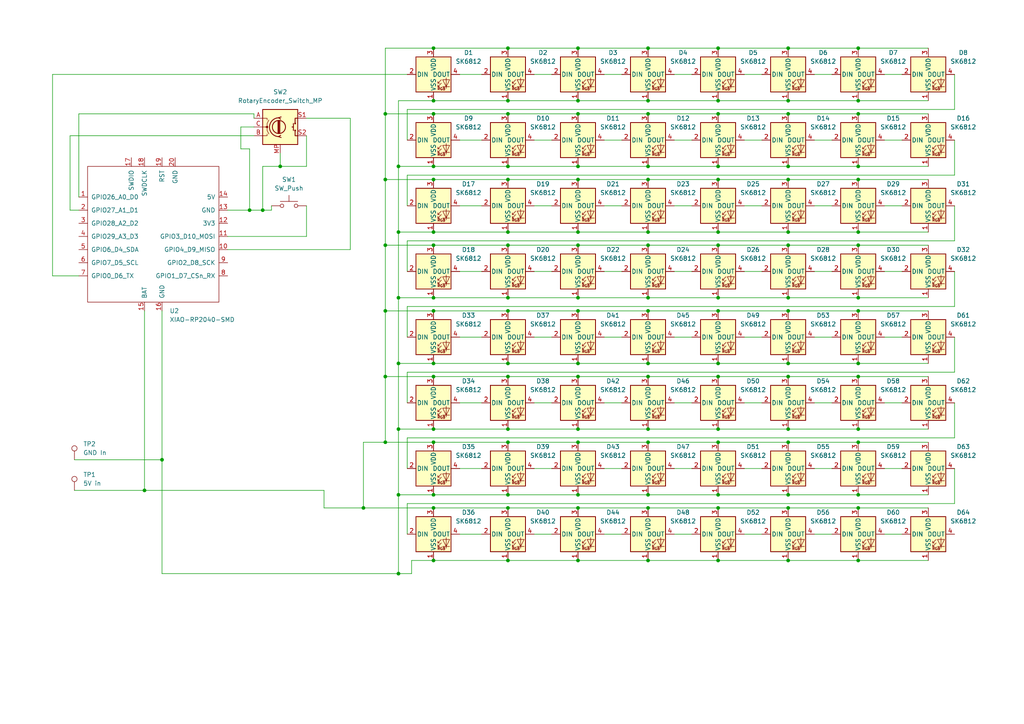
<source format=kicad_sch>
(kicad_sch
	(version 20231120)
	(generator "eeschema")
	(generator_version "8.0")
	(uuid "8d5acfa5-4728-4730-8e29-638c0ee004c7")
	(paper "A4")
	(lib_symbols
		(symbol "Connector:TestPoint"
			(pin_numbers hide)
			(pin_names
				(offset 0.762) hide)
			(exclude_from_sim no)
			(in_bom yes)
			(on_board yes)
			(property "Reference" "TP"
				(at 0 6.858 0)
				(effects
					(font
						(size 1.27 1.27)
					)
				)
			)
			(property "Value" "TestPoint"
				(at 0 5.08 0)
				(effects
					(font
						(size 1.27 1.27)
					)
				)
			)
			(property "Footprint" ""
				(at 5.08 0 0)
				(effects
					(font
						(size 1.27 1.27)
					)
					(hide yes)
				)
			)
			(property "Datasheet" "~"
				(at 5.08 0 0)
				(effects
					(font
						(size 1.27 1.27)
					)
					(hide yes)
				)
			)
			(property "Description" "test point"
				(at 0 0 0)
				(effects
					(font
						(size 1.27 1.27)
					)
					(hide yes)
				)
			)
			(property "ki_keywords" "test point tp"
				(at 0 0 0)
				(effects
					(font
						(size 1.27 1.27)
					)
					(hide yes)
				)
			)
			(property "ki_fp_filters" "Pin* Test*"
				(at 0 0 0)
				(effects
					(font
						(size 1.27 1.27)
					)
					(hide yes)
				)
			)
			(symbol "TestPoint_0_1"
				(circle
					(center 0 3.302)
					(radius 0.762)
					(stroke
						(width 0)
						(type default)
					)
					(fill
						(type none)
					)
				)
			)
			(symbol "TestPoint_1_1"
				(pin passive line
					(at 0 0 90)
					(length 2.54)
					(name "1"
						(effects
							(font
								(size 1.27 1.27)
							)
						)
					)
					(number "1"
						(effects
							(font
								(size 1.27 1.27)
							)
						)
					)
				)
			)
		)
		(symbol "Device:RotaryEncoder_Switch_MP"
			(pin_names
				(offset 0.254) hide)
			(exclude_from_sim no)
			(in_bom yes)
			(on_board yes)
			(property "Reference" "SW"
				(at 0 8.89 0)
				(effects
					(font
						(size 1.27 1.27)
					)
				)
			)
			(property "Value" "RotaryEncoder_Switch_MP"
				(at 0 6.35 0)
				(effects
					(font
						(size 1.27 1.27)
					)
				)
			)
			(property "Footprint" ""
				(at -3.81 4.064 0)
				(effects
					(font
						(size 1.27 1.27)
					)
					(hide yes)
				)
			)
			(property "Datasheet" "~"
				(at 0 -12.7 0)
				(effects
					(font
						(size 1.27 1.27)
					)
					(hide yes)
				)
			)
			(property "Description" "Rotary encoder, dual channel, incremental quadrate outputs, with switch and MP Pin"
				(at 0 -15.24 0)
				(effects
					(font
						(size 1.27 1.27)
					)
					(hide yes)
				)
			)
			(property "ki_keywords" "rotary switch encoder switch push button"
				(at 0 0 0)
				(effects
					(font
						(size 1.27 1.27)
					)
					(hide yes)
				)
			)
			(property "ki_fp_filters" "RotaryEncoder*Switch*"
				(at 0 0 0)
				(effects
					(font
						(size 1.27 1.27)
					)
					(hide yes)
				)
			)
			(symbol "RotaryEncoder_Switch_MP_0_1"
				(rectangle
					(start -5.08 5.08)
					(end 5.08 -5.08)
					(stroke
						(width 0.254)
						(type default)
					)
					(fill
						(type background)
					)
				)
				(circle
					(center -3.81 0)
					(radius 0.254)
					(stroke
						(width 0)
						(type default)
					)
					(fill
						(type outline)
					)
				)
				(circle
					(center -0.381 0)
					(radius 1.905)
					(stroke
						(width 0.254)
						(type default)
					)
					(fill
						(type none)
					)
				)
				(arc
					(start -0.381 2.667)
					(mid -3.0988 -0.0635)
					(end -0.381 -2.794)
					(stroke
						(width 0.254)
						(type default)
					)
					(fill
						(type none)
					)
				)
				(polyline
					(pts
						(xy -0.635 -1.778) (xy -0.635 1.778)
					)
					(stroke
						(width 0.254)
						(type default)
					)
					(fill
						(type none)
					)
				)
				(polyline
					(pts
						(xy -0.381 -1.778) (xy -0.381 1.778)
					)
					(stroke
						(width 0.254)
						(type default)
					)
					(fill
						(type none)
					)
				)
				(polyline
					(pts
						(xy -0.127 1.778) (xy -0.127 -1.778)
					)
					(stroke
						(width 0.254)
						(type default)
					)
					(fill
						(type none)
					)
				)
				(polyline
					(pts
						(xy 3.81 0) (xy 3.429 0)
					)
					(stroke
						(width 0.254)
						(type default)
					)
					(fill
						(type none)
					)
				)
				(polyline
					(pts
						(xy 3.81 1.016) (xy 3.81 -1.016)
					)
					(stroke
						(width 0.254)
						(type default)
					)
					(fill
						(type none)
					)
				)
				(polyline
					(pts
						(xy -5.08 -2.54) (xy -3.81 -2.54) (xy -3.81 -2.032)
					)
					(stroke
						(width 0)
						(type default)
					)
					(fill
						(type none)
					)
				)
				(polyline
					(pts
						(xy -5.08 2.54) (xy -3.81 2.54) (xy -3.81 2.032)
					)
					(stroke
						(width 0)
						(type default)
					)
					(fill
						(type none)
					)
				)
				(polyline
					(pts
						(xy 0.254 -3.048) (xy -0.508 -2.794) (xy 0.127 -2.413)
					)
					(stroke
						(width 0.254)
						(type default)
					)
					(fill
						(type none)
					)
				)
				(polyline
					(pts
						(xy 0.254 2.921) (xy -0.508 2.667) (xy 0.127 2.286)
					)
					(stroke
						(width 0.254)
						(type default)
					)
					(fill
						(type none)
					)
				)
				(polyline
					(pts
						(xy 5.08 -2.54) (xy 4.318 -2.54) (xy 4.318 -1.016)
					)
					(stroke
						(width 0.254)
						(type default)
					)
					(fill
						(type none)
					)
				)
				(polyline
					(pts
						(xy 5.08 2.54) (xy 4.318 2.54) (xy 4.318 1.016)
					)
					(stroke
						(width 0.254)
						(type default)
					)
					(fill
						(type none)
					)
				)
				(polyline
					(pts
						(xy -5.08 0) (xy -3.81 0) (xy -3.81 -1.016) (xy -3.302 -2.032)
					)
					(stroke
						(width 0)
						(type default)
					)
					(fill
						(type none)
					)
				)
				(polyline
					(pts
						(xy -4.318 0) (xy -3.81 0) (xy -3.81 1.016) (xy -3.302 2.032)
					)
					(stroke
						(width 0)
						(type default)
					)
					(fill
						(type none)
					)
				)
				(circle
					(center 4.318 -1.016)
					(radius 0.127)
					(stroke
						(width 0.254)
						(type default)
					)
					(fill
						(type none)
					)
				)
				(circle
					(center 4.318 1.016)
					(radius 0.127)
					(stroke
						(width 0.254)
						(type default)
					)
					(fill
						(type none)
					)
				)
			)
			(symbol "RotaryEncoder_Switch_MP_1_1"
				(pin passive line
					(at -7.62 2.54 0)
					(length 2.54)
					(name "A"
						(effects
							(font
								(size 1.27 1.27)
							)
						)
					)
					(number "A"
						(effects
							(font
								(size 1.27 1.27)
							)
						)
					)
				)
				(pin passive line
					(at -7.62 -2.54 0)
					(length 2.54)
					(name "B"
						(effects
							(font
								(size 1.27 1.27)
							)
						)
					)
					(number "B"
						(effects
							(font
								(size 1.27 1.27)
							)
						)
					)
				)
				(pin passive line
					(at -7.62 0 0)
					(length 2.54)
					(name "C"
						(effects
							(font
								(size 1.27 1.27)
							)
						)
					)
					(number "C"
						(effects
							(font
								(size 1.27 1.27)
							)
						)
					)
				)
				(pin passive line
					(at 0 -7.62 90)
					(length 2.54)
					(name "MP"
						(effects
							(font
								(size 1.27 1.27)
							)
						)
					)
					(number "MP"
						(effects
							(font
								(size 1.27 1.27)
							)
						)
					)
				)
				(pin passive line
					(at 7.62 2.54 180)
					(length 2.54)
					(name "S1"
						(effects
							(font
								(size 1.27 1.27)
							)
						)
					)
					(number "S1"
						(effects
							(font
								(size 1.27 1.27)
							)
						)
					)
				)
				(pin passive line
					(at 7.62 -2.54 180)
					(length 2.54)
					(name "S2"
						(effects
							(font
								(size 1.27 1.27)
							)
						)
					)
					(number "S2"
						(effects
							(font
								(size 1.27 1.27)
							)
						)
					)
				)
			)
		)
		(symbol "LED:SK6812"
			(pin_names
				(offset 0.254)
			)
			(exclude_from_sim no)
			(in_bom yes)
			(on_board yes)
			(property "Reference" "D"
				(at 5.08 5.715 0)
				(effects
					(font
						(size 1.27 1.27)
					)
					(justify right bottom)
				)
			)
			(property "Value" "SK6812"
				(at 1.27 -5.715 0)
				(effects
					(font
						(size 1.27 1.27)
					)
					(justify left top)
				)
			)
			(property "Footprint" "LED_SMD:LED_SK6812_PLCC4_5.0x5.0mm_P3.2mm"
				(at 1.27 -7.62 0)
				(effects
					(font
						(size 1.27 1.27)
					)
					(justify left top)
					(hide yes)
				)
			)
			(property "Datasheet" "https://cdn-shop.adafruit.com/product-files/1138/SK6812+LED+datasheet+.pdf"
				(at 2.54 -9.525 0)
				(effects
					(font
						(size 1.27 1.27)
					)
					(justify left top)
					(hide yes)
				)
			)
			(property "Description" "RGB LED with integrated controller"
				(at 0 0 0)
				(effects
					(font
						(size 1.27 1.27)
					)
					(hide yes)
				)
			)
			(property "ki_keywords" "RGB LED NeoPixel addressable"
				(at 0 0 0)
				(effects
					(font
						(size 1.27 1.27)
					)
					(hide yes)
				)
			)
			(property "ki_fp_filters" "LED*SK6812*PLCC*5.0x5.0mm*P3.2mm*"
				(at 0 0 0)
				(effects
					(font
						(size 1.27 1.27)
					)
					(hide yes)
				)
			)
			(symbol "SK6812_0_0"
				(text "RGB"
					(at 2.286 -4.191 0)
					(effects
						(font
							(size 0.762 0.762)
						)
					)
				)
			)
			(symbol "SK6812_0_1"
				(polyline
					(pts
						(xy 1.27 -3.556) (xy 1.778 -3.556)
					)
					(stroke
						(width 0)
						(type default)
					)
					(fill
						(type none)
					)
				)
				(polyline
					(pts
						(xy 1.27 -2.54) (xy 1.778 -2.54)
					)
					(stroke
						(width 0)
						(type default)
					)
					(fill
						(type none)
					)
				)
				(polyline
					(pts
						(xy 4.699 -3.556) (xy 2.667 -3.556)
					)
					(stroke
						(width 0)
						(type default)
					)
					(fill
						(type none)
					)
				)
				(polyline
					(pts
						(xy 2.286 -2.54) (xy 1.27 -3.556) (xy 1.27 -3.048)
					)
					(stroke
						(width 0)
						(type default)
					)
					(fill
						(type none)
					)
				)
				(polyline
					(pts
						(xy 2.286 -1.524) (xy 1.27 -2.54) (xy 1.27 -2.032)
					)
					(stroke
						(width 0)
						(type default)
					)
					(fill
						(type none)
					)
				)
				(polyline
					(pts
						(xy 3.683 -1.016) (xy 3.683 -3.556) (xy 3.683 -4.064)
					)
					(stroke
						(width 0)
						(type default)
					)
					(fill
						(type none)
					)
				)
				(polyline
					(pts
						(xy 4.699 -1.524) (xy 2.667 -1.524) (xy 3.683 -3.556) (xy 4.699 -1.524)
					)
					(stroke
						(width 0)
						(type default)
					)
					(fill
						(type none)
					)
				)
				(rectangle
					(start 5.08 5.08)
					(end -5.08 -5.08)
					(stroke
						(width 0.254)
						(type default)
					)
					(fill
						(type background)
					)
				)
			)
			(symbol "SK6812_1_1"
				(pin power_in line
					(at 0 -7.62 90)
					(length 2.54)
					(name "VSS"
						(effects
							(font
								(size 1.27 1.27)
							)
						)
					)
					(number "1"
						(effects
							(font
								(size 1.27 1.27)
							)
						)
					)
				)
				(pin input line
					(at -7.62 0 0)
					(length 2.54)
					(name "DIN"
						(effects
							(font
								(size 1.27 1.27)
							)
						)
					)
					(number "2"
						(effects
							(font
								(size 1.27 1.27)
							)
						)
					)
				)
				(pin power_in line
					(at 0 7.62 270)
					(length 2.54)
					(name "VDD"
						(effects
							(font
								(size 1.27 1.27)
							)
						)
					)
					(number "3"
						(effects
							(font
								(size 1.27 1.27)
							)
						)
					)
				)
				(pin output line
					(at 7.62 0 180)
					(length 2.54)
					(name "DOUT"
						(effects
							(font
								(size 1.27 1.27)
							)
						)
					)
					(number "4"
						(effects
							(font
								(size 1.27 1.27)
							)
						)
					)
				)
			)
		)
		(symbol "Switch:SW_Push"
			(pin_numbers hide)
			(pin_names
				(offset 1.016) hide)
			(exclude_from_sim no)
			(in_bom yes)
			(on_board yes)
			(property "Reference" "SW"
				(at 1.27 2.54 0)
				(effects
					(font
						(size 1.27 1.27)
					)
					(justify left)
				)
			)
			(property "Value" "SW_Push"
				(at 0 -1.524 0)
				(effects
					(font
						(size 1.27 1.27)
					)
				)
			)
			(property "Footprint" ""
				(at 0 5.08 0)
				(effects
					(font
						(size 1.27 1.27)
					)
					(hide yes)
				)
			)
			(property "Datasheet" "~"
				(at 0 5.08 0)
				(effects
					(font
						(size 1.27 1.27)
					)
					(hide yes)
				)
			)
			(property "Description" "Push button switch, generic, two pins"
				(at 0 0 0)
				(effects
					(font
						(size 1.27 1.27)
					)
					(hide yes)
				)
			)
			(property "ki_keywords" "switch normally-open pushbutton push-button"
				(at 0 0 0)
				(effects
					(font
						(size 1.27 1.27)
					)
					(hide yes)
				)
			)
			(symbol "SW_Push_0_1"
				(circle
					(center -2.032 0)
					(radius 0.508)
					(stroke
						(width 0)
						(type default)
					)
					(fill
						(type none)
					)
				)
				(polyline
					(pts
						(xy 0 1.27) (xy 0 3.048)
					)
					(stroke
						(width 0)
						(type default)
					)
					(fill
						(type none)
					)
				)
				(polyline
					(pts
						(xy 2.54 1.27) (xy -2.54 1.27)
					)
					(stroke
						(width 0)
						(type default)
					)
					(fill
						(type none)
					)
				)
				(circle
					(center 2.032 0)
					(radius 0.508)
					(stroke
						(width 0)
						(type default)
					)
					(fill
						(type none)
					)
				)
				(pin passive line
					(at -5.08 0 0)
					(length 2.54)
					(name "1"
						(effects
							(font
								(size 1.27 1.27)
							)
						)
					)
					(number "1"
						(effects
							(font
								(size 1.27 1.27)
							)
						)
					)
				)
				(pin passive line
					(at 5.08 0 180)
					(length 2.54)
					(name "2"
						(effects
							(font
								(size 1.27 1.27)
							)
						)
					)
					(number "2"
						(effects
							(font
								(size 1.27 1.27)
							)
						)
					)
				)
			)
		)
		(symbol "libs:XIAO-RP2040-SMD"
			(pin_names
				(offset 1.016)
			)
			(exclude_from_sim no)
			(in_bom yes)
			(on_board yes)
			(property "Reference" "U"
				(at -18.542 23.114 0)
				(effects
					(font
						(size 1.27 1.27)
					)
				)
			)
			(property "Value" "XIAO-RP2040-SMD"
				(at -8.382 21.336 0)
				(effects
					(font
						(size 1.27 1.27)
					)
				)
			)
			(property "Footprint" ""
				(at -8.89 5.08 0)
				(effects
					(font
						(size 1.27 1.27)
					)
					(hide yes)
				)
			)
			(property "Datasheet" ""
				(at -8.89 5.08 0)
				(effects
					(font
						(size 1.27 1.27)
					)
					(hide yes)
				)
			)
			(property "Description" ""
				(at 0 0 0)
				(effects
					(font
						(size 1.27 1.27)
					)
					(hide yes)
				)
			)
			(symbol "XIAO-RP2040-SMD_0_1"
				(rectangle
					(start 19.05 -19.05)
					(end -19.05 20.32)
					(stroke
						(width 0)
						(type default)
					)
					(fill
						(type none)
					)
				)
			)
			(symbol "XIAO-RP2040-SMD_1_1"
				(pin passive line
					(at -21.59 11.43 0)
					(length 2.54)
					(name "GPIO26_A0_D0"
						(effects
							(font
								(size 1.27 1.27)
							)
						)
					)
					(number "1"
						(effects
							(font
								(size 1.27 1.27)
							)
						)
					)
				)
				(pin passive line
					(at 21.59 -3.81 180)
					(length 2.54)
					(name "GPIO4_D9_MISO"
						(effects
							(font
								(size 1.27 1.27)
							)
						)
					)
					(number "10"
						(effects
							(font
								(size 1.27 1.27)
							)
						)
					)
				)
				(pin passive line
					(at 21.59 0 180)
					(length 2.54)
					(name "GPIO3_D10_MOSI"
						(effects
							(font
								(size 1.27 1.27)
							)
						)
					)
					(number "11"
						(effects
							(font
								(size 1.27 1.27)
							)
						)
					)
				)
				(pin passive line
					(at 21.59 3.81 180)
					(length 2.54)
					(name "3V3"
						(effects
							(font
								(size 1.27 1.27)
							)
						)
					)
					(number "12"
						(effects
							(font
								(size 1.27 1.27)
							)
						)
					)
				)
				(pin passive line
					(at 21.59 7.62 180)
					(length 2.54)
					(name "GND"
						(effects
							(font
								(size 1.27 1.27)
							)
						)
					)
					(number "13"
						(effects
							(font
								(size 1.27 1.27)
							)
						)
					)
				)
				(pin passive line
					(at 21.59 11.43 180)
					(length 2.54)
					(name "5V"
						(effects
							(font
								(size 1.27 1.27)
							)
						)
					)
					(number "14"
						(effects
							(font
								(size 1.27 1.27)
							)
						)
					)
				)
				(pin passive line
					(at -2.54 -21.59 90)
					(length 2.54)
					(name "BAT"
						(effects
							(font
								(size 1.27 1.27)
							)
						)
					)
					(number "15"
						(effects
							(font
								(size 1.27 1.27)
							)
						)
					)
				)
				(pin passive line
					(at 2.54 -21.59 90)
					(length 2.54)
					(name "GND"
						(effects
							(font
								(size 1.27 1.27)
							)
						)
					)
					(number "16"
						(effects
							(font
								(size 1.27 1.27)
							)
						)
					)
				)
				(pin passive line
					(at -6.35 22.86 270)
					(length 2.54)
					(name "SWDIO"
						(effects
							(font
								(size 1.27 1.27)
							)
						)
					)
					(number "17"
						(effects
							(font
								(size 1.27 1.27)
							)
						)
					)
				)
				(pin passive line
					(at -2.54 22.86 270)
					(length 2.54)
					(name "SWDCLK"
						(effects
							(font
								(size 1.27 1.27)
							)
						)
					)
					(number "18"
						(effects
							(font
								(size 1.27 1.27)
							)
						)
					)
				)
				(pin passive line
					(at 2.54 22.86 270)
					(length 2.54)
					(name "RST"
						(effects
							(font
								(size 1.27 1.27)
							)
						)
					)
					(number "19"
						(effects
							(font
								(size 1.27 1.27)
							)
						)
					)
				)
				(pin passive line
					(at -21.59 7.62 0)
					(length 2.54)
					(name "GPIO27_A1_D1"
						(effects
							(font
								(size 1.27 1.27)
							)
						)
					)
					(number "2"
						(effects
							(font
								(size 1.27 1.27)
							)
						)
					)
				)
				(pin passive line
					(at 6.35 22.86 270)
					(length 2.54)
					(name "GND"
						(effects
							(font
								(size 1.27 1.27)
							)
						)
					)
					(number "20"
						(effects
							(font
								(size 1.27 1.27)
							)
						)
					)
				)
				(pin passive line
					(at -21.59 3.81 0)
					(length 2.54)
					(name "GPIO28_A2_D2"
						(effects
							(font
								(size 1.27 1.27)
							)
						)
					)
					(number "3"
						(effects
							(font
								(size 1.27 1.27)
							)
						)
					)
				)
				(pin passive line
					(at -21.59 0 0)
					(length 2.54)
					(name "GPIO29_A3_D3"
						(effects
							(font
								(size 1.27 1.27)
							)
						)
					)
					(number "4"
						(effects
							(font
								(size 1.27 1.27)
							)
						)
					)
				)
				(pin passive line
					(at -21.59 -3.81 0)
					(length 2.54)
					(name "GPIO6_D4_SDA"
						(effects
							(font
								(size 1.27 1.27)
							)
						)
					)
					(number "5"
						(effects
							(font
								(size 1.27 1.27)
							)
						)
					)
				)
				(pin passive line
					(at -21.59 -7.62 0)
					(length 2.54)
					(name "GPIO7_D5_SCL"
						(effects
							(font
								(size 1.27 1.27)
							)
						)
					)
					(number "6"
						(effects
							(font
								(size 1.27 1.27)
							)
						)
					)
				)
				(pin passive line
					(at -21.59 -11.43 0)
					(length 2.54)
					(name "GPIO0_D6_TX"
						(effects
							(font
								(size 1.27 1.27)
							)
						)
					)
					(number "7"
						(effects
							(font
								(size 1.27 1.27)
							)
						)
					)
				)
				(pin passive line
					(at 21.59 -11.43 180)
					(length 2.54)
					(name "GPIO1_D7_CSn_RX"
						(effects
							(font
								(size 1.27 1.27)
							)
						)
					)
					(number "8"
						(effects
							(font
								(size 1.27 1.27)
							)
						)
					)
				)
				(pin passive line
					(at 21.59 -7.62 180)
					(length 2.54)
					(name "GPIO2_D8_SCK"
						(effects
							(font
								(size 1.27 1.27)
							)
						)
					)
					(number "9"
						(effects
							(font
								(size 1.27 1.27)
							)
						)
					)
				)
			)
		)
	)
	(junction
		(at 228.6 86.36)
		(diameter 0)
		(color 0 0 0 0)
		(uuid "00090a8e-a758-423d-a81e-4dfeb1590a53")
	)
	(junction
		(at 147.32 13.97)
		(diameter 0)
		(color 0 0 0 0)
		(uuid "01eb2ded-d2a2-4b89-ac58-638e1b5b5abd")
	)
	(junction
		(at 147.32 147.32)
		(diameter 0)
		(color 0 0 0 0)
		(uuid "034f313b-08da-419b-a3a2-8cb62f35e9fe")
	)
	(junction
		(at 187.96 86.36)
		(diameter 0)
		(color 0 0 0 0)
		(uuid "0a9c2c6d-663a-4beb-a71c-204351c70e52")
	)
	(junction
		(at 147.32 29.21)
		(diameter 0)
		(color 0 0 0 0)
		(uuid "0e2cd9e6-c26e-47d4-b899-a097e4b163a1")
	)
	(junction
		(at 167.64 48.26)
		(diameter 0)
		(color 0 0 0 0)
		(uuid "11bb47c6-d056-4f6e-8f79-7df4ac98706e")
	)
	(junction
		(at 147.32 105.41)
		(diameter 0)
		(color 0 0 0 0)
		(uuid "16a48dd9-c8bc-4825-8d4a-8b30b0096623")
	)
	(junction
		(at 187.96 143.51)
		(diameter 0)
		(color 0 0 0 0)
		(uuid "16b3d2de-402c-4137-95ad-0c7cf8ce2d7b")
	)
	(junction
		(at 228.6 29.21)
		(diameter 0)
		(color 0 0 0 0)
		(uuid "174ad999-ec51-4e8a-a63e-c3980348edb7")
	)
	(junction
		(at 208.28 162.56)
		(diameter 0)
		(color 0 0 0 0)
		(uuid "1857c85c-4f40-4e89-be9b-d238a8d00368")
	)
	(junction
		(at 167.64 13.97)
		(diameter 0)
		(color 0 0 0 0)
		(uuid "1d7077e4-8c8d-4eb9-8bb6-1d9406c72f31")
	)
	(junction
		(at 167.64 109.22)
		(diameter 0)
		(color 0 0 0 0)
		(uuid "249936de-eb6c-4b70-b97b-60db49121e35")
	)
	(junction
		(at 167.64 29.21)
		(diameter 0)
		(color 0 0 0 0)
		(uuid "26169c6a-f21f-4376-836a-38b515be6b6c")
	)
	(junction
		(at 167.64 143.51)
		(diameter 0)
		(color 0 0 0 0)
		(uuid "272cea7b-a2e8-437c-a6f7-2b51797409ac")
	)
	(junction
		(at 147.32 48.26)
		(diameter 0)
		(color 0 0 0 0)
		(uuid "283307ba-b814-4195-8c08-eac79e43fb77")
	)
	(junction
		(at 125.73 13.97)
		(diameter 0)
		(color 0 0 0 0)
		(uuid "2f49c44c-be3e-43ee-95ce-42c0354b86b1")
	)
	(junction
		(at 248.92 86.36)
		(diameter 0)
		(color 0 0 0 0)
		(uuid "354bacbf-762c-4d46-abbc-1def4ea4a174")
	)
	(junction
		(at 228.6 52.07)
		(diameter 0)
		(color 0 0 0 0)
		(uuid "35cdd7de-7440-45e2-ac2f-098c70ea7fc1")
	)
	(junction
		(at 167.64 67.31)
		(diameter 0)
		(color 0 0 0 0)
		(uuid "3a74552b-78dd-4907-b85a-69462de412dc")
	)
	(junction
		(at 147.32 143.51)
		(diameter 0)
		(color 0 0 0 0)
		(uuid "3a8433cd-af31-4a7e-86f7-2a8c98f98205")
	)
	(junction
		(at 187.96 147.32)
		(diameter 0)
		(color 0 0 0 0)
		(uuid "40827a11-b14e-4731-9505-a928644e7ba0")
	)
	(junction
		(at 208.28 105.41)
		(diameter 0)
		(color 0 0 0 0)
		(uuid "45a5c113-5a95-49da-a60b-c3c210da43cc")
	)
	(junction
		(at 187.96 52.07)
		(diameter 0)
		(color 0 0 0 0)
		(uuid "4a7e5eab-de70-4258-8b1b-fdaa0baef31d")
	)
	(junction
		(at 147.32 162.56)
		(diameter 0)
		(color 0 0 0 0)
		(uuid "4c7857c1-c24f-4cca-9071-f2e01e94d101")
	)
	(junction
		(at 248.92 29.21)
		(diameter 0)
		(color 0 0 0 0)
		(uuid "4e1ea389-2979-4282-adcf-4719f74cb2c6")
	)
	(junction
		(at 208.28 143.51)
		(diameter 0)
		(color 0 0 0 0)
		(uuid "4e629328-b433-40f4-9367-f5c9ed2deb0b")
	)
	(junction
		(at 187.96 128.27)
		(diameter 0)
		(color 0 0 0 0)
		(uuid "5153a98d-efa5-404e-b4f0-983c9379a41c")
	)
	(junction
		(at 46.99 133.35)
		(diameter 0)
		(color 0 0 0 0)
		(uuid "5390cc0f-0444-4d5e-a64d-ff20cf5dc657")
	)
	(junction
		(at 208.28 13.97)
		(diameter 0)
		(color 0 0 0 0)
		(uuid "54f5d8a9-2153-43f7-a95a-8fb49ac89a7f")
	)
	(junction
		(at 105.41 147.32)
		(diameter 0)
		(color 0 0 0 0)
		(uuid "57bc66b4-388a-4541-8377-e58772d7a6cb")
	)
	(junction
		(at 147.32 71.12)
		(diameter 0)
		(color 0 0 0 0)
		(uuid "58bf365b-121a-47d7-a8c9-50c38cd69a1c")
	)
	(junction
		(at 125.73 48.26)
		(diameter 0)
		(color 0 0 0 0)
		(uuid "59dad210-f392-4388-8fa4-e042898efffc")
	)
	(junction
		(at 228.6 90.17)
		(diameter 0)
		(color 0 0 0 0)
		(uuid "5cef7fe0-4c59-443d-8ac6-8b258868ebb1")
	)
	(junction
		(at 125.73 147.32)
		(diameter 0)
		(color 0 0 0 0)
		(uuid "5d0cbe98-68b3-462f-bc5b-80b8fa997040")
	)
	(junction
		(at 248.92 13.97)
		(diameter 0)
		(color 0 0 0 0)
		(uuid "5d15cbae-9009-4275-9e56-70bb0b1904ba")
	)
	(junction
		(at 248.92 48.26)
		(diameter 0)
		(color 0 0 0 0)
		(uuid "5e54316e-3043-42a9-aa1d-c78d659b6e39")
	)
	(junction
		(at 115.57 105.41)
		(diameter 0)
		(color 0 0 0 0)
		(uuid "608ab5de-a401-4b53-a132-5c68f6c155a1")
	)
	(junction
		(at 125.73 105.41)
		(diameter 0)
		(color 0 0 0 0)
		(uuid "6327a93f-46dc-4c2b-a94f-3bb638d3d831")
	)
	(junction
		(at 228.6 124.46)
		(diameter 0)
		(color 0 0 0 0)
		(uuid "640a2105-7c78-4fac-9616-95cd76407c1e")
	)
	(junction
		(at 76.2 60.96)
		(diameter 0)
		(color 0 0 0 0)
		(uuid "689b233d-2a3d-40ff-8420-325dc3423c9a")
	)
	(junction
		(at 187.96 48.26)
		(diameter 0)
		(color 0 0 0 0)
		(uuid "693180e8-bc84-41e5-9f85-7f7b89bb88e6")
	)
	(junction
		(at 208.28 67.31)
		(diameter 0)
		(color 0 0 0 0)
		(uuid "6cdb29a6-7f24-4e4c-9f28-70b3a0044c0a")
	)
	(junction
		(at 125.73 86.36)
		(diameter 0)
		(color 0 0 0 0)
		(uuid "6cead69a-29aa-4aab-9597-fc96c5b3a173")
	)
	(junction
		(at 187.96 71.12)
		(diameter 0)
		(color 0 0 0 0)
		(uuid "6ec6db97-f277-484e-b091-f6859c64c1d1")
	)
	(junction
		(at 208.28 52.07)
		(diameter 0)
		(color 0 0 0 0)
		(uuid "7111fa07-7339-47a9-8051-006624a9144b")
	)
	(junction
		(at 41.91 142.24)
		(diameter 0)
		(color 0 0 0 0)
		(uuid "711ccc1f-2031-44ca-b4af-db68a1d6f93e")
	)
	(junction
		(at 115.57 67.31)
		(diameter 0)
		(color 0 0 0 0)
		(uuid "71236330-8e2b-4042-8e86-6424a18223d7")
	)
	(junction
		(at 228.6 33.02)
		(diameter 0)
		(color 0 0 0 0)
		(uuid "75bfa12a-d4a2-4b0c-8f10-823a45f9e63e")
	)
	(junction
		(at 208.28 147.32)
		(diameter 0)
		(color 0 0 0 0)
		(uuid "75f4a7e6-3370-43c3-83a0-72ddb45a0792")
	)
	(junction
		(at 228.6 162.56)
		(diameter 0)
		(color 0 0 0 0)
		(uuid "7c1d0dc6-198b-452e-9e70-6355ab4804ca")
	)
	(junction
		(at 111.76 71.12)
		(diameter 0)
		(color 0 0 0 0)
		(uuid "7d5af3a5-6bec-441b-8087-fb529d7d0b1c")
	)
	(junction
		(at 187.96 13.97)
		(diameter 0)
		(color 0 0 0 0)
		(uuid "7d98d9b1-7a48-4040-afdb-c252920f257b")
	)
	(junction
		(at 147.32 109.22)
		(diameter 0)
		(color 0 0 0 0)
		(uuid "81c13645-8fdd-4968-aa9d-c3df203e5fc3")
	)
	(junction
		(at 111.76 128.27)
		(diameter 0)
		(color 0 0 0 0)
		(uuid "82de862e-552e-4a1e-990d-9341c3bf659e")
	)
	(junction
		(at 147.32 67.31)
		(diameter 0)
		(color 0 0 0 0)
		(uuid "8362cae0-51f1-4b91-80e0-db03c84ea9a2")
	)
	(junction
		(at 167.64 71.12)
		(diameter 0)
		(color 0 0 0 0)
		(uuid "859f1b31-ffcb-46ab-808c-565d86db9e6c")
	)
	(junction
		(at 248.92 52.07)
		(diameter 0)
		(color 0 0 0 0)
		(uuid "8794c619-3606-4d02-bc1b-36315b1525a3")
	)
	(junction
		(at 228.6 105.41)
		(diameter 0)
		(color 0 0 0 0)
		(uuid "88c38836-ba16-4e80-bc75-d988e4bb40f9")
	)
	(junction
		(at 72.39 60.96)
		(diameter 0)
		(color 0 0 0 0)
		(uuid "894298ff-a5c4-4204-bbca-141a65389372")
	)
	(junction
		(at 125.73 29.21)
		(diameter 0)
		(color 0 0 0 0)
		(uuid "89b12f9d-32ef-4492-810f-d6ef0bb481f2")
	)
	(junction
		(at 125.73 143.51)
		(diameter 0)
		(color 0 0 0 0)
		(uuid "8a3dc9e4-47af-420d-9fdb-6c65844c5f7d")
	)
	(junction
		(at 228.6 143.51)
		(diameter 0)
		(color 0 0 0 0)
		(uuid "8a630493-6c63-4c20-948d-8e5c93833f68")
	)
	(junction
		(at 248.92 90.17)
		(diameter 0)
		(color 0 0 0 0)
		(uuid "8c1fa27c-2f4a-4ff9-b08d-583e4baa5b85")
	)
	(junction
		(at 228.6 71.12)
		(diameter 0)
		(color 0 0 0 0)
		(uuid "8c77996a-839f-4089-bfe8-a6d4a73a8e56")
	)
	(junction
		(at 167.64 52.07)
		(diameter 0)
		(color 0 0 0 0)
		(uuid "8ced95cc-8e1c-47f5-863e-186d460f05f2")
	)
	(junction
		(at 125.73 162.56)
		(diameter 0)
		(color 0 0 0 0)
		(uuid "8eee3488-06c7-4501-ae8d-f63936dd448c")
	)
	(junction
		(at 125.73 124.46)
		(diameter 0)
		(color 0 0 0 0)
		(uuid "8f6b2840-4cc2-4e0a-8ac3-d8d4d10cb8bb")
	)
	(junction
		(at 248.92 124.46)
		(diameter 0)
		(color 0 0 0 0)
		(uuid "903bd413-c17a-4c5d-9832-69640b322904")
	)
	(junction
		(at 115.57 124.46)
		(diameter 0)
		(color 0 0 0 0)
		(uuid "92a02070-3c73-434b-a727-0d7c9f143a2a")
	)
	(junction
		(at 125.73 71.12)
		(diameter 0)
		(color 0 0 0 0)
		(uuid "94330544-9451-421d-a832-d92783d80668")
	)
	(junction
		(at 248.92 143.51)
		(diameter 0)
		(color 0 0 0 0)
		(uuid "958d9f53-32b5-469b-a699-d9ded4fe3095")
	)
	(junction
		(at 115.57 166.37)
		(diameter 0)
		(color 0 0 0 0)
		(uuid "961dd944-f506-4574-af7d-958985cc081a")
	)
	(junction
		(at 187.96 162.56)
		(diameter 0)
		(color 0 0 0 0)
		(uuid "966eeb88-4620-4b15-9599-cd3f0747c576")
	)
	(junction
		(at 147.32 52.07)
		(diameter 0)
		(color 0 0 0 0)
		(uuid "983d97ba-9753-4488-b4e4-bcad6b9ed753")
	)
	(junction
		(at 125.73 33.02)
		(diameter 0)
		(color 0 0 0 0)
		(uuid "9bf79ea4-58f8-4394-9d62-04788be90f15")
	)
	(junction
		(at 147.32 86.36)
		(diameter 0)
		(color 0 0 0 0)
		(uuid "9caa5e03-c725-4904-a796-2e8a3b05e0b9")
	)
	(junction
		(at 228.6 67.31)
		(diameter 0)
		(color 0 0 0 0)
		(uuid "9ce5743a-ed7f-4df0-b76e-bcfc086b9a7d")
	)
	(junction
		(at 125.73 90.17)
		(diameter 0)
		(color 0 0 0 0)
		(uuid "9d842725-46d9-4a8b-885d-32ef22bbfb57")
	)
	(junction
		(at 228.6 147.32)
		(diameter 0)
		(color 0 0 0 0)
		(uuid "9d9b2d2d-df13-45b1-8ee3-f3364292ab8b")
	)
	(junction
		(at 111.76 109.22)
		(diameter 0)
		(color 0 0 0 0)
		(uuid "a02027cf-d792-4dde-b411-863a6766b423")
	)
	(junction
		(at 111.76 90.17)
		(diameter 0)
		(color 0 0 0 0)
		(uuid "a1e9686b-3c27-4e08-b328-c5476b088df7")
	)
	(junction
		(at 208.28 124.46)
		(diameter 0)
		(color 0 0 0 0)
		(uuid "a2acb5b8-2bd0-455a-9ceb-2ca4987f952c")
	)
	(junction
		(at 167.64 128.27)
		(diameter 0)
		(color 0 0 0 0)
		(uuid "a63298a0-39e2-4821-a049-6eabb4c3300a")
	)
	(junction
		(at 115.57 143.51)
		(diameter 0)
		(color 0 0 0 0)
		(uuid "abf73fc9-e922-4b69-910f-c5d3f4eed2a2")
	)
	(junction
		(at 147.32 128.27)
		(diameter 0)
		(color 0 0 0 0)
		(uuid "ae6a0a07-7220-4143-beff-5723f90baf07")
	)
	(junction
		(at 167.64 105.41)
		(diameter 0)
		(color 0 0 0 0)
		(uuid "afbb2557-b70f-4177-9d7d-73dbc4377e0f")
	)
	(junction
		(at 248.92 105.41)
		(diameter 0)
		(color 0 0 0 0)
		(uuid "b08b09a0-3039-4765-9858-e67c52ad3adc")
	)
	(junction
		(at 167.64 33.02)
		(diameter 0)
		(color 0 0 0 0)
		(uuid "b1679468-2563-4242-b3fd-21f9fa3e3a1b")
	)
	(junction
		(at 115.57 48.26)
		(diameter 0)
		(color 0 0 0 0)
		(uuid "b3d32d26-783d-4805-adcf-50fb94d38734")
	)
	(junction
		(at 228.6 48.26)
		(diameter 0)
		(color 0 0 0 0)
		(uuid "b81f5993-a7be-45d5-a280-cc386db84b0f")
	)
	(junction
		(at 248.92 147.32)
		(diameter 0)
		(color 0 0 0 0)
		(uuid "b877f9ec-c6f2-4d43-92c5-9174c7b00822")
	)
	(junction
		(at 125.73 52.07)
		(diameter 0)
		(color 0 0 0 0)
		(uuid "ba113f37-f341-4ecd-9ab5-73227acbddaf")
	)
	(junction
		(at 187.96 29.21)
		(diameter 0)
		(color 0 0 0 0)
		(uuid "ba37039d-cfba-409d-b7a6-d0c5588682f1")
	)
	(junction
		(at 111.76 52.07)
		(diameter 0)
		(color 0 0 0 0)
		(uuid "bb1aded8-6c4d-4aea-9f34-164d3f3ad9b5")
	)
	(junction
		(at 187.96 124.46)
		(diameter 0)
		(color 0 0 0 0)
		(uuid "bcfa9a56-c8c6-442b-953f-75b4fca034ff")
	)
	(junction
		(at 167.64 124.46)
		(diameter 0)
		(color 0 0 0 0)
		(uuid "bcfaf2e7-2909-40ea-9108-0556b74eb9b2")
	)
	(junction
		(at 248.92 109.22)
		(diameter 0)
		(color 0 0 0 0)
		(uuid "be124ba3-a21f-468d-97b5-757889ba8426")
	)
	(junction
		(at 208.28 71.12)
		(diameter 0)
		(color 0 0 0 0)
		(uuid "be797993-231d-4396-8af0-b87b690a97ec")
	)
	(junction
		(at 187.96 67.31)
		(diameter 0)
		(color 0 0 0 0)
		(uuid "beb37abd-1ce7-4ed6-9386-6065be7148f6")
	)
	(junction
		(at 167.64 90.17)
		(diameter 0)
		(color 0 0 0 0)
		(uuid "c117d7d5-e23d-456d-a3d0-b5868d9fd183")
	)
	(junction
		(at 111.76 33.02)
		(diameter 0)
		(color 0 0 0 0)
		(uuid "c28f3ec1-cced-4bcc-95a2-58031d8ca7b2")
	)
	(junction
		(at 248.92 128.27)
		(diameter 0)
		(color 0 0 0 0)
		(uuid "c4adbd3f-65e5-41e9-b27f-fe0472acbef7")
	)
	(junction
		(at 248.92 71.12)
		(diameter 0)
		(color 0 0 0 0)
		(uuid "c5de3b43-c132-4690-aa5e-8852ebc60dbe")
	)
	(junction
		(at 228.6 13.97)
		(diameter 0)
		(color 0 0 0 0)
		(uuid "c74007f8-5260-4597-9fd2-7a81fb5203b8")
	)
	(junction
		(at 228.6 128.27)
		(diameter 0)
		(color 0 0 0 0)
		(uuid "cb605a85-5450-4f16-91fd-45779ad572cc")
	)
	(junction
		(at 147.32 33.02)
		(diameter 0)
		(color 0 0 0 0)
		(uuid "cb8991eb-5e98-4ee1-a7d4-0a931270c1f6")
	)
	(junction
		(at 167.64 162.56)
		(diameter 0)
		(color 0 0 0 0)
		(uuid "cdfcc2f6-9786-4d18-9a57-707ca11ca32c")
	)
	(junction
		(at 125.73 128.27)
		(diameter 0)
		(color 0 0 0 0)
		(uuid "ce1a5ff9-6c12-40c2-916a-539836d8fd8f")
	)
	(junction
		(at 187.96 105.41)
		(diameter 0)
		(color 0 0 0 0)
		(uuid "cec81071-5c33-4eb4-815b-c50485af6b5e")
	)
	(junction
		(at 187.96 109.22)
		(diameter 0)
		(color 0 0 0 0)
		(uuid "d04417be-ef45-4964-81cd-551dc3b65c9a")
	)
	(junction
		(at 208.28 29.21)
		(diameter 0)
		(color 0 0 0 0)
		(uuid "d695cd9f-7db5-452d-b123-de53e4b225b3")
	)
	(junction
		(at 81.28 48.26)
		(diameter 0)
		(color 0 0 0 0)
		(uuid "d90fa879-f19a-44ad-a695-60c4504848f3")
	)
	(junction
		(at 147.32 124.46)
		(diameter 0)
		(color 0 0 0 0)
		(uuid "dcb5ae53-1c70-4910-8808-592b2f6db5ac")
	)
	(junction
		(at 167.64 147.32)
		(diameter 0)
		(color 0 0 0 0)
		(uuid "e4cf4082-e8af-47d2-9d38-70319bd6cd12")
	)
	(junction
		(at 167.64 86.36)
		(diameter 0)
		(color 0 0 0 0)
		(uuid "e651cd83-06ea-4214-bd1f-d3eec049ca09")
	)
	(junction
		(at 187.96 33.02)
		(diameter 0)
		(color 0 0 0 0)
		(uuid "e95f98c9-53f9-4bff-af53-42d585dcb7a1")
	)
	(junction
		(at 115.57 86.36)
		(diameter 0)
		(color 0 0 0 0)
		(uuid "ee10cfdf-7ba1-47e1-9973-38076b3dd594")
	)
	(junction
		(at 125.73 67.31)
		(diameter 0)
		(color 0 0 0 0)
		(uuid "ef1bffd9-b03a-455f-ae7d-18b7f61ca89e")
	)
	(junction
		(at 248.92 33.02)
		(diameter 0)
		(color 0 0 0 0)
		(uuid "f1040580-441b-4a56-8947-1bd4b054ac47")
	)
	(junction
		(at 248.92 67.31)
		(diameter 0)
		(color 0 0 0 0)
		(uuid "f2253bb6-d7af-4210-a9b3-d7e80c887395")
	)
	(junction
		(at 125.73 109.22)
		(diameter 0)
		(color 0 0 0 0)
		(uuid "f299e97d-fb5d-4490-b986-f0adc3ed7b37")
	)
	(junction
		(at 228.6 109.22)
		(diameter 0)
		(color 0 0 0 0)
		(uuid "f327050b-ee2e-4213-afef-02b449389e59")
	)
	(junction
		(at 208.28 33.02)
		(diameter 0)
		(color 0 0 0 0)
		(uuid "f3e9044d-689b-4395-8d90-c026caf14069")
	)
	(junction
		(at 208.28 86.36)
		(diameter 0)
		(color 0 0 0 0)
		(uuid "f6314f4f-970e-4b95-8f57-b140dd3decae")
	)
	(junction
		(at 208.28 48.26)
		(diameter 0)
		(color 0 0 0 0)
		(uuid "f6e9ef4b-1d96-4257-8fb5-6272403bb48e")
	)
	(junction
		(at 147.32 90.17)
		(diameter 0)
		(color 0 0 0 0)
		(uuid "f73ef422-deb2-4226-acee-452f0f05086f")
	)
	(junction
		(at 208.28 90.17)
		(diameter 0)
		(color 0 0 0 0)
		(uuid "fa5ffa66-95a3-4093-9c32-73a7947ebf74")
	)
	(junction
		(at 208.28 109.22)
		(diameter 0)
		(color 0 0 0 0)
		(uuid "fd50a9a3-eab4-4285-83a7-d7597d0d0830")
	)
	(junction
		(at 208.28 128.27)
		(diameter 0)
		(color 0 0 0 0)
		(uuid "fd7a978e-5f01-4444-8fdc-6ebf2bdab79b")
	)
	(junction
		(at 248.92 162.56)
		(diameter 0)
		(color 0 0 0 0)
		(uuid "fe4eb810-c560-4fee-81a8-ae04e858c4d0")
	)
	(junction
		(at 187.96 90.17)
		(diameter 0)
		(color 0 0 0 0)
		(uuid "ff29875d-22fd-4e92-8278-061d23d6e8a9")
	)
	(wire
		(pts
			(xy 115.57 48.26) (xy 125.73 48.26)
		)
		(stroke
			(width 0)
			(type default)
		)
		(uuid "00b06b20-c5b8-4173-9956-b0167a23dbeb")
	)
	(wire
		(pts
			(xy 125.73 52.07) (xy 147.32 52.07)
		)
		(stroke
			(width 0)
			(type default)
		)
		(uuid "01e0da75-315a-45a7-8b0e-e5d58ba352f9")
	)
	(wire
		(pts
			(xy 133.35 59.69) (xy 139.7 59.69)
		)
		(stroke
			(width 0)
			(type default)
		)
		(uuid "020a8f65-58e5-4a27-b4da-3b1e2d35f9c4")
	)
	(wire
		(pts
			(xy 111.76 90.17) (xy 111.76 71.12)
		)
		(stroke
			(width 0)
			(type default)
		)
		(uuid "0289c33a-3eca-4fcc-845b-3985a16a6cf7")
	)
	(wire
		(pts
			(xy 228.6 147.32) (xy 248.92 147.32)
		)
		(stroke
			(width 0)
			(type default)
		)
		(uuid "0337ab52-8275-46f6-a0be-0eab92db4858")
	)
	(wire
		(pts
			(xy 69.85 43.18) (xy 69.85 36.83)
		)
		(stroke
			(width 0)
			(type default)
		)
		(uuid "04a177eb-6070-4b61-9686-1e30468ccaf3")
	)
	(wire
		(pts
			(xy 101.6 72.39) (xy 101.6 34.29)
		)
		(stroke
			(width 0)
			(type default)
		)
		(uuid "06687dac-4814-4776-9a84-06a2532ea5cc")
	)
	(wire
		(pts
			(xy 228.6 48.26) (xy 248.92 48.26)
		)
		(stroke
			(width 0)
			(type default)
		)
		(uuid "0a257fa8-369d-4acd-b6d1-9ea0e6a03b70")
	)
	(wire
		(pts
			(xy 208.28 67.31) (xy 228.6 67.31)
		)
		(stroke
			(width 0)
			(type default)
		)
		(uuid "0a64ed9f-d390-46e0-a221-7a85263b132f")
	)
	(wire
		(pts
			(xy 187.96 29.21) (xy 208.28 29.21)
		)
		(stroke
			(width 0)
			(type default)
		)
		(uuid "0a6c9ac0-59e0-47b0-ba8b-fa149620faef")
	)
	(wire
		(pts
			(xy 236.22 135.89) (xy 241.3 135.89)
		)
		(stroke
			(width 0)
			(type default)
		)
		(uuid "0a8c58b9-3936-4ac5-9b68-8093c6ccf453")
	)
	(wire
		(pts
			(xy 72.39 43.18) (xy 69.85 43.18)
		)
		(stroke
			(width 0)
			(type default)
		)
		(uuid "0a8f98bb-2607-4142-8e15-fddd30195b66")
	)
	(wire
		(pts
			(xy 187.96 33.02) (xy 208.28 33.02)
		)
		(stroke
			(width 0)
			(type default)
		)
		(uuid "0aaa0b29-76dd-4bf0-9bee-9e57a918d63e")
	)
	(wire
		(pts
			(xy 88.9 48.26) (xy 88.9 39.37)
		)
		(stroke
			(width 0)
			(type default)
		)
		(uuid "0ac78dbc-3705-4f70-bb38-186ae678b7a3")
	)
	(wire
		(pts
			(xy 41.91 142.24) (xy 93.98 142.24)
		)
		(stroke
			(width 0)
			(type default)
		)
		(uuid "0d3efd6c-8073-4f2b-a37d-681586d7b342")
	)
	(wire
		(pts
			(xy 73.66 33.02) (xy 73.66 34.29)
		)
		(stroke
			(width 0)
			(type default)
		)
		(uuid "0ddb50ed-cdcb-4f19-82f3-60120ded9dd1")
	)
	(wire
		(pts
			(xy 256.54 21.59) (xy 261.62 21.59)
		)
		(stroke
			(width 0)
			(type default)
		)
		(uuid "0e5c5fd5-8c2d-40f0-8c06-9d3514f7cfaa")
	)
	(wire
		(pts
			(xy 125.73 33.02) (xy 147.32 33.02)
		)
		(stroke
			(width 0)
			(type default)
		)
		(uuid "0f9b0350-14c2-4a96-bdce-fc21ed220f60")
	)
	(wire
		(pts
			(xy 125.73 128.27) (xy 147.32 128.27)
		)
		(stroke
			(width 0)
			(type default)
		)
		(uuid "11f34a09-63b9-494d-9ce4-e61e10aaf51a")
	)
	(wire
		(pts
			(xy 276.86 59.69) (xy 276.86 69.85)
		)
		(stroke
			(width 0)
			(type default)
		)
		(uuid "14cbc854-9b5e-40b3-8520-2ccfe2a1a8a7")
	)
	(wire
		(pts
			(xy 22.86 60.96) (xy 20.32 60.96)
		)
		(stroke
			(width 0)
			(type default)
		)
		(uuid "16da561d-e096-4335-b0a3-59ea1207c549")
	)
	(wire
		(pts
			(xy 125.73 147.32) (xy 147.32 147.32)
		)
		(stroke
			(width 0)
			(type default)
		)
		(uuid "1a1176d7-1765-45b2-8fd1-68423505d2b8")
	)
	(wire
		(pts
			(xy 208.28 13.97) (xy 228.6 13.97)
		)
		(stroke
			(width 0)
			(type default)
		)
		(uuid "1bc9236e-1abf-4f67-875d-74c81bbab5a6")
	)
	(wire
		(pts
			(xy 41.91 142.24) (xy 41.91 90.17)
		)
		(stroke
			(width 0)
			(type default)
		)
		(uuid "1c6f40a6-0816-414f-9ba6-a1503a78c357")
	)
	(wire
		(pts
			(xy 187.96 147.32) (xy 208.28 147.32)
		)
		(stroke
			(width 0)
			(type default)
		)
		(uuid "1f4847b6-95a5-42d8-b5aa-c52a63dabc39")
	)
	(wire
		(pts
			(xy 248.92 109.22) (xy 269.24 109.22)
		)
		(stroke
			(width 0)
			(type default)
		)
		(uuid "214078b2-557d-4ec0-a63f-624ce8757a97")
	)
	(wire
		(pts
			(xy 46.99 166.37) (xy 115.57 166.37)
		)
		(stroke
			(width 0)
			(type default)
		)
		(uuid "21b545b3-caee-4dae-a279-0049b95e010f")
	)
	(wire
		(pts
			(xy 256.54 116.84) (xy 261.62 116.84)
		)
		(stroke
			(width 0)
			(type default)
		)
		(uuid "221559d6-1d6a-4fbe-a7f4-dc8aee055a21")
	)
	(wire
		(pts
			(xy 236.22 21.59) (xy 241.3 21.59)
		)
		(stroke
			(width 0)
			(type default)
		)
		(uuid "24279ec3-8048-4cca-9020-75396b30179b")
	)
	(wire
		(pts
			(xy 167.64 52.07) (xy 187.96 52.07)
		)
		(stroke
			(width 0)
			(type default)
		)
		(uuid "247f5210-7659-4c09-851f-041932647012")
	)
	(wire
		(pts
			(xy 154.94 21.59) (xy 160.02 21.59)
		)
		(stroke
			(width 0)
			(type default)
		)
		(uuid "25ffbad7-17ab-40d5-89d1-c2e03cb0086d")
	)
	(wire
		(pts
			(xy 228.6 105.41) (xy 248.92 105.41)
		)
		(stroke
			(width 0)
			(type default)
		)
		(uuid "26511ceb-a226-49c8-b0de-8e8937b4b99c")
	)
	(wire
		(pts
			(xy 111.76 33.02) (xy 111.76 13.97)
		)
		(stroke
			(width 0)
			(type default)
		)
		(uuid "278e9487-a90f-4637-be21-7ba29933300d")
	)
	(wire
		(pts
			(xy 187.96 48.26) (xy 208.28 48.26)
		)
		(stroke
			(width 0)
			(type default)
		)
		(uuid "27b1c5ed-1733-42bc-bd16-67324ff9ba90")
	)
	(wire
		(pts
			(xy 105.41 147.32) (xy 105.41 128.27)
		)
		(stroke
			(width 0)
			(type default)
		)
		(uuid "28c51044-3303-4457-81fc-8af3a02048ff")
	)
	(wire
		(pts
			(xy 115.57 105.41) (xy 125.73 105.41)
		)
		(stroke
			(width 0)
			(type default)
		)
		(uuid "2906be50-eda7-4ea6-8057-8c736f1b5fb8")
	)
	(wire
		(pts
			(xy 248.92 124.46) (xy 269.24 124.46)
		)
		(stroke
			(width 0)
			(type default)
		)
		(uuid "2b026720-fb72-4e51-9c2a-a36e3cd82226")
	)
	(wire
		(pts
			(xy 111.76 71.12) (xy 125.73 71.12)
		)
		(stroke
			(width 0)
			(type default)
		)
		(uuid "2b6c0cac-9569-4318-8850-300afcad2213")
	)
	(wire
		(pts
			(xy 115.57 166.37) (xy 119.38 166.37)
		)
		(stroke
			(width 0)
			(type default)
		)
		(uuid "2d5d529b-e394-4480-9015-8ecda9a9e5b4")
	)
	(wire
		(pts
			(xy 195.58 78.74) (xy 200.66 78.74)
		)
		(stroke
			(width 0)
			(type default)
		)
		(uuid "2dddfe30-9dae-40a4-b23c-89493083ea00")
	)
	(wire
		(pts
			(xy 248.92 147.32) (xy 269.24 147.32)
		)
		(stroke
			(width 0)
			(type default)
		)
		(uuid "2e3bda87-1558-4cb8-a0e5-5be2babe9f26")
	)
	(wire
		(pts
			(xy 111.76 128.27) (xy 111.76 109.22)
		)
		(stroke
			(width 0)
			(type default)
		)
		(uuid "2e679169-e1cd-48a2-9fe1-ef028459c493")
	)
	(wire
		(pts
			(xy 133.35 97.79) (xy 139.7 97.79)
		)
		(stroke
			(width 0)
			(type default)
		)
		(uuid "2ebe9da2-e8b7-43af-a486-c3c38e1015d9")
	)
	(wire
		(pts
			(xy 228.6 52.07) (xy 248.92 52.07)
		)
		(stroke
			(width 0)
			(type default)
		)
		(uuid "30c2c335-41db-4094-8548-59ef1198d1c9")
	)
	(wire
		(pts
			(xy 208.28 90.17) (xy 228.6 90.17)
		)
		(stroke
			(width 0)
			(type default)
		)
		(uuid "3109a64f-845a-42c4-9301-d8d924b67d30")
	)
	(wire
		(pts
			(xy 208.28 143.51) (xy 228.6 143.51)
		)
		(stroke
			(width 0)
			(type default)
		)
		(uuid "314217ac-513e-4784-b6b9-5654c41a43db")
	)
	(wire
		(pts
			(xy 147.32 124.46) (xy 167.64 124.46)
		)
		(stroke
			(width 0)
			(type default)
		)
		(uuid "3199ada9-cba0-473f-88f8-1c7e9b032663")
	)
	(wire
		(pts
			(xy 248.92 128.27) (xy 269.24 128.27)
		)
		(stroke
			(width 0)
			(type default)
		)
		(uuid "34268b2c-5cc2-435e-95d8-756a72452b0d")
	)
	(wire
		(pts
			(xy 167.64 128.27) (xy 187.96 128.27)
		)
		(stroke
			(width 0)
			(type default)
		)
		(uuid "36574ed1-1ba6-4118-87a6-c1caa6976079")
	)
	(wire
		(pts
			(xy 72.39 60.96) (xy 76.2 60.96)
		)
		(stroke
			(width 0)
			(type default)
		)
		(uuid "36a8ec77-cc98-48e9-9634-15ad2ba3cdb3")
	)
	(wire
		(pts
			(xy 236.22 59.69) (xy 241.3 59.69)
		)
		(stroke
			(width 0)
			(type default)
		)
		(uuid "36e82549-2c3c-4e00-92b3-ed18042ec43b")
	)
	(wire
		(pts
			(xy 276.86 78.74) (xy 276.86 88.9)
		)
		(stroke
			(width 0)
			(type default)
		)
		(uuid "375fb971-2fcf-45ef-bd17-3a31a758ea5e")
	)
	(wire
		(pts
			(xy 248.92 105.41) (xy 269.24 105.41)
		)
		(stroke
			(width 0)
			(type default)
		)
		(uuid "37ff8811-c09a-4b42-ae97-35df5107bd47")
	)
	(wire
		(pts
			(xy 276.86 69.85) (xy 118.11 69.85)
		)
		(stroke
			(width 0)
			(type default)
		)
		(uuid "386b453a-722c-42e3-b868-1578938008b4")
	)
	(wire
		(pts
			(xy 78.74 60.96) (xy 78.74 59.69)
		)
		(stroke
			(width 0)
			(type default)
		)
		(uuid "39599a74-1a67-4c44-b865-a9ac82b208f6")
	)
	(wire
		(pts
			(xy 187.96 128.27) (xy 208.28 128.27)
		)
		(stroke
			(width 0)
			(type default)
		)
		(uuid "3a5fbdce-cc54-4c0c-8038-214556027449")
	)
	(wire
		(pts
			(xy 236.22 116.84) (xy 241.3 116.84)
		)
		(stroke
			(width 0)
			(type default)
		)
		(uuid "3b2ba052-bbfe-45ef-ae21-5e6ce00d2a84")
	)
	(wire
		(pts
			(xy 167.64 29.21) (xy 187.96 29.21)
		)
		(stroke
			(width 0)
			(type default)
		)
		(uuid "3bb9b445-f165-4224-ba7c-ab6b711df6d4")
	)
	(wire
		(pts
			(xy 215.9 59.69) (xy 220.98 59.69)
		)
		(stroke
			(width 0)
			(type default)
		)
		(uuid "3bc7129b-3917-414f-9052-3becf0f78f8a")
	)
	(wire
		(pts
			(xy 154.94 40.64) (xy 160.02 40.64)
		)
		(stroke
			(width 0)
			(type default)
		)
		(uuid "3dc8fd67-28dc-468c-b6f9-3680a5787823")
	)
	(wire
		(pts
			(xy 154.94 59.69) (xy 160.02 59.69)
		)
		(stroke
			(width 0)
			(type default)
		)
		(uuid "3deefea0-5748-480c-af25-c14787380b85")
	)
	(wire
		(pts
			(xy 195.58 21.59) (xy 200.66 21.59)
		)
		(stroke
			(width 0)
			(type default)
		)
		(uuid "3e1edd86-cc9d-485a-9421-681456e88bd8")
	)
	(wire
		(pts
			(xy 195.58 97.79) (xy 200.66 97.79)
		)
		(stroke
			(width 0)
			(type default)
		)
		(uuid "3ee653f0-75e3-45be-8a7b-6787cbabcbc5")
	)
	(wire
		(pts
			(xy 276.86 146.05) (xy 118.11 146.05)
		)
		(stroke
			(width 0)
			(type default)
		)
		(uuid "3f75c553-c65c-4d6a-9ffa-97e634112a27")
	)
	(wire
		(pts
			(xy 228.6 67.31) (xy 248.92 67.31)
		)
		(stroke
			(width 0)
			(type default)
		)
		(uuid "3ff1f0df-df75-46d7-b9c5-d5b0cd0d36e1")
	)
	(wire
		(pts
			(xy 228.6 29.21) (xy 248.92 29.21)
		)
		(stroke
			(width 0)
			(type default)
		)
		(uuid "40cf9a3c-8e13-4747-b6ec-0988af6fab63")
	)
	(wire
		(pts
			(xy 228.6 128.27) (xy 248.92 128.27)
		)
		(stroke
			(width 0)
			(type default)
		)
		(uuid "4348ab6a-4187-40d3-915d-92279fe18c51")
	)
	(wire
		(pts
			(xy 111.76 109.22) (xy 111.76 90.17)
		)
		(stroke
			(width 0)
			(type default)
		)
		(uuid "435379a4-7a2f-4d11-983b-e6fc795021ee")
	)
	(wire
		(pts
			(xy 175.26 154.94) (xy 180.34 154.94)
		)
		(stroke
			(width 0)
			(type default)
		)
		(uuid "44ad6f9d-08c8-47a6-9102-dcbcc1c0ea77")
	)
	(wire
		(pts
			(xy 248.92 90.17) (xy 269.24 90.17)
		)
		(stroke
			(width 0)
			(type default)
		)
		(uuid "44db3d79-237a-416d-9b94-316280b31716")
	)
	(wire
		(pts
			(xy 187.96 52.07) (xy 208.28 52.07)
		)
		(stroke
			(width 0)
			(type default)
		)
		(uuid "451c4327-c3e7-432a-87da-7843a1cde136")
	)
	(wire
		(pts
			(xy 147.32 105.41) (xy 167.64 105.41)
		)
		(stroke
			(width 0)
			(type default)
		)
		(uuid "459f5527-6f2e-4aeb-b6f2-c2008c16f022")
	)
	(wire
		(pts
			(xy 187.96 90.17) (xy 208.28 90.17)
		)
		(stroke
			(width 0)
			(type default)
		)
		(uuid "4707925c-5ace-4de7-8b46-0a5e397d6002")
	)
	(wire
		(pts
			(xy 208.28 71.12) (xy 228.6 71.12)
		)
		(stroke
			(width 0)
			(type default)
		)
		(uuid "47baeb09-b4c4-41a7-81dd-fb0e83a43082")
	)
	(wire
		(pts
			(xy 133.35 40.64) (xy 139.7 40.64)
		)
		(stroke
			(width 0)
			(type default)
		)
		(uuid "4a6ca8fc-d7a0-4feb-abed-866e3eab838f")
	)
	(wire
		(pts
			(xy 147.32 143.51) (xy 167.64 143.51)
		)
		(stroke
			(width 0)
			(type default)
		)
		(uuid "4aab4716-1c13-4e48-93eb-de8b099f1b82")
	)
	(wire
		(pts
			(xy 111.76 33.02) (xy 125.73 33.02)
		)
		(stroke
			(width 0)
			(type default)
		)
		(uuid "4bdfdc1d-adcd-40c8-8292-4b9bd5490610")
	)
	(wire
		(pts
			(xy 133.35 135.89) (xy 139.7 135.89)
		)
		(stroke
			(width 0)
			(type default)
		)
		(uuid "4c6ebf40-bc89-40c1-ac21-85d68b6c884a")
	)
	(wire
		(pts
			(xy 154.94 97.79) (xy 160.02 97.79)
		)
		(stroke
			(width 0)
			(type default)
		)
		(uuid "4d7a2c43-ae64-47af-8796-bbb7a38edcee")
	)
	(wire
		(pts
			(xy 175.26 116.84) (xy 180.34 116.84)
		)
		(stroke
			(width 0)
			(type default)
		)
		(uuid "4ec97464-496c-45db-ae50-4f38d76122ae")
	)
	(wire
		(pts
			(xy 167.64 13.97) (xy 187.96 13.97)
		)
		(stroke
			(width 0)
			(type default)
		)
		(uuid "5125f82a-eb1a-4e7d-b5a5-663c7d9bd44d")
	)
	(wire
		(pts
			(xy 187.96 86.36) (xy 208.28 86.36)
		)
		(stroke
			(width 0)
			(type default)
		)
		(uuid "52d7022f-23ed-43b4-8cae-db42d1aef025")
	)
	(wire
		(pts
			(xy 256.54 40.64) (xy 261.62 40.64)
		)
		(stroke
			(width 0)
			(type default)
		)
		(uuid "530adfa7-7b05-449e-8505-bf78378bffcd")
	)
	(wire
		(pts
			(xy 76.2 60.96) (xy 76.2 48.26)
		)
		(stroke
			(width 0)
			(type default)
		)
		(uuid "54bb9835-5ad9-41dc-82f1-371c44b30a04")
	)
	(wire
		(pts
			(xy 276.86 127) (xy 118.11 127)
		)
		(stroke
			(width 0)
			(type default)
		)
		(uuid "55726804-0133-4581-8a78-681b8fae50a0")
	)
	(wire
		(pts
			(xy 187.96 105.41) (xy 208.28 105.41)
		)
		(stroke
			(width 0)
			(type default)
		)
		(uuid "55e79967-547c-489a-9d89-277791cf72fd")
	)
	(wire
		(pts
			(xy 248.92 86.36) (xy 269.24 86.36)
		)
		(stroke
			(width 0)
			(type default)
		)
		(uuid "562e04b6-bc38-4630-abd3-19b25f31d294")
	)
	(wire
		(pts
			(xy 88.9 68.58) (xy 88.9 59.69)
		)
		(stroke
			(width 0)
			(type default)
		)
		(uuid "56fa8b84-c86e-4eba-8d44-b27b21bd3eff")
	)
	(wire
		(pts
			(xy 167.64 147.32) (xy 187.96 147.32)
		)
		(stroke
			(width 0)
			(type default)
		)
		(uuid "5a12df17-0079-49f1-9cb7-522760c5ac65")
	)
	(wire
		(pts
			(xy 276.86 50.8) (xy 118.11 50.8)
		)
		(stroke
			(width 0)
			(type default)
		)
		(uuid "5c761726-eaa6-4cbb-9bff-516c6d18f2be")
	)
	(wire
		(pts
			(xy 115.57 67.31) (xy 125.73 67.31)
		)
		(stroke
			(width 0)
			(type default)
		)
		(uuid "5c92c84b-14d4-446e-ae48-bef502a4054f")
	)
	(wire
		(pts
			(xy 208.28 162.56) (xy 228.6 162.56)
		)
		(stroke
			(width 0)
			(type default)
		)
		(uuid "5c947fcb-ee8e-4b17-8645-2ab605bfc0ed")
	)
	(wire
		(pts
			(xy 187.96 109.22) (xy 208.28 109.22)
		)
		(stroke
			(width 0)
			(type default)
		)
		(uuid "5d5bd1c5-613c-47cb-934a-7a8f2232b203")
	)
	(wire
		(pts
			(xy 46.99 133.35) (xy 46.99 90.17)
		)
		(stroke
			(width 0)
			(type default)
		)
		(uuid "5e48fc17-140b-4786-bb98-d5e6aca69723")
	)
	(wire
		(pts
			(xy 133.35 21.59) (xy 139.7 21.59)
		)
		(stroke
			(width 0)
			(type default)
		)
		(uuid "5e5cdd86-fbbf-4c19-8d97-65e076007f67")
	)
	(wire
		(pts
			(xy 248.92 162.56) (xy 269.24 162.56)
		)
		(stroke
			(width 0)
			(type default)
		)
		(uuid "5ed35212-64ef-491a-afd7-29ffe972de63")
	)
	(wire
		(pts
			(xy 125.73 90.17) (xy 147.32 90.17)
		)
		(stroke
			(width 0)
			(type default)
		)
		(uuid "61317ce3-57bc-4c00-9617-14bb1d0f0c09")
	)
	(wire
		(pts
			(xy 195.58 135.89) (xy 200.66 135.89)
		)
		(stroke
			(width 0)
			(type default)
		)
		(uuid "629223e1-de59-4df5-a0c2-4bddd44b08ee")
	)
	(wire
		(pts
			(xy 119.38 162.56) (xy 125.73 162.56)
		)
		(stroke
			(width 0)
			(type default)
		)
		(uuid "667bd918-0289-477a-bb20-a666907826df")
	)
	(wire
		(pts
			(xy 208.28 105.41) (xy 228.6 105.41)
		)
		(stroke
			(width 0)
			(type default)
		)
		(uuid "668e8534-93c0-44d9-9882-5ae6bc0676c8")
	)
	(wire
		(pts
			(xy 125.73 143.51) (xy 147.32 143.51)
		)
		(stroke
			(width 0)
			(type default)
		)
		(uuid "66ce5792-b52c-4c1d-a3d0-23670ff68480")
	)
	(wire
		(pts
			(xy 215.9 116.84) (xy 220.98 116.84)
		)
		(stroke
			(width 0)
			(type default)
		)
		(uuid "66dfede0-e44c-42f9-ace1-34678291a32c")
	)
	(wire
		(pts
			(xy 215.9 78.74) (xy 220.98 78.74)
		)
		(stroke
			(width 0)
			(type default)
		)
		(uuid "66e3973d-0041-4164-96da-f267b2f3bfe5")
	)
	(wire
		(pts
			(xy 248.92 48.26) (xy 269.24 48.26)
		)
		(stroke
			(width 0)
			(type default)
		)
		(uuid "672898a1-4123-4a38-9f11-2231664c2361")
	)
	(wire
		(pts
			(xy 115.57 124.46) (xy 115.57 105.41)
		)
		(stroke
			(width 0)
			(type default)
		)
		(uuid "6784b76c-a184-46a8-bbd2-1bfa0eceb117")
	)
	(wire
		(pts
			(xy 125.73 67.31) (xy 147.32 67.31)
		)
		(stroke
			(width 0)
			(type default)
		)
		(uuid "678c95f4-2544-4985-bf23-791436119629")
	)
	(wire
		(pts
			(xy 256.54 154.94) (xy 261.62 154.94)
		)
		(stroke
			(width 0)
			(type default)
		)
		(uuid "67c35dd9-41cc-4228-aea5-a8a834618ea0")
	)
	(wire
		(pts
			(xy 115.57 124.46) (xy 125.73 124.46)
		)
		(stroke
			(width 0)
			(type default)
		)
		(uuid "681379bc-9138-4d20-9d6e-f4535ee41587")
	)
	(wire
		(pts
			(xy 154.94 78.74) (xy 160.02 78.74)
		)
		(stroke
			(width 0)
			(type default)
		)
		(uuid "6816204a-5a4e-4207-85e5-5077325c2507")
	)
	(wire
		(pts
			(xy 125.73 13.97) (xy 147.32 13.97)
		)
		(stroke
			(width 0)
			(type default)
		)
		(uuid "69b752ab-53b7-4745-ace8-ae75966cb437")
	)
	(wire
		(pts
			(xy 208.28 29.21) (xy 228.6 29.21)
		)
		(stroke
			(width 0)
			(type default)
		)
		(uuid "69c04de0-6593-4ecc-993a-8272783c9fce")
	)
	(wire
		(pts
			(xy 154.94 135.89) (xy 160.02 135.89)
		)
		(stroke
			(width 0)
			(type default)
		)
		(uuid "6b0f2167-f0c8-4e1f-8c9b-d2b9b4254855")
	)
	(wire
		(pts
			(xy 248.92 71.12) (xy 269.24 71.12)
		)
		(stroke
			(width 0)
			(type default)
		)
		(uuid "6b2ba4d3-a611-41b1-bf95-ae3a9aba90c1")
	)
	(wire
		(pts
			(xy 115.57 166.37) (xy 115.57 143.51)
		)
		(stroke
			(width 0)
			(type default)
		)
		(uuid "6bad6089-2925-43c0-b4f9-e3b5cf09fb27")
	)
	(wire
		(pts
			(xy 118.11 127) (xy 118.11 135.89)
		)
		(stroke
			(width 0)
			(type default)
		)
		(uuid "6cf5c879-f7a7-405d-9fcb-de283490b186")
	)
	(wire
		(pts
			(xy 215.9 154.94) (xy 220.98 154.94)
		)
		(stroke
			(width 0)
			(type default)
		)
		(uuid "70220399-2a94-4642-bef3-e2c6d4a6c11c")
	)
	(wire
		(pts
			(xy 175.26 97.79) (xy 180.34 97.79)
		)
		(stroke
			(width 0)
			(type default)
		)
		(uuid "71fa10f8-bdc7-45c1-9b89-5bc4447e66d1")
	)
	(wire
		(pts
			(xy 147.32 29.21) (xy 167.64 29.21)
		)
		(stroke
			(width 0)
			(type default)
		)
		(uuid "73f8f509-1641-40b9-a0f3-9fa3cbc5cde2")
	)
	(wire
		(pts
			(xy 125.73 29.21) (xy 147.32 29.21)
		)
		(stroke
			(width 0)
			(type default)
		)
		(uuid "75d6a78a-c10f-4029-bf54-b87d83c0f669")
	)
	(wire
		(pts
			(xy 118.11 88.9) (xy 118.11 97.79)
		)
		(stroke
			(width 0)
			(type default)
		)
		(uuid "768bd72f-bd4f-49ec-bac4-0712dfa66ba0")
	)
	(wire
		(pts
			(xy 22.86 80.01) (xy 15.24 80.01)
		)
		(stroke
			(width 0)
			(type default)
		)
		(uuid "76d4a241-1a6d-4ff4-96fb-962d18eeb7cb")
	)
	(wire
		(pts
			(xy 228.6 86.36) (xy 248.92 86.36)
		)
		(stroke
			(width 0)
			(type default)
		)
		(uuid "76ff7812-af23-4afe-8b5a-3c762e4c889c")
	)
	(wire
		(pts
			(xy 81.28 44.45) (xy 81.28 48.26)
		)
		(stroke
			(width 0)
			(type default)
		)
		(uuid "7a2fe93c-ce68-4473-90e8-bdace98062d2")
	)
	(wire
		(pts
			(xy 167.64 86.36) (xy 187.96 86.36)
		)
		(stroke
			(width 0)
			(type default)
		)
		(uuid "7a3745c5-8c00-4303-ac87-d5ea45b658a7")
	)
	(wire
		(pts
			(xy 167.64 109.22) (xy 187.96 109.22)
		)
		(stroke
			(width 0)
			(type default)
		)
		(uuid "7aa527ce-868e-4f63-b4dd-fe5d9f8a5552")
	)
	(wire
		(pts
			(xy 167.64 71.12) (xy 187.96 71.12)
		)
		(stroke
			(width 0)
			(type default)
		)
		(uuid "7d2d67dc-3e1d-41b4-8255-6857d5aae9c4")
	)
	(wire
		(pts
			(xy 195.58 40.64) (xy 200.66 40.64)
		)
		(stroke
			(width 0)
			(type default)
		)
		(uuid "7dd13201-21ca-4837-b20f-a29235b3052c")
	)
	(wire
		(pts
			(xy 15.24 21.59) (xy 118.11 21.59)
		)
		(stroke
			(width 0)
			(type default)
		)
		(uuid "7e3e013c-8172-4203-a27e-b83171bcd3a5")
	)
	(wire
		(pts
			(xy 276.86 88.9) (xy 118.11 88.9)
		)
		(stroke
			(width 0)
			(type default)
		)
		(uuid "8646d7ed-ffec-4a8f-a176-9f644be30b42")
	)
	(wire
		(pts
			(xy 167.64 48.26) (xy 187.96 48.26)
		)
		(stroke
			(width 0)
			(type default)
		)
		(uuid "86ba6fef-d64f-4cef-b18a-fcbda002b80d")
	)
	(wire
		(pts
			(xy 175.26 78.74) (xy 180.34 78.74)
		)
		(stroke
			(width 0)
			(type default)
		)
		(uuid "87245a36-886d-45a0-a048-81fdb733cbcc")
	)
	(wire
		(pts
			(xy 248.92 29.21) (xy 269.24 29.21)
		)
		(stroke
			(width 0)
			(type default)
		)
		(uuid "88114503-f2fd-45bf-bfcb-109370c6483e")
	)
	(wire
		(pts
			(xy 256.54 59.69) (xy 261.62 59.69)
		)
		(stroke
			(width 0)
			(type default)
		)
		(uuid "8825c6bf-e14b-495b-be69-17a08488146d")
	)
	(wire
		(pts
			(xy 167.64 90.17) (xy 187.96 90.17)
		)
		(stroke
			(width 0)
			(type default)
		)
		(uuid "8965da07-fa34-4ed2-8bfb-61287422a1af")
	)
	(wire
		(pts
			(xy 81.28 48.26) (xy 88.9 48.26)
		)
		(stroke
			(width 0)
			(type default)
		)
		(uuid "8aadeef8-df4b-4d2c-a524-f43dae8e4e06")
	)
	(wire
		(pts
			(xy 93.98 142.24) (xy 93.98 147.32)
		)
		(stroke
			(width 0)
			(type default)
		)
		(uuid "8ad9c32a-cac6-42b8-bbd7-718cfa6986eb")
	)
	(wire
		(pts
			(xy 248.92 143.51) (xy 269.24 143.51)
		)
		(stroke
			(width 0)
			(type default)
		)
		(uuid "8b741a07-abf8-4897-9895-e61dc9259c45")
	)
	(wire
		(pts
			(xy 167.64 162.56) (xy 187.96 162.56)
		)
		(stroke
			(width 0)
			(type default)
		)
		(uuid "8bf3119a-e248-4753-82f0-b26c2d423f38")
	)
	(wire
		(pts
			(xy 133.35 78.74) (xy 139.7 78.74)
		)
		(stroke
			(width 0)
			(type default)
		)
		(uuid "8ceb4d59-4427-4b31-bce2-86a8df20713e")
	)
	(wire
		(pts
			(xy 147.32 86.36) (xy 167.64 86.36)
		)
		(stroke
			(width 0)
			(type default)
		)
		(uuid "8d40437a-fb1c-42b6-9602-211db64466b9")
	)
	(wire
		(pts
			(xy 276.86 21.59) (xy 276.86 31.75)
		)
		(stroke
			(width 0)
			(type default)
		)
		(uuid "8db09be3-8d2d-40d5-a789-0114874a0d2d")
	)
	(wire
		(pts
			(xy 167.64 143.51) (xy 187.96 143.51)
		)
		(stroke
			(width 0)
			(type default)
		)
		(uuid "8ebaf386-ddb2-4b54-901f-2e4035d7e5eb")
	)
	(wire
		(pts
			(xy 187.96 13.97) (xy 208.28 13.97)
		)
		(stroke
			(width 0)
			(type default)
		)
		(uuid "90d0791f-9761-449a-8221-e7746b5b434c")
	)
	(wire
		(pts
			(xy 208.28 33.02) (xy 228.6 33.02)
		)
		(stroke
			(width 0)
			(type default)
		)
		(uuid "937ee098-03fb-4d5d-8dc2-99dc5571bd04")
	)
	(wire
		(pts
			(xy 208.28 86.36) (xy 228.6 86.36)
		)
		(stroke
			(width 0)
			(type default)
		)
		(uuid "93f222aa-5c4e-41fd-a004-960d14704684")
	)
	(wire
		(pts
			(xy 72.39 60.96) (xy 72.39 43.18)
		)
		(stroke
			(width 0)
			(type default)
		)
		(uuid "96cc8e7c-b3a9-4f64-b549-1a784e848207")
	)
	(wire
		(pts
			(xy 147.32 162.56) (xy 167.64 162.56)
		)
		(stroke
			(width 0)
			(type default)
		)
		(uuid "97685cb6-9acb-460e-be47-b4311b94955e")
	)
	(wire
		(pts
			(xy 20.32 39.37) (xy 73.66 39.37)
		)
		(stroke
			(width 0)
			(type default)
		)
		(uuid "976eab8c-8656-4cd0-9c18-d4cbf2dda5bc")
	)
	(wire
		(pts
			(xy 111.76 71.12) (xy 111.76 52.07)
		)
		(stroke
			(width 0)
			(type default)
		)
		(uuid "97bc72bb-88ae-48ed-8d64-254ad384d128")
	)
	(wire
		(pts
			(xy 118.11 31.75) (xy 118.11 40.64)
		)
		(stroke
			(width 0)
			(type default)
		)
		(uuid "981ee047-a116-46cd-a778-ccaef326f143")
	)
	(wire
		(pts
			(xy 276.86 40.64) (xy 276.86 50.8)
		)
		(stroke
			(width 0)
			(type default)
		)
		(uuid "985e100e-c62b-4d63-83f4-9d6c924a776c")
	)
	(wire
		(pts
			(xy 147.32 48.26) (xy 167.64 48.26)
		)
		(stroke
			(width 0)
			(type default)
		)
		(uuid "9956b149-9e17-4fb8-a569-0024c3c6c2ef")
	)
	(wire
		(pts
			(xy 119.38 166.37) (xy 119.38 162.56)
		)
		(stroke
			(width 0)
			(type default)
		)
		(uuid "99f2f6d4-5f14-4694-b8fd-4014d107ae41")
	)
	(wire
		(pts
			(xy 147.32 71.12) (xy 167.64 71.12)
		)
		(stroke
			(width 0)
			(type default)
		)
		(uuid "9aeb7e7b-3952-4c85-9e51-caf6e2be53e2")
	)
	(wire
		(pts
			(xy 256.54 78.74) (xy 261.62 78.74)
		)
		(stroke
			(width 0)
			(type default)
		)
		(uuid "9b56973b-bbac-4791-a828-7d7c7556959a")
	)
	(wire
		(pts
			(xy 111.76 109.22) (xy 125.73 109.22)
		)
		(stroke
			(width 0)
			(type default)
		)
		(uuid "9dfdaca7-6c55-4c65-9af2-da680e274446")
	)
	(wire
		(pts
			(xy 228.6 143.51) (xy 248.92 143.51)
		)
		(stroke
			(width 0)
			(type default)
		)
		(uuid "9e591961-c467-402f-b0a0-1895a0ce545a")
	)
	(wire
		(pts
			(xy 115.57 143.51) (xy 125.73 143.51)
		)
		(stroke
			(width 0)
			(type default)
		)
		(uuid "9ef17a08-0cae-49e1-a319-babb0c93869b")
	)
	(wire
		(pts
			(xy 69.85 36.83) (xy 73.66 36.83)
		)
		(stroke
			(width 0)
			(type default)
		)
		(uuid "9f0816c2-a490-46ff-80fe-138e4402fdcc")
	)
	(wire
		(pts
			(xy 147.32 13.97) (xy 167.64 13.97)
		)
		(stroke
			(width 0)
			(type default)
		)
		(uuid "9facc3e7-8584-4b6a-96ae-ae86ef91b9d7")
	)
	(wire
		(pts
			(xy 118.11 146.05) (xy 118.11 154.94)
		)
		(stroke
			(width 0)
			(type default)
		)
		(uuid "a007d79c-5948-4f59-b4de-832f248a2593")
	)
	(wire
		(pts
			(xy 93.98 147.32) (xy 105.41 147.32)
		)
		(stroke
			(width 0)
			(type default)
		)
		(uuid "a151167e-6b35-4842-b251-8f3f569471bb")
	)
	(wire
		(pts
			(xy 147.32 90.17) (xy 167.64 90.17)
		)
		(stroke
			(width 0)
			(type default)
		)
		(uuid "a19928fc-3289-4c46-820f-bec91d313f60")
	)
	(wire
		(pts
			(xy 125.73 162.56) (xy 147.32 162.56)
		)
		(stroke
			(width 0)
			(type default)
		)
		(uuid "a2c42c7d-a3c0-4322-a45e-7385050cac0f")
	)
	(wire
		(pts
			(xy 256.54 135.89) (xy 261.62 135.89)
		)
		(stroke
			(width 0)
			(type default)
		)
		(uuid "a2c71bda-97e3-4371-b4a2-46e18c7f39c4")
	)
	(wire
		(pts
			(xy 101.6 34.29) (xy 88.9 34.29)
		)
		(stroke
			(width 0)
			(type default)
		)
		(uuid "a360855f-2a6b-4177-a6ec-a7c8e58f39ac")
	)
	(wire
		(pts
			(xy 133.35 154.94) (xy 139.7 154.94)
		)
		(stroke
			(width 0)
			(type default)
		)
		(uuid "a443504d-a260-4696-b5bd-8673e7b53b0e")
	)
	(wire
		(pts
			(xy 195.58 59.69) (xy 200.66 59.69)
		)
		(stroke
			(width 0)
			(type default)
		)
		(uuid "a4a60938-9489-476d-816b-68123cf029d8")
	)
	(wire
		(pts
			(xy 125.73 109.22) (xy 147.32 109.22)
		)
		(stroke
			(width 0)
			(type default)
		)
		(uuid "a5f85846-de80-4891-b641-253ba781fc0b")
	)
	(wire
		(pts
			(xy 147.32 52.07) (xy 167.64 52.07)
		)
		(stroke
			(width 0)
			(type default)
		)
		(uuid "a642bd14-5381-453a-8a42-f766ca03231a")
	)
	(wire
		(pts
			(xy 115.57 86.36) (xy 115.57 67.31)
		)
		(stroke
			(width 0)
			(type default)
		)
		(uuid "a662d822-4f50-4b0c-883c-651b459a1395")
	)
	(wire
		(pts
			(xy 118.11 69.85) (xy 118.11 78.74)
		)
		(stroke
			(width 0)
			(type default)
		)
		(uuid "a71192e7-faf6-4975-9ded-a6fe4542caff")
	)
	(wire
		(pts
			(xy 111.76 13.97) (xy 125.73 13.97)
		)
		(stroke
			(width 0)
			(type default)
		)
		(uuid "a7369993-7c2f-449b-a032-8b67e663cfbb")
	)
	(wire
		(pts
			(xy 276.86 116.84) (xy 276.86 127)
		)
		(stroke
			(width 0)
			(type default)
		)
		(uuid "a7ba67b3-c100-4a07-aaac-1e70363c212c")
	)
	(wire
		(pts
			(xy 76.2 60.96) (xy 78.74 60.96)
		)
		(stroke
			(width 0)
			(type default)
		)
		(uuid "a99a9202-de93-45b4-ab50-9bc59fe06332")
	)
	(wire
		(pts
			(xy 21.59 142.24) (xy 41.91 142.24)
		)
		(stroke
			(width 0)
			(type default)
		)
		(uuid "aae24144-4880-45d1-91fb-570eecf56cec")
	)
	(wire
		(pts
			(xy 175.26 21.59) (xy 180.34 21.59)
		)
		(stroke
			(width 0)
			(type default)
		)
		(uuid "ab2b296e-145e-45dd-ba26-ab4c8212c7fc")
	)
	(wire
		(pts
			(xy 208.28 48.26) (xy 228.6 48.26)
		)
		(stroke
			(width 0)
			(type default)
		)
		(uuid "ac2664b9-3734-4e03-bcd9-fe9cfd943726")
	)
	(wire
		(pts
			(xy 208.28 109.22) (xy 228.6 109.22)
		)
		(stroke
			(width 0)
			(type default)
		)
		(uuid "ad6b4934-6191-4bbd-ba12-838a3ca4acaf")
	)
	(wire
		(pts
			(xy 276.86 135.89) (xy 276.86 146.05)
		)
		(stroke
			(width 0)
			(type default)
		)
		(uuid "ae151180-b724-4f0f-aef5-95e56dce88db")
	)
	(wire
		(pts
			(xy 118.11 50.8) (xy 118.11 59.69)
		)
		(stroke
			(width 0)
			(type default)
		)
		(uuid "ae260fc6-c4d2-49f4-baf7-fdf0d0632f86")
	)
	(wire
		(pts
			(xy 46.99 133.35) (xy 46.99 166.37)
		)
		(stroke
			(width 0)
			(type default)
		)
		(uuid "af5bfda9-ba38-4106-97ec-cb87964778fc")
	)
	(wire
		(pts
			(xy 208.28 147.32) (xy 228.6 147.32)
		)
		(stroke
			(width 0)
			(type default)
		)
		(uuid "afb480be-1105-414d-8a14-4fd1ce95ee18")
	)
	(wire
		(pts
			(xy 66.04 60.96) (xy 72.39 60.96)
		)
		(stroke
			(width 0)
			(type default)
		)
		(uuid "b15aecd2-7067-4cbe-9121-165a4789e4a9")
	)
	(wire
		(pts
			(xy 276.86 31.75) (xy 118.11 31.75)
		)
		(stroke
			(width 0)
			(type default)
		)
		(uuid "b26ea128-f6b6-42cd-84ec-b162819938e8")
	)
	(wire
		(pts
			(xy 248.92 67.31) (xy 269.24 67.31)
		)
		(stroke
			(width 0)
			(type default)
		)
		(uuid "b2da6699-b818-4314-a7c8-b4e3d9960b3b")
	)
	(wire
		(pts
			(xy 147.32 147.32) (xy 167.64 147.32)
		)
		(stroke
			(width 0)
			(type default)
		)
		(uuid "b36c51ee-5bc2-4d73-a006-c705a3f7374f")
	)
	(wire
		(pts
			(xy 167.64 33.02) (xy 187.96 33.02)
		)
		(stroke
			(width 0)
			(type default)
		)
		(uuid "b4a14f20-6c2e-42f3-8c5e-ac021b9f585e")
	)
	(wire
		(pts
			(xy 20.32 60.96) (xy 20.32 39.37)
		)
		(stroke
			(width 0)
			(type default)
		)
		(uuid "b4e49186-2817-42e8-8852-19bdc5c34c49")
	)
	(wire
		(pts
			(xy 133.35 116.84) (xy 139.7 116.84)
		)
		(stroke
			(width 0)
			(type default)
		)
		(uuid "b5d6df23-76a4-4c60-ad96-105ce0f9e5c7")
	)
	(wire
		(pts
			(xy 147.32 109.22) (xy 167.64 109.22)
		)
		(stroke
			(width 0)
			(type default)
		)
		(uuid "b6915b3d-c579-4053-bf40-0b4be4b52cae")
	)
	(wire
		(pts
			(xy 256.54 97.79) (xy 261.62 97.79)
		)
		(stroke
			(width 0)
			(type default)
		)
		(uuid "b6929cf6-2018-4417-907a-0e2d95926e7d")
	)
	(wire
		(pts
			(xy 195.58 154.94) (xy 200.66 154.94)
		)
		(stroke
			(width 0)
			(type default)
		)
		(uuid "b7248596-5269-4a38-ba78-21e33b6ac8b5")
	)
	(wire
		(pts
			(xy 228.6 33.02) (xy 248.92 33.02)
		)
		(stroke
			(width 0)
			(type default)
		)
		(uuid "b769ea1d-ac4b-4eeb-a98c-fed41737f9a7")
	)
	(wire
		(pts
			(xy 125.73 86.36) (xy 147.32 86.36)
		)
		(stroke
			(width 0)
			(type default)
		)
		(uuid "b799fad9-82a7-49c5-9c7b-ec55db5c705f")
	)
	(wire
		(pts
			(xy 228.6 13.97) (xy 248.92 13.97)
		)
		(stroke
			(width 0)
			(type default)
		)
		(uuid "b7b9b131-5dce-40a9-885b-8310003fc5c9")
	)
	(wire
		(pts
			(xy 228.6 90.17) (xy 248.92 90.17)
		)
		(stroke
			(width 0)
			(type default)
		)
		(uuid "b8111215-06e7-48e6-ab84-0b4cf6166e8f")
	)
	(wire
		(pts
			(xy 22.86 33.02) (xy 73.66 33.02)
		)
		(stroke
			(width 0)
			(type default)
		)
		(uuid "b83b6e44-413a-4ce2-9071-237e426498b5")
	)
	(wire
		(pts
			(xy 175.26 135.89) (xy 180.34 135.89)
		)
		(stroke
			(width 0)
			(type default)
		)
		(uuid "ba390e72-73d5-4c43-a6b7-b691e2f0ae14")
	)
	(wire
		(pts
			(xy 187.96 67.31) (xy 208.28 67.31)
		)
		(stroke
			(width 0)
			(type default)
		)
		(uuid "bcaadccc-9cda-4bb0-9d5f-eed9b48bf5fc")
	)
	(wire
		(pts
			(xy 115.57 48.26) (xy 115.57 29.21)
		)
		(stroke
			(width 0)
			(type default)
		)
		(uuid "bef9c804-fddc-4765-9915-648cd5c77bb0")
	)
	(wire
		(pts
			(xy 105.41 147.32) (xy 125.73 147.32)
		)
		(stroke
			(width 0)
			(type default)
		)
		(uuid "c04739b4-77cb-46c5-9eef-8b99e007f71d")
	)
	(wire
		(pts
			(xy 154.94 116.84) (xy 160.02 116.84)
		)
		(stroke
			(width 0)
			(type default)
		)
		(uuid "c167acd2-b02d-4d82-989e-c7e2b250e5c4")
	)
	(wire
		(pts
			(xy 175.26 59.69) (xy 180.34 59.69)
		)
		(stroke
			(width 0)
			(type default)
		)
		(uuid "c1df1f52-1313-421c-8d90-cb6cbb2d1f7d")
	)
	(wire
		(pts
			(xy 111.76 52.07) (xy 111.76 33.02)
		)
		(stroke
			(width 0)
			(type default)
		)
		(uuid "c1ef1ee8-a48f-46e5-a520-391e458afbdd")
	)
	(wire
		(pts
			(xy 167.64 105.41) (xy 187.96 105.41)
		)
		(stroke
			(width 0)
			(type default)
		)
		(uuid "c1f9e0c2-56c7-4fb4-a0ef-6011b5e972bf")
	)
	(wire
		(pts
			(xy 66.04 68.58) (xy 88.9 68.58)
		)
		(stroke
			(width 0)
			(type default)
		)
		(uuid "c2b7c939-efea-4f7c-ac00-d2755361be92")
	)
	(wire
		(pts
			(xy 236.22 154.94) (xy 241.3 154.94)
		)
		(stroke
			(width 0)
			(type default)
		)
		(uuid "c2f01c8b-fde1-4b65-9136-b2e99d97931b")
	)
	(wire
		(pts
			(xy 111.76 128.27) (xy 125.73 128.27)
		)
		(stroke
			(width 0)
			(type default)
		)
		(uuid "c2f5c0c6-1c3b-409c-9724-e868c6b1060f")
	)
	(wire
		(pts
			(xy 105.41 128.27) (xy 111.76 128.27)
		)
		(stroke
			(width 0)
			(type default)
		)
		(uuid "c37df7c6-f239-4045-a271-211fc73761b0")
	)
	(wire
		(pts
			(xy 228.6 71.12) (xy 248.92 71.12)
		)
		(stroke
			(width 0)
			(type default)
		)
		(uuid "c3a4b926-89cb-44df-a228-65bdb96d9c05")
	)
	(wire
		(pts
			(xy 248.92 33.02) (xy 269.24 33.02)
		)
		(stroke
			(width 0)
			(type default)
		)
		(uuid "c3fc4401-e551-42ca-ba4a-8d68f670475d")
	)
	(wire
		(pts
			(xy 118.11 107.95) (xy 118.11 116.84)
		)
		(stroke
			(width 0)
			(type default)
		)
		(uuid "c4091cf5-5353-4c36-bb5f-56585c5f8c60")
	)
	(wire
		(pts
			(xy 228.6 109.22) (xy 248.92 109.22)
		)
		(stroke
			(width 0)
			(type default)
		)
		(uuid "c6127a2a-efc6-40d7-bd54-a41da600c858")
	)
	(wire
		(pts
			(xy 187.96 162.56) (xy 208.28 162.56)
		)
		(stroke
			(width 0)
			(type default)
		)
		(uuid "c66571d3-4071-4f6f-920f-e4c44064ff24")
	)
	(wire
		(pts
			(xy 167.64 67.31) (xy 187.96 67.31)
		)
		(stroke
			(width 0)
			(type default)
		)
		(uuid "c7959235-edc2-4502-9ec8-7a3d20fdf59c")
	)
	(wire
		(pts
			(xy 187.96 71.12) (xy 208.28 71.12)
		)
		(stroke
			(width 0)
			(type default)
		)
		(uuid "cb3ab8aa-ef1b-4f3a-af73-586d8e57cb20")
	)
	(wire
		(pts
			(xy 15.24 80.01) (xy 15.24 21.59)
		)
		(stroke
			(width 0)
			(type default)
		)
		(uuid "ce8ee489-195b-4169-9bd9-03a036db6af5")
	)
	(wire
		(pts
			(xy 125.73 71.12) (xy 147.32 71.12)
		)
		(stroke
			(width 0)
			(type default)
		)
		(uuid "d00b68f5-c9d3-4da5-82ca-49a1de75684b")
	)
	(wire
		(pts
			(xy 115.57 29.21) (xy 125.73 29.21)
		)
		(stroke
			(width 0)
			(type default)
		)
		(uuid "d02d94af-c24c-4d2a-932b-a2463a5df79b")
	)
	(wire
		(pts
			(xy 147.32 128.27) (xy 167.64 128.27)
		)
		(stroke
			(width 0)
			(type default)
		)
		(uuid "d11f7d3e-381e-4ad0-adec-121118207ef7")
	)
	(wire
		(pts
			(xy 236.22 40.64) (xy 241.3 40.64)
		)
		(stroke
			(width 0)
			(type default)
		)
		(uuid "d152bf85-4b4e-46e3-8b96-9b021f7dd7e3")
	)
	(wire
		(pts
			(xy 125.73 48.26) (xy 147.32 48.26)
		)
		(stroke
			(width 0)
			(type default)
		)
		(uuid "d2f6cf30-70e5-44d4-9daf-b34daa857133")
	)
	(wire
		(pts
			(xy 115.57 67.31) (xy 115.57 48.26)
		)
		(stroke
			(width 0)
			(type default)
		)
		(uuid "d45f4434-8c8e-448d-9627-d3f83334fcc9")
	)
	(wire
		(pts
			(xy 111.76 90.17) (xy 125.73 90.17)
		)
		(stroke
			(width 0)
			(type default)
		)
		(uuid "d48f6195-849e-4faa-afc6-91002bdff7a1")
	)
	(wire
		(pts
			(xy 208.28 128.27) (xy 228.6 128.27)
		)
		(stroke
			(width 0)
			(type default)
		)
		(uuid "d5bc18ac-74d7-4266-955c-44060fbf0975")
	)
	(wire
		(pts
			(xy 215.9 97.79) (xy 220.98 97.79)
		)
		(stroke
			(width 0)
			(type default)
		)
		(uuid "d7ddec39-9641-4f46-9abb-bd0c50f1cfc6")
	)
	(wire
		(pts
			(xy 228.6 124.46) (xy 248.92 124.46)
		)
		(stroke
			(width 0)
			(type default)
		)
		(uuid "d82d6106-76c3-4755-a645-00662f12336c")
	)
	(wire
		(pts
			(xy 187.96 143.51) (xy 208.28 143.51)
		)
		(stroke
			(width 0)
			(type default)
		)
		(uuid "dbc8bd86-849a-47d1-805b-df5694b0eb8d")
	)
	(wire
		(pts
			(xy 111.76 52.07) (xy 125.73 52.07)
		)
		(stroke
			(width 0)
			(type default)
		)
		(uuid "dc63a2b4-9ab0-47ac-ab5c-4208050ba7fc")
	)
	(wire
		(pts
			(xy 248.92 52.07) (xy 269.24 52.07)
		)
		(stroke
			(width 0)
			(type default)
		)
		(uuid "dd3a2354-e616-4398-8adc-87a5fa05ebdf")
	)
	(wire
		(pts
			(xy 276.86 107.95) (xy 118.11 107.95)
		)
		(stroke
			(width 0)
			(type default)
		)
		(uuid "df302e6e-06cf-44f8-bf76-919232f5ebc8")
	)
	(wire
		(pts
			(xy 76.2 48.26) (xy 81.28 48.26)
		)
		(stroke
			(width 0)
			(type default)
		)
		(uuid "df9ded64-8b74-417d-ad6f-57704765fb83")
	)
	(wire
		(pts
			(xy 115.57 86.36) (xy 125.73 86.36)
		)
		(stroke
			(width 0)
			(type default)
		)
		(uuid "e0f01da7-1977-43a7-bd98-bd2a67fbd0dc")
	)
	(wire
		(pts
			(xy 21.59 133.35) (xy 46.99 133.35)
		)
		(stroke
			(width 0)
			(type default)
		)
		(uuid "e1f4dac7-7332-4fd1-bce1-4e7bad3e9cac")
	)
	(wire
		(pts
			(xy 248.92 13.97) (xy 269.24 13.97)
		)
		(stroke
			(width 0)
			(type default)
		)
		(uuid "e2457aba-e4c2-4453-a036-601416fae9e5")
	)
	(wire
		(pts
			(xy 115.57 143.51) (xy 115.57 124.46)
		)
		(stroke
			(width 0)
			(type default)
		)
		(uuid "e30b645a-75ae-4a63-976e-61a0582a83e6")
	)
	(wire
		(pts
			(xy 208.28 52.07) (xy 228.6 52.07)
		)
		(stroke
			(width 0)
			(type default)
		)
		(uuid "e3f6d128-5bc4-4a83-82f5-613d47222b95")
	)
	(wire
		(pts
			(xy 208.28 124.46) (xy 228.6 124.46)
		)
		(stroke
			(width 0)
			(type default)
		)
		(uuid "e8fdcaab-8461-474a-90bc-a2544b5bee76")
	)
	(wire
		(pts
			(xy 147.32 33.02) (xy 167.64 33.02)
		)
		(stroke
			(width 0)
			(type default)
		)
		(uuid "e931f4c0-d69e-4fbe-b2cc-b189d7ca83e3")
	)
	(wire
		(pts
			(xy 195.58 116.84) (xy 200.66 116.84)
		)
		(stroke
			(width 0)
			(type default)
		)
		(uuid "ee036539-bf90-4bb1-beb0-ae1dc6f7b055")
	)
	(wire
		(pts
			(xy 175.26 40.64) (xy 180.34 40.64)
		)
		(stroke
			(width 0)
			(type default)
		)
		(uuid "ee59d0b4-e8e8-4ca5-94dc-1025e0e8cce9")
	)
	(wire
		(pts
			(xy 125.73 105.41) (xy 147.32 105.41)
		)
		(stroke
			(width 0)
			(type default)
		)
		(uuid "efeab49c-c7c8-44ea-be78-930efdf94526")
	)
	(wire
		(pts
			(xy 236.22 97.79) (xy 241.3 97.79)
		)
		(stroke
			(width 0)
			(type default)
		)
		(uuid "eff237fb-50f3-4838-aaf1-e94848cdfb4e")
	)
	(wire
		(pts
			(xy 236.22 78.74) (xy 241.3 78.74)
		)
		(stroke
			(width 0)
			(type default)
		)
		(uuid "f1948a4f-f22a-4a78-b62a-055a9c84ddef")
	)
	(wire
		(pts
			(xy 228.6 162.56) (xy 248.92 162.56)
		)
		(stroke
			(width 0)
			(type default)
		)
		(uuid "f3d1880d-b02c-4485-8f33-72f35122bad1")
	)
	(wire
		(pts
			(xy 215.9 40.64) (xy 220.98 40.64)
		)
		(stroke
			(width 0)
			(type default)
		)
		(uuid "f3e2e6ac-840a-4122-9d88-3d2ff99f3177")
	)
	(wire
		(pts
			(xy 147.32 67.31) (xy 167.64 67.31)
		)
		(stroke
			(width 0)
			(type default)
		)
		(uuid "f405db96-15d7-4da4-9128-691f06d83678")
	)
	(wire
		(pts
			(xy 154.94 154.94) (xy 160.02 154.94)
		)
		(stroke
			(width 0)
			(type default)
		)
		(uuid "f423b299-8757-4319-8b71-394684ac0d60")
	)
	(wire
		(pts
			(xy 66.04 72.39) (xy 101.6 72.39)
		)
		(stroke
			(width 0)
			(type default)
		)
		(uuid "f4d2f2a5-4443-43e8-8826-fe2e3f541e2a")
	)
	(wire
		(pts
			(xy 167.64 124.46) (xy 187.96 124.46)
		)
		(stroke
			(width 0)
			(type default)
		)
		(uuid "f52e62f9-8c2f-4432-8d6d-c1b6022d1519")
	)
	(wire
		(pts
			(xy 215.9 21.59) (xy 220.98 21.59)
		)
		(stroke
			(width 0)
			(type default)
		)
		(uuid "f5f6ad97-93f8-496d-b248-5240d649b1fa")
	)
	(wire
		(pts
			(xy 125.73 124.46) (xy 147.32 124.46)
		)
		(stroke
			(width 0)
			(type default)
		)
		(uuid "f89b9363-8c78-4ab7-b21c-c899630c6327")
	)
	(wire
		(pts
			(xy 115.57 105.41) (xy 115.57 86.36)
		)
		(stroke
			(width 0)
			(type default)
		)
		(uuid "f9d93940-def6-46b2-bc43-830fe4d5ee32")
	)
	(wire
		(pts
			(xy 276.86 97.79) (xy 276.86 107.95)
		)
		(stroke
			(width 0)
			(type default)
		)
		(uuid "fb3f68a4-1ab7-450b-86f7-33ea39e52e25")
	)
	(wire
		(pts
			(xy 187.96 124.46) (xy 208.28 124.46)
		)
		(stroke
			(width 0)
			(type default)
		)
		(uuid "fcf63f2c-ea29-43c7-9e96-a7bd10f09a7e")
	)
	(wire
		(pts
			(xy 22.86 57.15) (xy 22.86 33.02)
		)
		(stroke
			(width 0)
			(type default)
		)
		(uuid "fe13a4ee-3b39-4b0d-8e25-202ceeec02bc")
	)
	(wire
		(pts
			(xy 215.9 135.89) (xy 220.98 135.89)
		)
		(stroke
			(width 0)
			(type default)
		)
		(uuid "fe7f2209-adb8-48b1-aee5-f0a0dd3428ed")
	)
	(symbol
		(lib_id "LED:SK6812")
		(at 147.32 78.74 0)
		(unit 1)
		(exclude_from_sim no)
		(in_bom yes)
		(on_board yes)
		(dnp no)
		(fields_autoplaced yes)
		(uuid "0174ceaf-eacf-4f8a-aa38-96bb9a0114f8")
		(property "Reference" "D20"
			(at 157.48 72.4214 0)
			(effects
				(font
					(size 1.27 1.27)
				)
			)
		)
		(property "Value" "SK6812"
			(at 157.48 74.9614 0)
			(effects
				(font
					(size 1.27 1.27)
				)
			)
		)
		(property "Footprint" "LED_SMD:LED_SK6812_PLCC4_5.0x5.0mm_P3.2mm"
			(at 148.59 86.36 0)
			(effects
				(font
					(size 1.27 1.27)
				)
				(justify left top)
				(hide yes)
			)
		)
		(property "Datasheet" "https://cdn-shop.adafruit.com/product-files/1138/SK6812+LED+datasheet+.pdf"
			(at 149.86 88.265 0)
			(effects
				(font
					(size 1.27 1.27)
				)
				(justify left top)
				(hide yes)
			)
		)
		(property "Description" "RGB LED with integrated controller"
			(at 147.32 78.74 0)
			(effects
				(font
					(size 1.27 1.27)
				)
				(hide yes)
			)
		)
		(pin "3"
			(uuid "37811cb0-2e73-4b92-baf1-b7718e8d68e1")
		)
		(pin "4"
			(uuid "aeee13a9-28b9-4f32-a845-0ded571a29c4")
		)
		(pin "1"
			(uuid "d321faf4-3b4f-4be8-8486-a635f5322fc9")
		)
		(pin "2"
			(uuid "f1fa9f1d-0c3b-4891-856a-e10532ba5a9c")
		)
		(instances
			(project "lightbox"
				(path "/8d5acfa5-4728-4730-8e29-638c0ee004c7"
					(reference "D20")
					(unit 1)
				)
			)
		)
	)
	(symbol
		(lib_id "LED:SK6812")
		(at 125.73 78.74 0)
		(unit 1)
		(exclude_from_sim no)
		(in_bom yes)
		(on_board yes)
		(dnp no)
		(fields_autoplaced yes)
		(uuid "059f8c2f-985d-4aa6-a8f0-179f51116eb5")
		(property "Reference" "D18"
			(at 135.89 72.4214 0)
			(effects
				(font
					(size 1.27 1.27)
				)
			)
		)
		(property "Value" "SK6812"
			(at 135.89 74.9614 0)
			(effects
				(font
					(size 1.27 1.27)
				)
			)
		)
		(property "Footprint" "LED_SMD:LED_SK6812_PLCC4_5.0x5.0mm_P3.2mm"
			(at 127 86.36 0)
			(effects
				(font
					(size 1.27 1.27)
				)
				(justify left top)
				(hide yes)
			)
		)
		(property "Datasheet" "https://cdn-shop.adafruit.com/product-files/1138/SK6812+LED+datasheet+.pdf"
			(at 128.27 88.265 0)
			(effects
				(font
					(size 1.27 1.27)
				)
				(justify left top)
				(hide yes)
			)
		)
		(property "Description" "RGB LED with integrated controller"
			(at 125.73 78.74 0)
			(effects
				(font
					(size 1.27 1.27)
				)
				(hide yes)
			)
		)
		(pin "3"
			(uuid "6d5f1bab-93ef-4fe4-b52a-17f7c07aa693")
		)
		(pin "4"
			(uuid "05d5ece4-39c5-470a-83de-48c37f2a3903")
		)
		(pin "1"
			(uuid "9db1c0ea-fe54-45c4-97cb-8296ed51fb48")
		)
		(pin "2"
			(uuid "0ee74168-64d0-41e4-9c81-94238e6e444f")
		)
		(instances
			(project "lightbox"
				(path "/8d5acfa5-4728-4730-8e29-638c0ee004c7"
					(reference "D18")
					(unit 1)
				)
			)
		)
	)
	(symbol
		(lib_id "LED:SK6812")
		(at 187.96 154.94 0)
		(unit 1)
		(exclude_from_sim no)
		(in_bom yes)
		(on_board yes)
		(dnp no)
		(fields_autoplaced yes)
		(uuid "06f22365-87a3-4ded-8a1b-58fbb186c9d9")
		(property "Reference" "D48"
			(at 198.12 148.6214 0)
			(effects
				(font
					(size 1.27 1.27)
				)
			)
		)
		(property "Value" "SK6812"
			(at 198.12 151.1614 0)
			(effects
				(font
					(size 1.27 1.27)
				)
			)
		)
		(property "Footprint" "LED_SMD:LED_SK6812_PLCC4_5.0x5.0mm_P3.2mm"
			(at 189.23 162.56 0)
			(effects
				(font
					(size 1.27 1.27)
				)
				(justify left top)
				(hide yes)
			)
		)
		(property "Datasheet" "https://cdn-shop.adafruit.com/product-files/1138/SK6812+LED+datasheet+.pdf"
			(at 190.5 164.465 0)
			(effects
				(font
					(size 1.27 1.27)
				)
				(justify left top)
				(hide yes)
			)
		)
		(property "Description" "RGB LED with integrated controller"
			(at 187.96 154.94 0)
			(effects
				(font
					(size 1.27 1.27)
				)
				(hide yes)
			)
		)
		(pin "3"
			(uuid "f238578f-ab71-489c-9711-f42895005649")
		)
		(pin "4"
			(uuid "f31166ce-18b0-4fc8-9f48-0fd2aee0c6ac")
		)
		(pin "1"
			(uuid "ee048f63-d786-48e6-b9bd-2e92875739da")
		)
		(pin "2"
			(uuid "483c2a2a-8c8d-49f6-9baa-b0885d2c6a0d")
		)
		(instances
			(project "lightbox"
				(path "/8d5acfa5-4728-4730-8e29-638c0ee004c7"
					(reference "D48")
					(unit 1)
				)
			)
		)
	)
	(symbol
		(lib_id "LED:SK6812")
		(at 167.64 40.64 0)
		(unit 1)
		(exclude_from_sim no)
		(in_bom yes)
		(on_board yes)
		(dnp no)
		(fields_autoplaced yes)
		(uuid "0fcb8f99-ed96-4eec-b161-6fecdbca094c")
		(property "Reference" "D11"
			(at 177.8 34.3214 0)
			(effects
				(font
					(size 1.27 1.27)
				)
			)
		)
		(property "Value" "SK6812"
			(at 177.8 36.8614 0)
			(effects
				(font
					(size 1.27 1.27)
				)
			)
		)
		(property "Footprint" "LED_SMD:LED_SK6812_PLCC4_5.0x5.0mm_P3.2mm"
			(at 168.91 48.26 0)
			(effects
				(font
					(size 1.27 1.27)
				)
				(justify left top)
				(hide yes)
			)
		)
		(property "Datasheet" "https://cdn-shop.adafruit.com/product-files/1138/SK6812+LED+datasheet+.pdf"
			(at 170.18 50.165 0)
			(effects
				(font
					(size 1.27 1.27)
				)
				(justify left top)
				(hide yes)
			)
		)
		(property "Description" "RGB LED with integrated controller"
			(at 167.64 40.64 0)
			(effects
				(font
					(size 1.27 1.27)
				)
				(hide yes)
			)
		)
		(pin "3"
			(uuid "9d645a49-5438-411c-ac1b-5a54ac7834a5")
		)
		(pin "4"
			(uuid "fb1bb4de-3307-4c22-9bef-1bbeb978da0c")
		)
		(pin "1"
			(uuid "6f26be2f-9b23-492e-b436-9f4ac0ecc0cd")
		)
		(pin "2"
			(uuid "dbbf1892-b394-49eb-991c-1a800eb67e71")
		)
		(instances
			(project "lightbox"
				(path "/8d5acfa5-4728-4730-8e29-638c0ee004c7"
					(reference "D11")
					(unit 1)
				)
			)
		)
	)
	(symbol
		(lib_id "LED:SK6812")
		(at 125.73 135.89 0)
		(unit 1)
		(exclude_from_sim no)
		(in_bom yes)
		(on_board yes)
		(dnp no)
		(fields_autoplaced yes)
		(uuid "110bb0dc-7aa3-4a4d-ba54-6e6fdf2c2d01")
		(property "Reference" "D35"
			(at 135.89 129.5714 0)
			(effects
				(font
					(size 1.27 1.27)
				)
			)
		)
		(property "Value" "SK6812"
			(at 135.89 132.1114 0)
			(effects
				(font
					(size 1.27 1.27)
				)
			)
		)
		(property "Footprint" "LED_SMD:LED_SK6812_PLCC4_5.0x5.0mm_P3.2mm"
			(at 127 143.51 0)
			(effects
				(font
					(size 1.27 1.27)
				)
				(justify left top)
				(hide yes)
			)
		)
		(property "Datasheet" "https://cdn-shop.adafruit.com/product-files/1138/SK6812+LED+datasheet+.pdf"
			(at 128.27 145.415 0)
			(effects
				(font
					(size 1.27 1.27)
				)
				(justify left top)
				(hide yes)
			)
		)
		(property "Description" "RGB LED with integrated controller"
			(at 125.73 135.89 0)
			(effects
				(font
					(size 1.27 1.27)
				)
				(hide yes)
			)
		)
		(pin "3"
			(uuid "1a3dc833-6ea4-4a2d-9767-1e477accdf16")
		)
		(pin "4"
			(uuid "6e45edae-9808-4793-b889-a9b87afe7de5")
		)
		(pin "1"
			(uuid "48d965a8-6541-4216-a546-8f92d765dffa")
		)
		(pin "2"
			(uuid "6187b9fd-aecf-4674-b81d-66409bedda19")
		)
		(instances
			(project "lightbox"
				(path "/8d5acfa5-4728-4730-8e29-638c0ee004c7"
					(reference "D35")
					(unit 1)
				)
			)
		)
	)
	(symbol
		(lib_id "LED:SK6812")
		(at 269.24 21.59 0)
		(unit 1)
		(exclude_from_sim no)
		(in_bom yes)
		(on_board yes)
		(dnp no)
		(fields_autoplaced yes)
		(uuid "1542df14-1f68-4501-b5a7-bb1d86c130dd")
		(property "Reference" "D8"
			(at 279.4 15.2714 0)
			(effects
				(font
					(size 1.27 1.27)
				)
			)
		)
		(property "Value" "SK6812"
			(at 279.4 17.8114 0)
			(effects
				(font
					(size 1.27 1.27)
				)
			)
		)
		(property "Footprint" "LED_SMD:LED_SK6812_PLCC4_5.0x5.0mm_P3.2mm"
			(at 270.51 29.21 0)
			(effects
				(font
					(size 1.27 1.27)
				)
				(justify left top)
				(hide yes)
			)
		)
		(property "Datasheet" "https://cdn-shop.adafruit.com/product-files/1138/SK6812+LED+datasheet+.pdf"
			(at 271.78 31.115 0)
			(effects
				(font
					(size 1.27 1.27)
				)
				(justify left top)
				(hide yes)
			)
		)
		(property "Description" "RGB LED with integrated controller"
			(at 269.24 21.59 0)
			(effects
				(font
					(size 1.27 1.27)
				)
				(hide yes)
			)
		)
		(pin "3"
			(uuid "932db01d-e115-46cc-9675-f5fc4d3681df")
		)
		(pin "4"
			(uuid "fd7c13c4-b2ac-4723-8c4b-eac3455dd60c")
		)
		(pin "1"
			(uuid "b57a57e4-bb56-4dc8-a6e4-1f37db9f07ff")
		)
		(pin "2"
			(uuid "8b6f14ec-17de-4249-8a3e-d1dc789a6175")
		)
		(instances
			(project "lightbox"
				(path "/8d5acfa5-4728-4730-8e29-638c0ee004c7"
					(reference "D8")
					(unit 1)
				)
			)
		)
	)
	(symbol
		(lib_id "LED:SK6812")
		(at 125.73 59.69 0)
		(unit 1)
		(exclude_from_sim no)
		(in_bom yes)
		(on_board yes)
		(dnp no)
		(fields_autoplaced yes)
		(uuid "19c8ed5e-9b8b-448b-8715-62c2aaa4d153")
		(property "Reference" "D17"
			(at 135.89 53.3714 0)
			(effects
				(font
					(size 1.27 1.27)
				)
			)
		)
		(property "Value" "SK6812"
			(at 135.89 55.9114 0)
			(effects
				(font
					(size 1.27 1.27)
				)
			)
		)
		(property "Footprint" "LED_SMD:LED_SK6812_PLCC4_5.0x5.0mm_P3.2mm"
			(at 127 67.31 0)
			(effects
				(font
					(size 1.27 1.27)
				)
				(justify left top)
				(hide yes)
			)
		)
		(property "Datasheet" "https://cdn-shop.adafruit.com/product-files/1138/SK6812+LED+datasheet+.pdf"
			(at 128.27 69.215 0)
			(effects
				(font
					(size 1.27 1.27)
				)
				(justify left top)
				(hide yes)
			)
		)
		(property "Description" "RGB LED with integrated controller"
			(at 125.73 59.69 0)
			(effects
				(font
					(size 1.27 1.27)
				)
				(hide yes)
			)
		)
		(pin "3"
			(uuid "5e524f3c-968b-4514-b4eb-cf5a027e3e42")
		)
		(pin "4"
			(uuid "d886e286-7847-497f-9b9b-bc48d2192ba3")
		)
		(pin "1"
			(uuid "91a3d354-442d-481e-ac49-b3f3a659612d")
		)
		(pin "2"
			(uuid "978b9035-3a47-4a09-a446-8f37b24f9b6b")
		)
		(instances
			(project "lightbox"
				(path "/8d5acfa5-4728-4730-8e29-638c0ee004c7"
					(reference "D17")
					(unit 1)
				)
			)
		)
	)
	(symbol
		(lib_id "LED:SK6812")
		(at 228.6 97.79 0)
		(unit 1)
		(exclude_from_sim no)
		(in_bom yes)
		(on_board yes)
		(dnp no)
		(fields_autoplaced yes)
		(uuid "1c7d502c-93a3-40df-9dd1-7ef6f1904840")
		(property "Reference" "D53"
			(at 238.76 91.4714 0)
			(effects
				(font
					(size 1.27 1.27)
				)
			)
		)
		(property "Value" "SK6812"
			(at 238.76 94.0114 0)
			(effects
				(font
					(size 1.27 1.27)
				)
			)
		)
		(property "Footprint" "LED_SMD:LED_SK6812_PLCC4_5.0x5.0mm_P3.2mm"
			(at 229.87 105.41 0)
			(effects
				(font
					(size 1.27 1.27)
				)
				(justify left top)
				(hide yes)
			)
		)
		(property "Datasheet" "https://cdn-shop.adafruit.com/product-files/1138/SK6812+LED+datasheet+.pdf"
			(at 231.14 107.315 0)
			(effects
				(font
					(size 1.27 1.27)
				)
				(justify left top)
				(hide yes)
			)
		)
		(property "Description" "RGB LED with integrated controller"
			(at 228.6 97.79 0)
			(effects
				(font
					(size 1.27 1.27)
				)
				(hide yes)
			)
		)
		(pin "3"
			(uuid "33b5fa4d-8fd7-4133-b6b6-4d07b0a81fa2")
		)
		(pin "4"
			(uuid "9c7be176-cd5e-419d-9bc2-6b59f609220a")
		)
		(pin "1"
			(uuid "806c2c66-7f4e-4565-96b0-36e251a2d779")
		)
		(pin "2"
			(uuid "0aa74f29-0c30-4c9d-8f54-88f88d26a20c")
		)
		(instances
			(project "lightbox"
				(path "/8d5acfa5-4728-4730-8e29-638c0ee004c7"
					(reference "D53")
					(unit 1)
				)
			)
		)
	)
	(symbol
		(lib_id "LED:SK6812")
		(at 187.96 78.74 0)
		(unit 1)
		(exclude_from_sim no)
		(in_bom yes)
		(on_board yes)
		(dnp no)
		(fields_autoplaced yes)
		(uuid "215fc37d-04c0-4b9f-85cc-fd2dca10905c")
		(property "Reference" "D24"
			(at 198.12 72.4214 0)
			(effects
				(font
					(size 1.27 1.27)
				)
			)
		)
		(property "Value" "SK6812"
			(at 198.12 74.9614 0)
			(effects
				(font
					(size 1.27 1.27)
				)
			)
		)
		(property "Footprint" "LED_SMD:LED_SK6812_PLCC4_5.0x5.0mm_P3.2mm"
			(at 189.23 86.36 0)
			(effects
				(font
					(size 1.27 1.27)
				)
				(justify left top)
				(hide yes)
			)
		)
		(property "Datasheet" "https://cdn-shop.adafruit.com/product-files/1138/SK6812+LED+datasheet+.pdf"
			(at 190.5 88.265 0)
			(effects
				(font
					(size 1.27 1.27)
				)
				(justify left top)
				(hide yes)
			)
		)
		(property "Description" "RGB LED with integrated controller"
			(at 187.96 78.74 0)
			(effects
				(font
					(size 1.27 1.27)
				)
				(hide yes)
			)
		)
		(pin "3"
			(uuid "81b12ff1-a3fe-4536-a2dd-69a142b2b773")
		)
		(pin "4"
			(uuid "2406516a-41cd-4740-b5b3-811f8837f131")
		)
		(pin "1"
			(uuid "2db46e7d-a5e9-4edc-bdbb-228feda420e7")
		)
		(pin "2"
			(uuid "1a11503e-90c8-435e-9842-345956aeeb33")
		)
		(instances
			(project "lightbox"
				(path "/8d5acfa5-4728-4730-8e29-638c0ee004c7"
					(reference "D24")
					(unit 1)
				)
			)
		)
	)
	(symbol
		(lib_id "LED:SK6812")
		(at 147.32 59.69 0)
		(unit 1)
		(exclude_from_sim no)
		(in_bom yes)
		(on_board yes)
		(dnp no)
		(fields_autoplaced yes)
		(uuid "2b5eaf94-a0d5-4a91-b6d0-78138b550a06")
		(property "Reference" "D19"
			(at 157.48 53.3714 0)
			(effects
				(font
					(size 1.27 1.27)
				)
			)
		)
		(property "Value" "SK6812"
			(at 157.48 55.9114 0)
			(effects
				(font
					(size 1.27 1.27)
				)
			)
		)
		(property "Footprint" "LED_SMD:LED_SK6812_PLCC4_5.0x5.0mm_P3.2mm"
			(at 148.59 67.31 0)
			(effects
				(font
					(size 1.27 1.27)
				)
				(justify left top)
				(hide yes)
			)
		)
		(property "Datasheet" "https://cdn-shop.adafruit.com/product-files/1138/SK6812+LED+datasheet+.pdf"
			(at 149.86 69.215 0)
			(effects
				(font
					(size 1.27 1.27)
				)
				(justify left top)
				(hide yes)
			)
		)
		(property "Description" "RGB LED with integrated controller"
			(at 147.32 59.69 0)
			(effects
				(font
					(size 1.27 1.27)
				)
				(hide yes)
			)
		)
		(pin "3"
			(uuid "4e93aab9-1990-47aa-ae8e-a6a79a6ba3ed")
		)
		(pin "4"
			(uuid "0c74efa5-d015-46ce-b005-3f4d20b92179")
		)
		(pin "1"
			(uuid "c50146d9-353b-4802-872b-8727cc84e532")
		)
		(pin "2"
			(uuid "75a5776f-5a7c-48ea-ae21-d2a56179528c")
		)
		(instances
			(project "lightbox"
				(path "/8d5acfa5-4728-4730-8e29-638c0ee004c7"
					(reference "D19")
					(unit 1)
				)
			)
		)
	)
	(symbol
		(lib_id "LED:SK6812")
		(at 147.32 97.79 0)
		(unit 1)
		(exclude_from_sim no)
		(in_bom yes)
		(on_board yes)
		(dnp no)
		(fields_autoplaced yes)
		(uuid "2cf7dd45-415a-4106-9123-2444ffe33c26")
		(property "Reference" "D37"
			(at 157.48 91.4714 0)
			(effects
				(font
					(size 1.27 1.27)
				)
			)
		)
		(property "Value" "SK6812"
			(at 157.48 94.0114 0)
			(effects
				(font
					(size 1.27 1.27)
				)
			)
		)
		(property "Footprint" "LED_SMD:LED_SK6812_PLCC4_5.0x5.0mm_P3.2mm"
			(at 148.59 105.41 0)
			(effects
				(font
					(size 1.27 1.27)
				)
				(justify left top)
				(hide yes)
			)
		)
		(property "Datasheet" "https://cdn-shop.adafruit.com/product-files/1138/SK6812+LED+datasheet+.pdf"
			(at 149.86 107.315 0)
			(effects
				(font
					(size 1.27 1.27)
				)
				(justify left top)
				(hide yes)
			)
		)
		(property "Description" "RGB LED with integrated controller"
			(at 147.32 97.79 0)
			(effects
				(font
					(size 1.27 1.27)
				)
				(hide yes)
			)
		)
		(pin "3"
			(uuid "5a085a40-a8ef-4280-8f51-976bdf6b5aa3")
		)
		(pin "4"
			(uuid "ce58bac4-be13-4cef-aa23-9dc5b5d84ad0")
		)
		(pin "1"
			(uuid "4fe7134e-c998-4989-8cd8-2b0f61770b14")
		)
		(pin "2"
			(uuid "441809d2-f75e-4738-ad7e-3c42c50686a5")
		)
		(instances
			(project "lightbox"
				(path "/8d5acfa5-4728-4730-8e29-638c0ee004c7"
					(reference "D37")
					(unit 1)
				)
			)
		)
	)
	(symbol
		(lib_id "LED:SK6812")
		(at 228.6 135.89 0)
		(unit 1)
		(exclude_from_sim no)
		(in_bom yes)
		(on_board yes)
		(dnp no)
		(fields_autoplaced yes)
		(uuid "2edc9b20-8f56-40e0-93fa-54e8f010528e")
		(property "Reference" "D55"
			(at 238.76 129.5714 0)
			(effects
				(font
					(size 1.27 1.27)
				)
			)
		)
		(property "Value" "SK6812"
			(at 238.76 132.1114 0)
			(effects
				(font
					(size 1.27 1.27)
				)
			)
		)
		(property "Footprint" "LED_SMD:LED_SK6812_PLCC4_5.0x5.0mm_P3.2mm"
			(at 229.87 143.51 0)
			(effects
				(font
					(size 1.27 1.27)
				)
				(justify left top)
				(hide yes)
			)
		)
		(property "Datasheet" "https://cdn-shop.adafruit.com/product-files/1138/SK6812+LED+datasheet+.pdf"
			(at 231.14 145.415 0)
			(effects
				(font
					(size 1.27 1.27)
				)
				(justify left top)
				(hide yes)
			)
		)
		(property "Description" "RGB LED with integrated controller"
			(at 228.6 135.89 0)
			(effects
				(font
					(size 1.27 1.27)
				)
				(hide yes)
			)
		)
		(pin "3"
			(uuid "012c08d9-e888-4c47-8c73-399e1aab70a4")
		)
		(pin "4"
			(uuid "bef0d657-f1f5-495d-be70-69b871904195")
		)
		(pin "1"
			(uuid "98419d95-c385-4fe8-972c-c06645db90cc")
		)
		(pin "2"
			(uuid "9297ce98-8d6c-4bb1-a4f4-12fbf0b09e11")
		)
		(instances
			(project "lightbox"
				(path "/8d5acfa5-4728-4730-8e29-638c0ee004c7"
					(reference "D55")
					(unit 1)
				)
			)
		)
	)
	(symbol
		(lib_id "LED:SK6812")
		(at 125.73 21.59 0)
		(unit 1)
		(exclude_from_sim no)
		(in_bom yes)
		(on_board yes)
		(dnp no)
		(fields_autoplaced yes)
		(uuid "2f3d5721-053d-4576-90aa-acae90c49633")
		(property "Reference" "D1"
			(at 135.89 15.2714 0)
			(effects
				(font
					(size 1.27 1.27)
				)
			)
		)
		(property "Value" "SK6812"
			(at 135.89 17.8114 0)
			(effects
				(font
					(size 1.27 1.27)
				)
			)
		)
		(property "Footprint" "LED_SMD:LED_SK6812_PLCC4_5.0x5.0mm_P3.2mm"
			(at 127 29.21 0)
			(effects
				(font
					(size 1.27 1.27)
				)
				(justify left top)
				(hide yes)
			)
		)
		(property "Datasheet" "https://cdn-shop.adafruit.com/product-files/1138/SK6812+LED+datasheet+.pdf"
			(at 128.27 31.115 0)
			(effects
				(font
					(size 1.27 1.27)
				)
				(justify left top)
				(hide yes)
			)
		)
		(property "Description" "RGB LED with integrated controller"
			(at 125.73 21.59 0)
			(effects
				(font
					(size 1.27 1.27)
				)
				(hide yes)
			)
		)
		(pin "3"
			(uuid "afb9cf9e-17a9-48e4-a5de-3732a50f51a9")
		)
		(pin "4"
			(uuid "15ac5d62-b8e0-4b8f-86ef-d4cdbb8931ad")
		)
		(pin "1"
			(uuid "62dccaeb-fc5d-4244-b3ad-264f3d6a2b3a")
		)
		(pin "2"
			(uuid "eed7306e-c097-4bed-a977-857763884516")
		)
		(instances
			(project ""
				(path "/8d5acfa5-4728-4730-8e29-638c0ee004c7"
					(reference "D1")
					(unit 1)
				)
			)
		)
	)
	(symbol
		(lib_id "LED:SK6812")
		(at 187.96 40.64 0)
		(unit 1)
		(exclude_from_sim no)
		(in_bom yes)
		(on_board yes)
		(dnp no)
		(fields_autoplaced yes)
		(uuid "30484a96-214b-47ee-a37c-0ffcd5170cf2")
		(property "Reference" "D12"
			(at 198.12 34.3214 0)
			(effects
				(font
					(size 1.27 1.27)
				)
			)
		)
		(property "Value" "SK6812"
			(at 198.12 36.8614 0)
			(effects
				(font
					(size 1.27 1.27)
				)
			)
		)
		(property "Footprint" "LED_SMD:LED_SK6812_PLCC4_5.0x5.0mm_P3.2mm"
			(at 189.23 48.26 0)
			(effects
				(font
					(size 1.27 1.27)
				)
				(justify left top)
				(hide yes)
			)
		)
		(property "Datasheet" "https://cdn-shop.adafruit.com/product-files/1138/SK6812+LED+datasheet+.pdf"
			(at 190.5 50.165 0)
			(effects
				(font
					(size 1.27 1.27)
				)
				(justify left top)
				(hide yes)
			)
		)
		(property "Description" "RGB LED with integrated controller"
			(at 187.96 40.64 0)
			(effects
				(font
					(size 1.27 1.27)
				)
				(hide yes)
			)
		)
		(pin "3"
			(uuid "596094e0-5ea6-40f2-b25e-b775ae703964")
		)
		(pin "4"
			(uuid "0f704742-1e8d-4055-b2b4-997782ef31ff")
		)
		(pin "1"
			(uuid "67b02f66-2715-4138-8303-f92866a04bf3")
		)
		(pin "2"
			(uuid "66ce87e3-4964-4fd5-bf91-b1d328bc73e4")
		)
		(instances
			(project "lightbox"
				(path "/8d5acfa5-4728-4730-8e29-638c0ee004c7"
					(reference "D12")
					(unit 1)
				)
			)
		)
	)
	(symbol
		(lib_id "LED:SK6812")
		(at 187.96 116.84 0)
		(unit 1)
		(exclude_from_sim no)
		(in_bom yes)
		(on_board yes)
		(dnp no)
		(fields_autoplaced yes)
		(uuid "36bfb9ac-54e9-4670-8222-125187739a1e")
		(property "Reference" "D46"
			(at 198.12 110.5214 0)
			(effects
				(font
					(size 1.27 1.27)
				)
			)
		)
		(property "Value" "SK6812"
			(at 198.12 113.0614 0)
			(effects
				(font
					(size 1.27 1.27)
				)
			)
		)
		(property "Footprint" "LED_SMD:LED_SK6812_PLCC4_5.0x5.0mm_P3.2mm"
			(at 189.23 124.46 0)
			(effects
				(font
					(size 1.27 1.27)
				)
				(justify left top)
				(hide yes)
			)
		)
		(property "Datasheet" "https://cdn-shop.adafruit.com/product-files/1138/SK6812+LED+datasheet+.pdf"
			(at 190.5 126.365 0)
			(effects
				(font
					(size 1.27 1.27)
				)
				(justify left top)
				(hide yes)
			)
		)
		(property "Description" "RGB LED with integrated controller"
			(at 187.96 116.84 0)
			(effects
				(font
					(size 1.27 1.27)
				)
				(hide yes)
			)
		)
		(pin "3"
			(uuid "ab223176-ead9-4350-ba6d-4be007722c87")
		)
		(pin "4"
			(uuid "039d2794-0e59-47f9-bc18-96ef007004ee")
		)
		(pin "1"
			(uuid "82d94aef-1c5d-4a6e-b1fb-f8cc53c5ba21")
		)
		(pin "2"
			(uuid "201ac241-c02e-4afe-86fd-67749a583c83")
		)
		(instances
			(project "lightbox"
				(path "/8d5acfa5-4728-4730-8e29-638c0ee004c7"
					(reference "D46")
					(unit 1)
				)
			)
		)
	)
	(symbol
		(lib_id "LED:SK6812")
		(at 167.64 59.69 0)
		(unit 1)
		(exclude_from_sim no)
		(in_bom yes)
		(on_board yes)
		(dnp no)
		(fields_autoplaced yes)
		(uuid "3e6d42a7-ad0c-473b-a225-bbb9acd26263")
		(property "Reference" "D21"
			(at 177.8 53.3714 0)
			(effects
				(font
					(size 1.27 1.27)
				)
			)
		)
		(property "Value" "SK6812"
			(at 177.8 55.9114 0)
			(effects
				(font
					(size 1.27 1.27)
				)
			)
		)
		(property "Footprint" "LED_SMD:LED_SK6812_PLCC4_5.0x5.0mm_P3.2mm"
			(at 168.91 67.31 0)
			(effects
				(font
					(size 1.27 1.27)
				)
				(justify left top)
				(hide yes)
			)
		)
		(property "Datasheet" "https://cdn-shop.adafruit.com/product-files/1138/SK6812+LED+datasheet+.pdf"
			(at 170.18 69.215 0)
			(effects
				(font
					(size 1.27 1.27)
				)
				(justify left top)
				(hide yes)
			)
		)
		(property "Description" "RGB LED with integrated controller"
			(at 167.64 59.69 0)
			(effects
				(font
					(size 1.27 1.27)
				)
				(hide yes)
			)
		)
		(pin "3"
			(uuid "44342733-963a-43c4-b2d8-876f189206b1")
		)
		(pin "4"
			(uuid "a12abe99-aa7d-47c3-9bc7-c3bae83bfa50")
		)
		(pin "1"
			(uuid "d9ee0fa2-265e-4b27-8072-165cb35bd94e")
		)
		(pin "2"
			(uuid "517d7284-9acd-4aba-9b5f-95cc5ea17e4b")
		)
		(instances
			(project "lightbox"
				(path "/8d5acfa5-4728-4730-8e29-638c0ee004c7"
					(reference "D21")
					(unit 1)
				)
			)
		)
	)
	(symbol
		(lib_id "LED:SK6812")
		(at 248.92 116.84 0)
		(unit 1)
		(exclude_from_sim no)
		(in_bom yes)
		(on_board yes)
		(dnp no)
		(fields_autoplaced yes)
		(uuid "4244b617-5a9f-4796-8c97-5aae0ae82a5d")
		(property "Reference" "D58"
			(at 259.08 110.5214 0)
			(effects
				(font
					(size 1.27 1.27)
				)
			)
		)
		(property "Value" "SK6812"
			(at 259.08 113.0614 0)
			(effects
				(font
					(size 1.27 1.27)
				)
			)
		)
		(property "Footprint" "LED_SMD:LED_SK6812_PLCC4_5.0x5.0mm_P3.2mm"
			(at 250.19 124.46 0)
			(effects
				(font
					(size 1.27 1.27)
				)
				(justify left top)
				(hide yes)
			)
		)
		(property "Datasheet" "https://cdn-shop.adafruit.com/product-files/1138/SK6812+LED+datasheet+.pdf"
			(at 251.46 126.365 0)
			(effects
				(font
					(size 1.27 1.27)
				)
				(justify left top)
				(hide yes)
			)
		)
		(property "Description" "RGB LED with integrated controller"
			(at 248.92 116.84 0)
			(effects
				(font
					(size 1.27 1.27)
				)
				(hide yes)
			)
		)
		(pin "3"
			(uuid "39bd440e-548f-4915-b2c1-ec42cd20c0ee")
		)
		(pin "4"
			(uuid "32f21f27-5162-4c21-945b-e9f6abbb2e5f")
		)
		(pin "1"
			(uuid "c53d8e41-ea45-49b6-99f6-d3ae0139549d")
		)
		(pin "2"
			(uuid "aafc2bda-12cc-4d50-98ac-ad33ce3b1f26")
		)
		(instances
			(project "lightbox"
				(path "/8d5acfa5-4728-4730-8e29-638c0ee004c7"
					(reference "D58")
					(unit 1)
				)
			)
		)
	)
	(symbol
		(lib_id "LED:SK6812")
		(at 269.24 116.84 0)
		(unit 1)
		(exclude_from_sim no)
		(in_bom yes)
		(on_board yes)
		(dnp no)
		(fields_autoplaced yes)
		(uuid "43236f43-ba73-4615-b338-a9e7b31e36b5")
		(property "Reference" "D62"
			(at 279.4 110.5214 0)
			(effects
				(font
					(size 1.27 1.27)
				)
			)
		)
		(property "Value" "SK6812"
			(at 279.4 113.0614 0)
			(effects
				(font
					(size 1.27 1.27)
				)
			)
		)
		(property "Footprint" "LED_SMD:LED_SK6812_PLCC4_5.0x5.0mm_P3.2mm"
			(at 270.51 124.46 0)
			(effects
				(font
					(size 1.27 1.27)
				)
				(justify left top)
				(hide yes)
			)
		)
		(property "Datasheet" "https://cdn-shop.adafruit.com/product-files/1138/SK6812+LED+datasheet+.pdf"
			(at 271.78 126.365 0)
			(effects
				(font
					(size 1.27 1.27)
				)
				(justify left top)
				(hide yes)
			)
		)
		(property "Description" "RGB LED with integrated controller"
			(at 269.24 116.84 0)
			(effects
				(font
					(size 1.27 1.27)
				)
				(hide yes)
			)
		)
		(pin "3"
			(uuid "9f528997-bac2-477d-96f0-b697d35ad3ba")
		)
		(pin "4"
			(uuid "ab3ef094-b478-4340-9e99-83bb308f6824")
		)
		(pin "1"
			(uuid "1eeec47c-1aed-425d-a405-f3d7759f33ed")
		)
		(pin "2"
			(uuid "7c4f760e-8342-47cd-8ca5-bf48131fbd25")
		)
		(instances
			(project "lightbox"
				(path "/8d5acfa5-4728-4730-8e29-638c0ee004c7"
					(reference "D62")
					(unit 1)
				)
			)
		)
	)
	(symbol
		(lib_id "LED:SK6812")
		(at 248.92 154.94 0)
		(unit 1)
		(exclude_from_sim no)
		(in_bom yes)
		(on_board yes)
		(dnp no)
		(fields_autoplaced yes)
		(uuid "4388b83d-8667-49a4-82f7-58ea5f2e2269")
		(property "Reference" "D60"
			(at 259.08 148.6214 0)
			(effects
				(font
					(size 1.27 1.27)
				)
			)
		)
		(property "Value" "SK6812"
			(at 259.08 151.1614 0)
			(effects
				(font
					(size 1.27 1.27)
				)
			)
		)
		(property "Footprint" "LED_SMD:LED_SK6812_PLCC4_5.0x5.0mm_P3.2mm"
			(at 250.19 162.56 0)
			(effects
				(font
					(size 1.27 1.27)
				)
				(justify left top)
				(hide yes)
			)
		)
		(property "Datasheet" "https://cdn-shop.adafruit.com/product-files/1138/SK6812+LED+datasheet+.pdf"
			(at 251.46 164.465 0)
			(effects
				(font
					(size 1.27 1.27)
				)
				(justify left top)
				(hide yes)
			)
		)
		(property "Description" "RGB LED with integrated controller"
			(at 248.92 154.94 0)
			(effects
				(font
					(size 1.27 1.27)
				)
				(hide yes)
			)
		)
		(pin "3"
			(uuid "fc4b3c5b-2e59-4df6-9d31-cc143418f641")
		)
		(pin "4"
			(uuid "2893df06-f659-4a56-a78f-11573bb51c8e")
		)
		(pin "1"
			(uuid "962400b7-a1a6-426c-854a-b7789bb591e4")
		)
		(pin "2"
			(uuid "5d6ca6db-4410-4120-a55e-f4c20c225edb")
		)
		(instances
			(project "lightbox"
				(path "/8d5acfa5-4728-4730-8e29-638c0ee004c7"
					(reference "D60")
					(unit 1)
				)
			)
		)
	)
	(symbol
		(lib_id "LED:SK6812")
		(at 208.28 116.84 0)
		(unit 1)
		(exclude_from_sim no)
		(in_bom yes)
		(on_board yes)
		(dnp no)
		(fields_autoplaced yes)
		(uuid "4641117d-b3fa-4886-a414-804b67a13898")
		(property "Reference" "D50"
			(at 218.44 110.5214 0)
			(effects
				(font
					(size 1.27 1.27)
				)
			)
		)
		(property "Value" "SK6812"
			(at 218.44 113.0614 0)
			(effects
				(font
					(size 1.27 1.27)
				)
			)
		)
		(property "Footprint" "LED_SMD:LED_SK6812_PLCC4_5.0x5.0mm_P3.2mm"
			(at 209.55 124.46 0)
			(effects
				(font
					(size 1.27 1.27)
				)
				(justify left top)
				(hide yes)
			)
		)
		(property "Datasheet" "https://cdn-shop.adafruit.com/product-files/1138/SK6812+LED+datasheet+.pdf"
			(at 210.82 126.365 0)
			(effects
				(font
					(size 1.27 1.27)
				)
				(justify left top)
				(hide yes)
			)
		)
		(property "Description" "RGB LED with integrated controller"
			(at 208.28 116.84 0)
			(effects
				(font
					(size 1.27 1.27)
				)
				(hide yes)
			)
		)
		(pin "3"
			(uuid "85c8dc1c-3a9b-4c06-9d22-4c2206e8c7ec")
		)
		(pin "4"
			(uuid "7d58232f-2eb6-470d-a9f0-5bc6b1d4cbfe")
		)
		(pin "1"
			(uuid "8434447e-af46-431b-ae9c-25bc26cb2478")
		)
		(pin "2"
			(uuid "2a03a716-814b-40ae-a28d-c4554c093d9e")
		)
		(instances
			(project "lightbox"
				(path "/8d5acfa5-4728-4730-8e29-638c0ee004c7"
					(reference "D50")
					(unit 1)
				)
			)
		)
	)
	(symbol
		(lib_id "LED:SK6812")
		(at 248.92 40.64 0)
		(unit 1)
		(exclude_from_sim no)
		(in_bom yes)
		(on_board yes)
		(dnp no)
		(fields_autoplaced yes)
		(uuid "505428f3-8786-4874-915d-a44870ff87b8")
		(property "Reference" "D15"
			(at 259.08 34.3214 0)
			(effects
				(font
					(size 1.27 1.27)
				)
			)
		)
		(property "Value" "SK6812"
			(at 259.08 36.8614 0)
			(effects
				(font
					(size 1.27 1.27)
				)
			)
		)
		(property "Footprint" "LED_SMD:LED_SK6812_PLCC4_5.0x5.0mm_P3.2mm"
			(at 250.19 48.26 0)
			(effects
				(font
					(size 1.27 1.27)
				)
				(justify left top)
				(hide yes)
			)
		)
		(property "Datasheet" "https://cdn-shop.adafruit.com/product-files/1138/SK6812+LED+datasheet+.pdf"
			(at 251.46 50.165 0)
			(effects
				(font
					(size 1.27 1.27)
				)
				(justify left top)
				(hide yes)
			)
		)
		(property "Description" "RGB LED with integrated controller"
			(at 248.92 40.64 0)
			(effects
				(font
					(size 1.27 1.27)
				)
				(hide yes)
			)
		)
		(pin "3"
			(uuid "b2a0b82e-8013-4afb-a811-378210bb7a41")
		)
		(pin "4"
			(uuid "6d98b7f1-6e40-4821-bff0-d7313eccc636")
		)
		(pin "1"
			(uuid "aafa7611-8f11-42ad-b41e-1fb1631ee8f1")
		)
		(pin "2"
			(uuid "1a331636-b22d-43fe-b388-b0a10dd7a821")
		)
		(instances
			(project "lightbox"
				(path "/8d5acfa5-4728-4730-8e29-638c0ee004c7"
					(reference "D15")
					(unit 1)
				)
			)
		)
	)
	(symbol
		(lib_id "LED:SK6812")
		(at 208.28 78.74 0)
		(unit 1)
		(exclude_from_sim no)
		(in_bom yes)
		(on_board yes)
		(dnp no)
		(fields_autoplaced yes)
		(uuid "5a744252-4a2c-404b-91ff-52a04f4c53d5")
		(property "Reference" "D26"
			(at 218.44 72.4214 0)
			(effects
				(font
					(size 1.27 1.27)
				)
			)
		)
		(property "Value" "SK6812"
			(at 218.44 74.9614 0)
			(effects
				(font
					(size 1.27 1.27)
				)
			)
		)
		(property "Footprint" "LED_SMD:LED_SK6812_PLCC4_5.0x5.0mm_P3.2mm"
			(at 209.55 86.36 0)
			(effects
				(font
					(size 1.27 1.27)
				)
				(justify left top)
				(hide yes)
			)
		)
		(property "Datasheet" "https://cdn-shop.adafruit.com/product-files/1138/SK6812+LED+datasheet+.pdf"
			(at 210.82 88.265 0)
			(effects
				(font
					(size 1.27 1.27)
				)
				(justify left top)
				(hide yes)
			)
		)
		(property "Description" "RGB LED with integrated controller"
			(at 208.28 78.74 0)
			(effects
				(font
					(size 1.27 1.27)
				)
				(hide yes)
			)
		)
		(pin "3"
			(uuid "294d7b9e-4169-4b27-b68c-5cfa96ef49a7")
		)
		(pin "4"
			(uuid "99d21311-3c29-4f2b-b840-7094167898c0")
		)
		(pin "1"
			(uuid "500ccb16-055c-4e30-96ea-d633fc415ad5")
		)
		(pin "2"
			(uuid "bc562802-c2d2-448d-9f21-575742b70e81")
		)
		(instances
			(project "lightbox"
				(path "/8d5acfa5-4728-4730-8e29-638c0ee004c7"
					(reference "D26")
					(unit 1)
				)
			)
		)
	)
	(symbol
		(lib_id "LED:SK6812")
		(at 125.73 116.84 0)
		(unit 1)
		(exclude_from_sim no)
		(in_bom yes)
		(on_board yes)
		(dnp no)
		(fields_autoplaced yes)
		(uuid "5d659f1f-749f-4b01-8015-a9ffe914ad37")
		(property "Reference" "D34"
			(at 135.89 110.5214 0)
			(effects
				(font
					(size 1.27 1.27)
				)
			)
		)
		(property "Value" "SK6812"
			(at 135.89 113.0614 0)
			(effects
				(font
					(size 1.27 1.27)
				)
			)
		)
		(property "Footprint" "LED_SMD:LED_SK6812_PLCC4_5.0x5.0mm_P3.2mm"
			(at 127 124.46 0)
			(effects
				(font
					(size 1.27 1.27)
				)
				(justify left top)
				(hide yes)
			)
		)
		(property "Datasheet" "https://cdn-shop.adafruit.com/product-files/1138/SK6812+LED+datasheet+.pdf"
			(at 128.27 126.365 0)
			(effects
				(font
					(size 1.27 1.27)
				)
				(justify left top)
				(hide yes)
			)
		)
		(property "Description" "RGB LED with integrated controller"
			(at 125.73 116.84 0)
			(effects
				(font
					(size 1.27 1.27)
				)
				(hide yes)
			)
		)
		(pin "3"
			(uuid "73b4b52e-de2c-4fe2-a23d-411411db1c0e")
		)
		(pin "4"
			(uuid "3fe02af5-12e7-4325-a8eb-8c3bfbb39dbd")
		)
		(pin "1"
			(uuid "597ad9d2-178e-42fa-8fd7-091d3ee47a28")
		)
		(pin "2"
			(uuid "cf1d10b3-6b9f-42bc-9049-025d597871ce")
		)
		(instances
			(project "lightbox"
				(path "/8d5acfa5-4728-4730-8e29-638c0ee004c7"
					(reference "D34")
					(unit 1)
				)
			)
		)
	)
	(symbol
		(lib_id "LED:SK6812")
		(at 167.64 21.59 0)
		(unit 1)
		(exclude_from_sim no)
		(in_bom yes)
		(on_board yes)
		(dnp no)
		(fields_autoplaced yes)
		(uuid "5fc9a983-7c84-45e6-892a-f04a80ffb29c")
		(property "Reference" "D3"
			(at 177.8 15.2714 0)
			(effects
				(font
					(size 1.27 1.27)
				)
			)
		)
		(property "Value" "SK6812"
			(at 177.8 17.8114 0)
			(effects
				(font
					(size 1.27 1.27)
				)
			)
		)
		(property "Footprint" "LED_SMD:LED_SK6812_PLCC4_5.0x5.0mm_P3.2mm"
			(at 168.91 29.21 0)
			(effects
				(font
					(size 1.27 1.27)
				)
				(justify left top)
				(hide yes)
			)
		)
		(property "Datasheet" "https://cdn-shop.adafruit.com/product-files/1138/SK6812+LED+datasheet+.pdf"
			(at 170.18 31.115 0)
			(effects
				(font
					(size 1.27 1.27)
				)
				(justify left top)
				(hide yes)
			)
		)
		(property "Description" "RGB LED with integrated controller"
			(at 167.64 21.59 0)
			(effects
				(font
					(size 1.27 1.27)
				)
				(hide yes)
			)
		)
		(pin "3"
			(uuid "1b922181-fc70-4ba7-befe-667485e0a709")
		)
		(pin "4"
			(uuid "449c878d-972e-4dda-94b2-029bdbf38cb4")
		)
		(pin "1"
			(uuid "13fdb7c8-ee9e-4228-ab6d-cbd2ac69cf12")
		)
		(pin "2"
			(uuid "aa34550d-e7ac-4dfe-bdef-e20b086f5969")
		)
		(instances
			(project "lightbox"
				(path "/8d5acfa5-4728-4730-8e29-638c0ee004c7"
					(reference "D3")
					(unit 1)
				)
			)
		)
	)
	(symbol
		(lib_id "LED:SK6812")
		(at 187.96 59.69 0)
		(unit 1)
		(exclude_from_sim no)
		(in_bom yes)
		(on_board yes)
		(dnp no)
		(fields_autoplaced yes)
		(uuid "61fa28ab-5672-4378-a8a9-8a9d44c956ef")
		(property "Reference" "D23"
			(at 198.12 53.3714 0)
			(effects
				(font
					(size 1.27 1.27)
				)
			)
		)
		(property "Value" "SK6812"
			(at 198.12 55.9114 0)
			(effects
				(font
					(size 1.27 1.27)
				)
			)
		)
		(property "Footprint" "LED_SMD:LED_SK6812_PLCC4_5.0x5.0mm_P3.2mm"
			(at 189.23 67.31 0)
			(effects
				(font
					(size 1.27 1.27)
				)
				(justify left top)
				(hide yes)
			)
		)
		(property "Datasheet" "https://cdn-shop.adafruit.com/product-files/1138/SK6812+LED+datasheet+.pdf"
			(at 190.5 69.215 0)
			(effects
				(font
					(size 1.27 1.27)
				)
				(justify left top)
				(hide yes)
			)
		)
		(property "Description" "RGB LED with integrated controller"
			(at 187.96 59.69 0)
			(effects
				(font
					(size 1.27 1.27)
				)
				(hide yes)
			)
		)
		(pin "3"
			(uuid "44b7831e-8bbf-4f88-9358-26924c3a5244")
		)
		(pin "4"
			(uuid "1da139cf-0e57-48ae-b65f-f94edeeae6c5")
		)
		(pin "1"
			(uuid "7813ca13-3946-4b36-8a1a-3c5738e3fe66")
		)
		(pin "2"
			(uuid "e5cfee8e-2f80-48fb-8bef-f958edec87bf")
		)
		(instances
			(project "lightbox"
				(path "/8d5acfa5-4728-4730-8e29-638c0ee004c7"
					(reference "D23")
					(unit 1)
				)
			)
		)
	)
	(symbol
		(lib_id "Switch:SW_Push")
		(at 83.82 59.69 0)
		(unit 1)
		(exclude_from_sim no)
		(in_bom yes)
		(on_board yes)
		(dnp no)
		(fields_autoplaced yes)
		(uuid "69f5ed3c-7553-4638-874e-d1464e31daaf")
		(property "Reference" "SW1"
			(at 83.82 52.07 0)
			(effects
				(font
					(size 1.27 1.27)
				)
			)
		)
		(property "Value" "SW_Push"
			(at 83.82 54.61 0)
			(effects
				(font
					(size 1.27 1.27)
				)
			)
		)
		(property "Footprint" "Button_Switch_Keyboard:SW_Cherry_MX_1.00u_PCB"
			(at 83.82 54.61 0)
			(effects
				(font
					(size 1.27 1.27)
				)
				(hide yes)
			)
		)
		(property "Datasheet" "~"
			(at 83.82 54.61 0)
			(effects
				(font
					(size 1.27 1.27)
				)
				(hide yes)
			)
		)
		(property "Description" "Push button switch, generic, two pins"
			(at 83.82 59.69 0)
			(effects
				(font
					(size 1.27 1.27)
				)
				(hide yes)
			)
		)
		(pin "2"
			(uuid "ebbb9ec4-bf7e-404a-82f4-fe38c8afb78a")
		)
		(pin "1"
			(uuid "c8994361-061c-4c6b-81cb-9da6c4a3882b")
		)
		(instances
			(project ""
				(path "/8d5acfa5-4728-4730-8e29-638c0ee004c7"
					(reference "SW1")
					(unit 1)
				)
			)
		)
	)
	(symbol
		(lib_id "LED:SK6812")
		(at 208.28 97.79 0)
		(unit 1)
		(exclude_from_sim no)
		(in_bom yes)
		(on_board yes)
		(dnp no)
		(fields_autoplaced yes)
		(uuid "6fe3d1b5-c3f3-4533-8d27-40ec6e5ab1c0")
		(property "Reference" "D49"
			(at 218.44 91.4714 0)
			(effects
				(font
					(size 1.27 1.27)
				)
			)
		)
		(property "Value" "SK6812"
			(at 218.44 94.0114 0)
			(effects
				(font
					(size 1.27 1.27)
				)
			)
		)
		(property "Footprint" "LED_SMD:LED_SK6812_PLCC4_5.0x5.0mm_P3.2mm"
			(at 209.55 105.41 0)
			(effects
				(font
					(size 1.27 1.27)
				)
				(justify left top)
				(hide yes)
			)
		)
		(property "Datasheet" "https://cdn-shop.adafruit.com/product-files/1138/SK6812+LED+datasheet+.pdf"
			(at 210.82 107.315 0)
			(effects
				(font
					(size 1.27 1.27)
				)
				(justify left top)
				(hide yes)
			)
		)
		(property "Description" "RGB LED with integrated controller"
			(at 208.28 97.79 0)
			(effects
				(font
					(size 1.27 1.27)
				)
				(hide yes)
			)
		)
		(pin "3"
			(uuid "eaa952cc-0c6c-48f2-99f3-54ab481812ca")
		)
		(pin "4"
			(uuid "9b11b522-076b-450c-a0ba-c3fd02d25fae")
		)
		(pin "1"
			(uuid "01b4404e-4c26-41fb-8482-6723847f0902")
		)
		(pin "2"
			(uuid "5432a9f5-7d8a-4bf1-adae-b7ede7a52d53")
		)
		(instances
			(project "lightbox"
				(path "/8d5acfa5-4728-4730-8e29-638c0ee004c7"
					(reference "D49")
					(unit 1)
				)
			)
		)
	)
	(symbol
		(lib_id "LED:SK6812")
		(at 147.32 135.89 0)
		(unit 1)
		(exclude_from_sim no)
		(in_bom yes)
		(on_board yes)
		(dnp no)
		(fields_autoplaced yes)
		(uuid "7051b07a-fd1f-4fd9-abcb-97628afbda42")
		(property "Reference" "D39"
			(at 157.48 129.5714 0)
			(effects
				(font
					(size 1.27 1.27)
				)
			)
		)
		(property "Value" "SK6812"
			(at 157.48 132.1114 0)
			(effects
				(font
					(size 1.27 1.27)
				)
			)
		)
		(property "Footprint" "LED_SMD:LED_SK6812_PLCC4_5.0x5.0mm_P3.2mm"
			(at 148.59 143.51 0)
			(effects
				(font
					(size 1.27 1.27)
				)
				(justify left top)
				(hide yes)
			)
		)
		(property "Datasheet" "https://cdn-shop.adafruit.com/product-files/1138/SK6812+LED+datasheet+.pdf"
			(at 149.86 145.415 0)
			(effects
				(font
					(size 1.27 1.27)
				)
				(justify left top)
				(hide yes)
			)
		)
		(property "Description" "RGB LED with integrated controller"
			(at 147.32 135.89 0)
			(effects
				(font
					(size 1.27 1.27)
				)
				(hide yes)
			)
		)
		(pin "3"
			(uuid "9bd9aa4f-95e5-41a1-a687-595d09efccb7")
		)
		(pin "4"
			(uuid "6fc1c3ce-38f4-463b-83a4-b74ec0f96d89")
		)
		(pin "1"
			(uuid "3cb8eb83-83ab-4098-bfe5-dd4b3801a4f4")
		)
		(pin "2"
			(uuid "5ef5fe8f-9727-4a1e-817f-9093bb40aed9")
		)
		(instances
			(project "lightbox"
				(path "/8d5acfa5-4728-4730-8e29-638c0ee004c7"
					(reference "D39")
					(unit 1)
				)
			)
		)
	)
	(symbol
		(lib_id "LED:SK6812")
		(at 269.24 78.74 0)
		(unit 1)
		(exclude_from_sim no)
		(in_bom yes)
		(on_board yes)
		(dnp no)
		(fields_autoplaced yes)
		(uuid "73bf1f5b-9235-4c29-b6ec-a5ecf7a39431")
		(property "Reference" "D32"
			(at 279.4 72.4214 0)
			(effects
				(font
					(size 1.27 1.27)
				)
			)
		)
		(property "Value" "SK6812"
			(at 279.4 74.9614 0)
			(effects
				(font
					(size 1.27 1.27)
				)
			)
		)
		(property "Footprint" "LED_SMD:LED_SK6812_PLCC4_5.0x5.0mm_P3.2mm"
			(at 270.51 86.36 0)
			(effects
				(font
					(size 1.27 1.27)
				)
				(justify left top)
				(hide yes)
			)
		)
		(property "Datasheet" "https://cdn-shop.adafruit.com/product-files/1138/SK6812+LED+datasheet+.pdf"
			(at 271.78 88.265 0)
			(effects
				(font
					(size 1.27 1.27)
				)
				(justify left top)
				(hide yes)
			)
		)
		(property "Description" "RGB LED with integrated controller"
			(at 269.24 78.74 0)
			(effects
				(font
					(size 1.27 1.27)
				)
				(hide yes)
			)
		)
		(pin "3"
			(uuid "bea26b37-ab8f-4534-ad8b-7e84f58a51bf")
		)
		(pin "4"
			(uuid "9365e9bd-c317-48d2-af0e-fb3ed9302dd1")
		)
		(pin "1"
			(uuid "382c018c-da4a-4f71-be41-36403eb85896")
		)
		(pin "2"
			(uuid "1dee3f0c-cd48-4a23-a7f4-9b0f46db798f")
		)
		(instances
			(project "lightbox"
				(path "/8d5acfa5-4728-4730-8e29-638c0ee004c7"
					(reference "D32")
					(unit 1)
				)
			)
		)
	)
	(symbol
		(lib_id "LED:SK6812")
		(at 228.6 154.94 0)
		(unit 1)
		(exclude_from_sim no)
		(in_bom yes)
		(on_board yes)
		(dnp no)
		(fields_autoplaced yes)
		(uuid "7744b727-7cc8-44f1-8f84-583fb48702e4")
		(property "Reference" "D56"
			(at 238.76 148.6214 0)
			(effects
				(font
					(size 1.27 1.27)
				)
			)
		)
		(property "Value" "SK6812"
			(at 238.76 151.1614 0)
			(effects
				(font
					(size 1.27 1.27)
				)
			)
		)
		(property "Footprint" "LED_SMD:LED_SK6812_PLCC4_5.0x5.0mm_P3.2mm"
			(at 229.87 162.56 0)
			(effects
				(font
					(size 1.27 1.27)
				)
				(justify left top)
				(hide yes)
			)
		)
		(property "Datasheet" "https://cdn-shop.adafruit.com/product-files/1138/SK6812+LED+datasheet+.pdf"
			(at 231.14 164.465 0)
			(effects
				(font
					(size 1.27 1.27)
				)
				(justify left top)
				(hide yes)
			)
		)
		(property "Description" "RGB LED with integrated controller"
			(at 228.6 154.94 0)
			(effects
				(font
					(size 1.27 1.27)
				)
				(hide yes)
			)
		)
		(pin "3"
			(uuid "2d6302a2-809e-42b0-990c-dab43a5c6ff5")
		)
		(pin "4"
			(uuid "f7a612e7-861f-42ff-8735-746bb6a36006")
		)
		(pin "1"
			(uuid "0fe0c878-cabd-4ecb-a5b2-3af2cec0be53")
		)
		(pin "2"
			(uuid "b16f4465-c329-4a62-b3bd-d490e2ceb253")
		)
		(instances
			(project "lightbox"
				(path "/8d5acfa5-4728-4730-8e29-638c0ee004c7"
					(reference "D56")
					(unit 1)
				)
			)
		)
	)
	(symbol
		(lib_id "LED:SK6812")
		(at 228.6 59.69 0)
		(unit 1)
		(exclude_from_sim no)
		(in_bom yes)
		(on_board yes)
		(dnp no)
		(fields_autoplaced yes)
		(uuid "78bfd752-86e8-49f8-8ece-aa8431d4894b")
		(property "Reference" "D27"
			(at 238.76 53.3714 0)
			(effects
				(font
					(size 1.27 1.27)
				)
			)
		)
		(property "Value" "SK6812"
			(at 238.76 55.9114 0)
			(effects
				(font
					(size 1.27 1.27)
				)
			)
		)
		(property "Footprint" "LED_SMD:LED_SK6812_PLCC4_5.0x5.0mm_P3.2mm"
			(at 229.87 67.31 0)
			(effects
				(font
					(size 1.27 1.27)
				)
				(justify left top)
				(hide yes)
			)
		)
		(property "Datasheet" "https://cdn-shop.adafruit.com/product-files/1138/SK6812+LED+datasheet+.pdf"
			(at 231.14 69.215 0)
			(effects
				(font
					(size 1.27 1.27)
				)
				(justify left top)
				(hide yes)
			)
		)
		(property "Description" "RGB LED with integrated controller"
			(at 228.6 59.69 0)
			(effects
				(font
					(size 1.27 1.27)
				)
				(hide yes)
			)
		)
		(pin "3"
			(uuid "d2e96213-0a7d-42fe-aa7f-e73e8224e12d")
		)
		(pin "4"
			(uuid "f19d1253-6338-4b4e-ae27-105c6f6fe4a3")
		)
		(pin "1"
			(uuid "268d96ed-1fea-459c-a3eb-5fe92b9e07c5")
		)
		(pin "2"
			(uuid "032bd9fe-8902-4777-8ac0-0917c20d98bd")
		)
		(instances
			(project "lightbox"
				(path "/8d5acfa5-4728-4730-8e29-638c0ee004c7"
					(reference "D27")
					(unit 1)
				)
			)
		)
	)
	(symbol
		(lib_id "LED:SK6812")
		(at 167.64 78.74 0)
		(unit 1)
		(exclude_from_sim no)
		(in_bom yes)
		(on_board yes)
		(dnp no)
		(fields_autoplaced yes)
		(uuid "7b41461e-61d4-48af-bf9b-c9bdb0394898")
		(property "Reference" "D22"
			(at 177.8 72.4214 0)
			(effects
				(font
					(size 1.27 1.27)
				)
			)
		)
		(property "Value" "SK6812"
			(at 177.8 74.9614 0)
			(effects
				(font
					(size 1.27 1.27)
				)
			)
		)
		(property "Footprint" "LED_SMD:LED_SK6812_PLCC4_5.0x5.0mm_P3.2mm"
			(at 168.91 86.36 0)
			(effects
				(font
					(size 1.27 1.27)
				)
				(justify left top)
				(hide yes)
			)
		)
		(property "Datasheet" "https://cdn-shop.adafruit.com/product-files/1138/SK6812+LED+datasheet+.pdf"
			(at 170.18 88.265 0)
			(effects
				(font
					(size 1.27 1.27)
				)
				(justify left top)
				(hide yes)
			)
		)
		(property "Description" "RGB LED with integrated controller"
			(at 167.64 78.74 0)
			(effects
				(font
					(size 1.27 1.27)
				)
				(hide yes)
			)
		)
		(pin "3"
			(uuid "36276e54-6013-4818-aa36-494b7541589d")
		)
		(pin "4"
			(uuid "3c826ff1-7c8f-4ad9-a85c-f49d0ded9f46")
		)
		(pin "1"
			(uuid "f26125b8-c3d4-4f64-8ca8-1ab4e2151a60")
		)
		(pin "2"
			(uuid "18f0aa33-6aa6-4670-a25c-96ca05529db4")
		)
		(instances
			(project "lightbox"
				(path "/8d5acfa5-4728-4730-8e29-638c0ee004c7"
					(reference "D22")
					(unit 1)
				)
			)
		)
	)
	(symbol
		(lib_id "LED:SK6812")
		(at 208.28 135.89 0)
		(unit 1)
		(exclude_from_sim no)
		(in_bom yes)
		(on_board yes)
		(dnp no)
		(fields_autoplaced yes)
		(uuid "8140d686-e62b-4f95-9ba3-c1466b9b8b01")
		(property "Reference" "D51"
			(at 218.44 129.5714 0)
			(effects
				(font
					(size 1.27 1.27)
				)
			)
		)
		(property "Value" "SK6812"
			(at 218.44 132.1114 0)
			(effects
				(font
					(size 1.27 1.27)
				)
			)
		)
		(property "Footprint" "LED_SMD:LED_SK6812_PLCC4_5.0x5.0mm_P3.2mm"
			(at 209.55 143.51 0)
			(effects
				(font
					(size 1.27 1.27)
				)
				(justify left top)
				(hide yes)
			)
		)
		(property "Datasheet" "https://cdn-shop.adafruit.com/product-files/1138/SK6812+LED+datasheet+.pdf"
			(at 210.82 145.415 0)
			(effects
				(font
					(size 1.27 1.27)
				)
				(justify left top)
				(hide yes)
			)
		)
		(property "Description" "RGB LED with integrated controller"
			(at 208.28 135.89 0)
			(effects
				(font
					(size 1.27 1.27)
				)
				(hide yes)
			)
		)
		(pin "3"
			(uuid "eadfcee7-3394-45c0-870a-de1e3d0d2dfd")
		)
		(pin "4"
			(uuid "0d52832f-e26c-477c-b8ae-ceaf2ed11f9b")
		)
		(pin "1"
			(uuid "2c585924-3b0d-465d-aba5-109262450a74")
		)
		(pin "2"
			(uuid "e0bc3440-6f75-4ae2-bb40-3571acd5238a")
		)
		(instances
			(project "lightbox"
				(path "/8d5acfa5-4728-4730-8e29-638c0ee004c7"
					(reference "D51")
					(unit 1)
				)
			)
		)
	)
	(symbol
		(lib_id "LED:SK6812")
		(at 269.24 59.69 0)
		(unit 1)
		(exclude_from_sim no)
		(in_bom yes)
		(on_board yes)
		(dnp no)
		(fields_autoplaced yes)
		(uuid "86900e8c-4ba7-4493-b6a5-df01acd945a9")
		(property "Reference" "D31"
			(at 279.4 53.3714 0)
			(effects
				(font
					(size 1.27 1.27)
				)
			)
		)
		(property "Value" "SK6812"
			(at 279.4 55.9114 0)
			(effects
				(font
					(size 1.27 1.27)
				)
			)
		)
		(property "Footprint" "LED_SMD:LED_SK6812_PLCC4_5.0x5.0mm_P3.2mm"
			(at 270.51 67.31 0)
			(effects
				(font
					(size 1.27 1.27)
				)
				(justify left top)
				(hide yes)
			)
		)
		(property "Datasheet" "https://cdn-shop.adafruit.com/product-files/1138/SK6812+LED+datasheet+.pdf"
			(at 271.78 69.215 0)
			(effects
				(font
					(size 1.27 1.27)
				)
				(justify left top)
				(hide yes)
			)
		)
		(property "Description" "RGB LED with integrated controller"
			(at 269.24 59.69 0)
			(effects
				(font
					(size 1.27 1.27)
				)
				(hide yes)
			)
		)
		(pin "3"
			(uuid "dab90e68-ab9b-40e6-85c4-388dfa95f278")
		)
		(pin "4"
			(uuid "f01f8917-a369-45fc-98c1-ddb6bfdf6457")
		)
		(pin "1"
			(uuid "a5279826-0adf-496f-8d1d-7f9b5d63c73b")
		)
		(pin "2"
			(uuid "10e23db6-ecf4-4952-a8e2-3d23d3362b92")
		)
		(instances
			(project "lightbox"
				(path "/8d5acfa5-4728-4730-8e29-638c0ee004c7"
					(reference "D31")
					(unit 1)
				)
			)
		)
	)
	(symbol
		(lib_id "LED:SK6812")
		(at 269.24 97.79 0)
		(unit 1)
		(exclude_from_sim no)
		(in_bom yes)
		(on_board yes)
		(dnp no)
		(fields_autoplaced yes)
		(uuid "875d23b3-8d19-4a89-9b99-9e263b1bc846")
		(property "Reference" "D61"
			(at 279.4 91.4714 0)
			(effects
				(font
					(size 1.27 1.27)
				)
			)
		)
		(property "Value" "SK6812"
			(at 279.4 94.0114 0)
			(effects
				(font
					(size 1.27 1.27)
				)
			)
		)
		(property "Footprint" "LED_SMD:LED_SK6812_PLCC4_5.0x5.0mm_P3.2mm"
			(at 270.51 105.41 0)
			(effects
				(font
					(size 1.27 1.27)
				)
				(justify left top)
				(hide yes)
			)
		)
		(property "Datasheet" "https://cdn-shop.adafruit.com/product-files/1138/SK6812+LED+datasheet+.pdf"
			(at 271.78 107.315 0)
			(effects
				(font
					(size 1.27 1.27)
				)
				(justify left top)
				(hide yes)
			)
		)
		(property "Description" "RGB LED with integrated controller"
			(at 269.24 97.79 0)
			(effects
				(font
					(size 1.27 1.27)
				)
				(hide yes)
			)
		)
		(pin "3"
			(uuid "df29ed82-3090-4263-a9af-9c8e047b59c7")
		)
		(pin "4"
			(uuid "51f1ac3f-cf22-4588-87ec-ea12e4ee22e3")
		)
		(pin "1"
			(uuid "c4b11591-ed82-4d17-8e9d-3c99d69bbae6")
		)
		(pin "2"
			(uuid "8de991ad-bb62-4bc2-8924-f93717744281")
		)
		(instances
			(project "lightbox"
				(path "/8d5acfa5-4728-4730-8e29-638c0ee004c7"
					(reference "D61")
					(unit 1)
				)
			)
		)
	)
	(symbol
		(lib_id "LED:SK6812")
		(at 125.73 154.94 0)
		(unit 1)
		(exclude_from_sim no)
		(in_bom yes)
		(on_board yes)
		(dnp no)
		(fields_autoplaced yes)
		(uuid "87cb02a6-98f1-4f31-b44b-c668bc81914c")
		(property "Reference" "D36"
			(at 135.89 148.6214 0)
			(effects
				(font
					(size 1.27 1.27)
				)
			)
		)
		(property "Value" "SK6812"
			(at 135.89 151.1614 0)
			(effects
				(font
					(size 1.27 1.27)
				)
			)
		)
		(property "Footprint" "LED_SMD:LED_SK6812_PLCC4_5.0x5.0mm_P3.2mm"
			(at 127 162.56 0)
			(effects
				(font
					(size 1.27 1.27)
				)
				(justify left top)
				(hide yes)
			)
		)
		(property "Datasheet" "https://cdn-shop.adafruit.com/product-files/1138/SK6812+LED+datasheet+.pdf"
			(at 128.27 164.465 0)
			(effects
				(font
					(size 1.27 1.27)
				)
				(justify left top)
				(hide yes)
			)
		)
		(property "Description" "RGB LED with integrated controller"
			(at 125.73 154.94 0)
			(effects
				(font
					(size 1.27 1.27)
				)
				(hide yes)
			)
		)
		(pin "3"
			(uuid "ff6ef6fe-44ca-4ce2-97fb-13ea176d2f77")
		)
		(pin "4"
			(uuid "db82fd0e-8d04-408d-87cd-9789a555a5e5")
		)
		(pin "1"
			(uuid "f473947a-a936-4677-ae19-5fb96bf8526f")
		)
		(pin "2"
			(uuid "4faf981c-c399-4e8e-9468-7c89bae0a267")
		)
		(instances
			(project "lightbox"
				(path "/8d5acfa5-4728-4730-8e29-638c0ee004c7"
					(reference "D36")
					(unit 1)
				)
			)
		)
	)
	(symbol
		(lib_id "Device:RotaryEncoder_Switch_MP")
		(at 81.28 36.83 0)
		(unit 1)
		(exclude_from_sim no)
		(in_bom yes)
		(on_board yes)
		(dnp no)
		(fields_autoplaced yes)
		(uuid "8e872166-3a7a-4df4-8813-b87750413efc")
		(property "Reference" "SW2"
			(at 81.28 26.67 0)
			(effects
				(font
					(size 1.27 1.27)
				)
			)
		)
		(property "Value" "RotaryEncoder_Switch_MP"
			(at 81.28 29.21 0)
			(effects
				(font
					(size 1.27 1.27)
				)
			)
		)
		(property "Footprint" "Rotary_Encoder:RotaryEncoder_Alps_EC11E-Switch_Vertical_H20mm"
			(at 77.47 32.766 0)
			(effects
				(font
					(size 1.27 1.27)
				)
				(hide yes)
			)
		)
		(property "Datasheet" "~"
			(at 81.28 49.53 0)
			(effects
				(font
					(size 1.27 1.27)
				)
				(hide yes)
			)
		)
		(property "Description" "Rotary encoder, dual channel, incremental quadrate outputs, with switch and MP Pin"
			(at 81.28 52.07 0)
			(effects
				(font
					(size 1.27 1.27)
				)
				(hide yes)
			)
		)
		(pin "C"
			(uuid "aa8470bc-7410-4e23-82fd-b8f5816076c5")
		)
		(pin "A"
			(uuid "78a1fe72-aef1-4565-bd11-d9e308a805ab")
		)
		(pin "B"
			(uuid "3a14d3cd-0226-4b97-8ffe-d0559637d97e")
		)
		(pin "S2"
			(uuid "11a45238-14c0-4858-b366-c3e9fae628da")
		)
		(pin "S1"
			(uuid "3cb032ff-8d6a-4665-a683-076b4d5762b3")
		)
		(pin "MP"
			(uuid "fc3c29b8-642d-4036-8b1f-ab9091972535")
		)
		(instances
			(project ""
				(path "/8d5acfa5-4728-4730-8e29-638c0ee004c7"
					(reference "SW2")
					(unit 1)
				)
			)
		)
	)
	(symbol
		(lib_id "LED:SK6812")
		(at 147.32 154.94 0)
		(unit 1)
		(exclude_from_sim no)
		(in_bom yes)
		(on_board yes)
		(dnp no)
		(fields_autoplaced yes)
		(uuid "8f9036b2-aab7-403f-b2a2-a7b8c9a0c277")
		(property "Reference" "D40"
			(at 157.48 148.6214 0)
			(effects
				(font
					(size 1.27 1.27)
				)
			)
		)
		(property "Value" "SK6812"
			(at 157.48 151.1614 0)
			(effects
				(font
					(size 1.27 1.27)
				)
			)
		)
		(property "Footprint" "LED_SMD:LED_SK6812_PLCC4_5.0x5.0mm_P3.2mm"
			(at 148.59 162.56 0)
			(effects
				(font
					(size 1.27 1.27)
				)
				(justify left top)
				(hide yes)
			)
		)
		(property "Datasheet" "https://cdn-shop.adafruit.com/product-files/1138/SK6812+LED+datasheet+.pdf"
			(at 149.86 164.465 0)
			(effects
				(font
					(size 1.27 1.27)
				)
				(justify left top)
				(hide yes)
			)
		)
		(property "Description" "RGB LED with integrated controller"
			(at 147.32 154.94 0)
			(effects
				(font
					(size 1.27 1.27)
				)
				(hide yes)
			)
		)
		(pin "3"
			(uuid "dedd10d4-d919-4b14-b29a-2f74111a0cdc")
		)
		(pin "4"
			(uuid "9f662172-b98a-48b8-887e-0e3be4067dc4")
		)
		(pin "1"
			(uuid "47fbcb10-7ad7-41a4-b587-23faaaa98b8a")
		)
		(pin "2"
			(uuid "95949a12-e3e1-4d8c-98fd-510fc858106e")
		)
		(instances
			(project "lightbox"
				(path "/8d5acfa5-4728-4730-8e29-638c0ee004c7"
					(reference "D40")
					(unit 1)
				)
			)
		)
	)
	(symbol
		(lib_id "LED:SK6812")
		(at 248.92 59.69 0)
		(unit 1)
		(exclude_from_sim no)
		(in_bom yes)
		(on_board yes)
		(dnp no)
		(fields_autoplaced yes)
		(uuid "95b0f40f-9ebe-40db-9671-f76e523f27e5")
		(property "Reference" "D29"
			(at 259.08 53.3714 0)
			(effects
				(font
					(size 1.27 1.27)
				)
			)
		)
		(property "Value" "SK6812"
			(at 259.08 55.9114 0)
			(effects
				(font
					(size 1.27 1.27)
				)
			)
		)
		(property "Footprint" "LED_SMD:LED_SK6812_PLCC4_5.0x5.0mm_P3.2mm"
			(at 250.19 67.31 0)
			(effects
				(font
					(size 1.27 1.27)
				)
				(justify left top)
				(hide yes)
			)
		)
		(property "Datasheet" "https://cdn-shop.adafruit.com/product-files/1138/SK6812+LED+datasheet+.pdf"
			(at 251.46 69.215 0)
			(effects
				(font
					(size 1.27 1.27)
				)
				(justify left top)
				(hide yes)
			)
		)
		(property "Description" "RGB LED with integrated controller"
			(at 248.92 59.69 0)
			(effects
				(font
					(size 1.27 1.27)
				)
				(hide yes)
			)
		)
		(pin "3"
			(uuid "2e784105-94d9-48de-bdf1-90ad1a719f67")
		)
		(pin "4"
			(uuid "6e82db39-61e8-432e-aafc-b295bf4e2888")
		)
		(pin "1"
			(uuid "3bd844d8-2703-4063-b1f7-3bd434e4e4dc")
		)
		(pin "2"
			(uuid "89d32204-17a9-4a61-9436-7cfbfadacee5")
		)
		(instances
			(project "lightbox"
				(path "/8d5acfa5-4728-4730-8e29-638c0ee004c7"
					(reference "D29")
					(unit 1)
				)
			)
		)
	)
	(symbol
		(lib_id "LED:SK6812")
		(at 228.6 78.74 0)
		(unit 1)
		(exclude_from_sim no)
		(in_bom yes)
		(on_board yes)
		(dnp no)
		(fields_autoplaced yes)
		(uuid "9e6ce601-d328-4a6b-949c-2befc84b6f94")
		(property "Reference" "D28"
			(at 238.76 72.4214 0)
			(effects
				(font
					(size 1.27 1.27)
				)
			)
		)
		(property "Value" "SK6812"
			(at 238.76 74.9614 0)
			(effects
				(font
					(size 1.27 1.27)
				)
			)
		)
		(property "Footprint" "LED_SMD:LED_SK6812_PLCC4_5.0x5.0mm_P3.2mm"
			(at 229.87 86.36 0)
			(effects
				(font
					(size 1.27 1.27)
				)
				(justify left top)
				(hide yes)
			)
		)
		(property "Datasheet" "https://cdn-shop.adafruit.com/product-files/1138/SK6812+LED+datasheet+.pdf"
			(at 231.14 88.265 0)
			(effects
				(font
					(size 1.27 1.27)
				)
				(justify left top)
				(hide yes)
			)
		)
		(property "Description" "RGB LED with integrated controller"
			(at 228.6 78.74 0)
			(effects
				(font
					(size 1.27 1.27)
				)
				(hide yes)
			)
		)
		(pin "3"
			(uuid "c571fc8d-6707-4d98-9417-3f590f6d808f")
		)
		(pin "4"
			(uuid "dbd216f2-4be3-46d0-802e-096ff4ca2ed1")
		)
		(pin "1"
			(uuid "e8ce2f82-7553-47f2-85dc-6bf223ba1d63")
		)
		(pin "2"
			(uuid "67d9a739-e638-4e1f-84b5-0e6507c71d5e")
		)
		(instances
			(project "lightbox"
				(path "/8d5acfa5-4728-4730-8e29-638c0ee004c7"
					(reference "D28")
					(unit 1)
				)
			)
		)
	)
	(symbol
		(lib_id "LED:SK6812")
		(at 125.73 40.64 0)
		(unit 1)
		(exclude_from_sim no)
		(in_bom yes)
		(on_board yes)
		(dnp no)
		(fields_autoplaced yes)
		(uuid "9fe70bad-b7ad-46ed-a164-0ad4b0515074")
		(property "Reference" "D9"
			(at 135.89 34.3214 0)
			(effects
				(font
					(size 1.27 1.27)
				)
			)
		)
		(property "Value" "SK6812"
			(at 135.89 36.8614 0)
			(effects
				(font
					(size 1.27 1.27)
				)
			)
		)
		(property "Footprint" "LED_SMD:LED_SK6812_PLCC4_5.0x5.0mm_P3.2mm"
			(at 127 48.26 0)
			(effects
				(font
					(size 1.27 1.27)
				)
				(justify left top)
				(hide yes)
			)
		)
		(property "Datasheet" "https://cdn-shop.adafruit.com/product-files/1138/SK6812+LED+datasheet+.pdf"
			(at 128.27 50.165 0)
			(effects
				(font
					(size 1.27 1.27)
				)
				(justify left top)
				(hide yes)
			)
		)
		(property "Description" "RGB LED with integrated controller"
			(at 125.73 40.64 0)
			(effects
				(font
					(size 1.27 1.27)
				)
				(hide yes)
			)
		)
		(pin "3"
			(uuid "52bf5079-9375-4cf0-8e9c-9598c251ba99")
		)
		(pin "4"
			(uuid "38fa31bc-e77c-4ab6-b5b3-358c3b9b0e80")
		)
		(pin "1"
			(uuid "8607e537-c315-45f2-b107-b4e5655338e3")
		)
		(pin "2"
			(uuid "c75884f5-0f51-40ed-8eee-92ac2596809d")
		)
		(instances
			(project "lightbox"
				(path "/8d5acfa5-4728-4730-8e29-638c0ee004c7"
					(reference "D9")
					(unit 1)
				)
			)
		)
	)
	(symbol
		(lib_id "LED:SK6812")
		(at 167.64 154.94 0)
		(unit 1)
		(exclude_from_sim no)
		(in_bom yes)
		(on_board yes)
		(dnp no)
		(fields_autoplaced yes)
		(uuid "a0e63ff6-2bc4-45de-881e-2ea3dd4a3e63")
		(property "Reference" "D44"
			(at 177.8 148.6214 0)
			(effects
				(font
					(size 1.27 1.27)
				)
			)
		)
		(property "Value" "SK6812"
			(at 177.8 151.1614 0)
			(effects
				(font
					(size 1.27 1.27)
				)
			)
		)
		(property "Footprint" "LED_SMD:LED_SK6812_PLCC4_5.0x5.0mm_P3.2mm"
			(at 168.91 162.56 0)
			(effects
				(font
					(size 1.27 1.27)
				)
				(justify left top)
				(hide yes)
			)
		)
		(property "Datasheet" "https://cdn-shop.adafruit.com/product-files/1138/SK6812+LED+datasheet+.pdf"
			(at 170.18 164.465 0)
			(effects
				(font
					(size 1.27 1.27)
				)
				(justify left top)
				(hide yes)
			)
		)
		(property "Description" "RGB LED with integrated controller"
			(at 167.64 154.94 0)
			(effects
				(font
					(size 1.27 1.27)
				)
				(hide yes)
			)
		)
		(pin "3"
			(uuid "a1ff2bca-45fa-4167-af9c-017de5fde220")
		)
		(pin "4"
			(uuid "7202c3a1-dd5a-4542-8f07-0db26d2d1ba3")
		)
		(pin "1"
			(uuid "e4995bf0-2814-48fc-91bb-fe9936c0f70b")
		)
		(pin "2"
			(uuid "4033eff7-018a-440d-9633-ccf94b3da0f1")
		)
		(instances
			(project "lightbox"
				(path "/8d5acfa5-4728-4730-8e29-638c0ee004c7"
					(reference "D44")
					(unit 1)
				)
			)
		)
	)
	(symbol
		(lib_id "LED:SK6812")
		(at 187.96 21.59 0)
		(unit 1)
		(exclude_from_sim no)
		(in_bom yes)
		(on_board yes)
		(dnp no)
		(fields_autoplaced yes)
		(uuid "a86c6702-836c-4b9e-a56b-934b879a6c51")
		(property "Reference" "D4"
			(at 198.12 15.2714 0)
			(effects
				(font
					(size 1.27 1.27)
				)
			)
		)
		(property "Value" "SK6812"
			(at 198.12 17.8114 0)
			(effects
				(font
					(size 1.27 1.27)
				)
			)
		)
		(property "Footprint" "LED_SMD:LED_SK6812_PLCC4_5.0x5.0mm_P3.2mm"
			(at 189.23 29.21 0)
			(effects
				(font
					(size 1.27 1.27)
				)
				(justify left top)
				(hide yes)
			)
		)
		(property "Datasheet" "https://cdn-shop.adafruit.com/product-files/1138/SK6812+LED+datasheet+.pdf"
			(at 190.5 31.115 0)
			(effects
				(font
					(size 1.27 1.27)
				)
				(justify left top)
				(hide yes)
			)
		)
		(property "Description" "RGB LED with integrated controller"
			(at 187.96 21.59 0)
			(effects
				(font
					(size 1.27 1.27)
				)
				(hide yes)
			)
		)
		(pin "3"
			(uuid "dc551cea-5e29-488d-a84a-49f745885cf3")
		)
		(pin "4"
			(uuid "24fdc295-4b6f-453e-a3d9-22b2aad85386")
		)
		(pin "1"
			(uuid "f961d886-39b7-4ccb-92f3-c3314569fb9f")
		)
		(pin "2"
			(uuid "123bb236-d96e-4bd4-8e49-b3a6f90cf29f")
		)
		(instances
			(project "lightbox"
				(path "/8d5acfa5-4728-4730-8e29-638c0ee004c7"
					(reference "D4")
					(unit 1)
				)
			)
		)
	)
	(symbol
		(lib_id "LED:SK6812")
		(at 248.92 135.89 0)
		(unit 1)
		(exclude_from_sim no)
		(in_bom yes)
		(on_board yes)
		(dnp no)
		(fields_autoplaced yes)
		(uuid "b0be2c7d-20f9-40f5-9192-124e6e378e69")
		(property "Reference" "D59"
			(at 259.08 129.5714 0)
			(effects
				(font
					(size 1.27 1.27)
				)
			)
		)
		(property "Value" "SK6812"
			(at 259.08 132.1114 0)
			(effects
				(font
					(size 1.27 1.27)
				)
			)
		)
		(property "Footprint" "LED_SMD:LED_SK6812_PLCC4_5.0x5.0mm_P3.2mm"
			(at 250.19 143.51 0)
			(effects
				(font
					(size 1.27 1.27)
				)
				(justify left top)
				(hide yes)
			)
		)
		(property "Datasheet" "https://cdn-shop.adafruit.com/product-files/1138/SK6812+LED+datasheet+.pdf"
			(at 251.46 145.415 0)
			(effects
				(font
					(size 1.27 1.27)
				)
				(justify left top)
				(hide yes)
			)
		)
		(property "Description" "RGB LED with integrated controller"
			(at 248.92 135.89 0)
			(effects
				(font
					(size 1.27 1.27)
				)
				(hide yes)
			)
		)
		(pin "3"
			(uuid "ed22eb1d-867e-4c98-970d-a63671624a26")
		)
		(pin "4"
			(uuid "f7e85cbf-332a-4817-9c35-d2be8ce17644")
		)
		(pin "1"
			(uuid "6da65fc2-155c-438e-919a-1074c3b1a57c")
		)
		(pin "2"
			(uuid "5e6d7b36-d97e-4b2e-9fa0-48971747eae3")
		)
		(instances
			(project "lightbox"
				(path "/8d5acfa5-4728-4730-8e29-638c0ee004c7"
					(reference "D59")
					(unit 1)
				)
			)
		)
	)
	(symbol
		(lib_id "LED:SK6812")
		(at 208.28 59.69 0)
		(unit 1)
		(exclude_from_sim no)
		(in_bom yes)
		(on_board yes)
		(dnp no)
		(fields_autoplaced yes)
		(uuid "b12b369a-e721-4349-888b-125577c3e03a")
		(property "Reference" "D25"
			(at 218.44 53.3714 0)
			(effects
				(font
					(size 1.27 1.27)
				)
			)
		)
		(property "Value" "SK6812"
			(at 218.44 55.9114 0)
			(effects
				(font
					(size 1.27 1.27)
				)
			)
		)
		(property "Footprint" "LED_SMD:LED_SK6812_PLCC4_5.0x5.0mm_P3.2mm"
			(at 209.55 67.31 0)
			(effects
				(font
					(size 1.27 1.27)
				)
				(justify left top)
				(hide yes)
			)
		)
		(property "Datasheet" "https://cdn-shop.adafruit.com/product-files/1138/SK6812+LED+datasheet+.pdf"
			(at 210.82 69.215 0)
			(effects
				(font
					(size 1.27 1.27)
				)
				(justify left top)
				(hide yes)
			)
		)
		(property "Description" "RGB LED with integrated controller"
			(at 208.28 59.69 0)
			(effects
				(font
					(size 1.27 1.27)
				)
				(hide yes)
			)
		)
		(pin "3"
			(uuid "14b328ea-745c-412f-98fa-c65670bfdd4f")
		)
		(pin "4"
			(uuid "28a661e9-7716-4652-b550-b28cf8ae9202")
		)
		(pin "1"
			(uuid "7cc826e4-c7bb-4713-bff8-df17890f685a")
		)
		(pin "2"
			(uuid "b0c3935e-f5c7-48a8-805e-4255a1cd709f")
		)
		(instances
			(project "lightbox"
				(path "/8d5acfa5-4728-4730-8e29-638c0ee004c7"
					(reference "D25")
					(unit 1)
				)
			)
		)
	)
	(symbol
		(lib_id "LED:SK6812")
		(at 147.32 116.84 0)
		(unit 1)
		(exclude_from_sim no)
		(in_bom yes)
		(on_board yes)
		(dnp no)
		(fields_autoplaced yes)
		(uuid "b135c3c9-4c3d-4f6b-a089-ad9cd6d0df7b")
		(property "Reference" "D38"
			(at 157.48 110.5214 0)
			(effects
				(font
					(size 1.27 1.27)
				)
			)
		)
		(property "Value" "SK6812"
			(at 157.48 113.0614 0)
			(effects
				(font
					(size 1.27 1.27)
				)
			)
		)
		(property "Footprint" "LED_SMD:LED_SK6812_PLCC4_5.0x5.0mm_P3.2mm"
			(at 148.59 124.46 0)
			(effects
				(font
					(size 1.27 1.27)
				)
				(justify left top)
				(hide yes)
			)
		)
		(property "Datasheet" "https://cdn-shop.adafruit.com/product-files/1138/SK6812+LED+datasheet+.pdf"
			(at 149.86 126.365 0)
			(effects
				(font
					(size 1.27 1.27)
				)
				(justify left top)
				(hide yes)
			)
		)
		(property "Description" "RGB LED with integrated controller"
			(at 147.32 116.84 0)
			(effects
				(font
					(size 1.27 1.27)
				)
				(hide yes)
			)
		)
		(pin "3"
			(uuid "fbd1a10a-9e14-4b9f-b29c-3f20612a5647")
		)
		(pin "4"
			(uuid "fd79ec1b-e276-4323-b7ba-eee9d93ccc9c")
		)
		(pin "1"
			(uuid "3f583f6b-12df-401f-8aeb-98cf112996d6")
		)
		(pin "2"
			(uuid "3746e9d9-80af-467f-b53f-44da3a4585fe")
		)
		(instances
			(project "lightbox"
				(path "/8d5acfa5-4728-4730-8e29-638c0ee004c7"
					(reference "D38")
					(unit 1)
				)
			)
		)
	)
	(symbol
		(lib_id "libs:XIAO-RP2040-SMD")
		(at 44.45 68.58 0)
		(unit 1)
		(exclude_from_sim no)
		(in_bom yes)
		(on_board yes)
		(dnp no)
		(fields_autoplaced yes)
		(uuid "b1955661-ac04-427d-936e-5fd60bdd3d19")
		(property "Reference" "U2"
			(at 49.1841 90.17 0)
			(effects
				(font
					(size 1.27 1.27)
				)
				(justify left)
			)
		)
		(property "Value" "XIAO-RP2040-SMD"
			(at 49.1841 92.71 0)
			(effects
				(font
					(size 1.27 1.27)
				)
				(justify left)
			)
		)
		(property "Footprint" "libs:XIAO-RP2040-SMD"
			(at 35.56 63.5 0)
			(effects
				(font
					(size 1.27 1.27)
				)
				(hide yes)
			)
		)
		(property "Datasheet" ""
			(at 35.56 63.5 0)
			(effects
				(font
					(size 1.27 1.27)
				)
				(hide yes)
			)
		)
		(property "Description" ""
			(at 44.45 68.58 0)
			(effects
				(font
					(size 1.27 1.27)
				)
				(hide yes)
			)
		)
		(pin "17"
			(uuid "508591b7-42bc-4f3f-b1c7-c330e2815aa9")
		)
		(pin "18"
			(uuid "0b8e224f-d9d9-4a3e-96c6-bd4b3f065bba")
		)
		(pin "15"
			(uuid "5fc51c50-e285-42ee-a81b-287a069c5bf7")
		)
		(pin "19"
			(uuid "fbe9504a-31f8-413e-a11d-f64bd21eb8be")
		)
		(pin "2"
			(uuid "d2edf42f-f31e-44b0-91a5-7d9674ad1728")
		)
		(pin "16"
			(uuid "f977229e-a1e7-42d9-96b1-3ea0db99d557")
		)
		(pin "3"
			(uuid "70d440a9-1788-43bf-b462-418bbb3fdcc7")
		)
		(pin "1"
			(uuid "1824d2af-51c3-4249-864e-ee05ecdd41ce")
		)
		(pin "11"
			(uuid "268598c3-980d-4594-8dd8-2493b2414dfb")
		)
		(pin "13"
			(uuid "332de92c-3983-43f8-95e5-29d4b61bdacf")
		)
		(pin "12"
			(uuid "ea9c5a62-8561-4cf2-8bb6-a0e677eb8020")
		)
		(pin "4"
			(uuid "cb35c267-f3b0-4227-953e-c8bd328e85e2")
		)
		(pin "7"
			(uuid "43fff222-5cd1-412a-90f3-a5b14a0e6872")
		)
		(pin "10"
			(uuid "08dfcc50-8bee-4ba3-a966-ce35f34f604f")
		)
		(pin "6"
			(uuid "62b864c9-b73e-4c19-a80d-63316dac006a")
		)
		(pin "20"
			(uuid "411dd8fb-7138-4f59-9bfb-cdd412b2e64c")
		)
		(pin "5"
			(uuid "944beb81-c42a-4e03-bfc7-dcb426b95d6b")
		)
		(pin "8"
			(uuid "1dc060af-7d81-40d8-9ba0-d35db9416510")
		)
		(pin "14"
			(uuid "d6d69031-d53b-4849-9a1b-718d3d8ad595")
		)
		(pin "9"
			(uuid "25fdfcd9-23cd-4735-9ebc-272baa863055")
		)
		(instances
			(project ""
				(path "/8d5acfa5-4728-4730-8e29-638c0ee004c7"
					(reference "U2")
					(unit 1)
				)
			)
		)
	)
	(symbol
		(lib_id "LED:SK6812")
		(at 248.92 78.74 0)
		(unit 1)
		(exclude_from_sim no)
		(in_bom yes)
		(on_board yes)
		(dnp no)
		(fields_autoplaced yes)
		(uuid "bbb24585-f413-4cec-8da7-403756a450d3")
		(property "Reference" "D30"
			(at 259.08 72.4214 0)
			(effects
				(font
					(size 1.27 1.27)
				)
			)
		)
		(property "Value" "SK6812"
			(at 259.08 74.9614 0)
			(effects
				(font
					(size 1.27 1.27)
				)
			)
		)
		(property "Footprint" "LED_SMD:LED_SK6812_PLCC4_5.0x5.0mm_P3.2mm"
			(at 250.19 86.36 0)
			(effects
				(font
					(size 1.27 1.27)
				)
				(justify left top)
				(hide yes)
			)
		)
		(property "Datasheet" "https://cdn-shop.adafruit.com/product-files/1138/SK6812+LED+datasheet+.pdf"
			(at 251.46 88.265 0)
			(effects
				(font
					(size 1.27 1.27)
				)
				(justify left top)
				(hide yes)
			)
		)
		(property "Description" "RGB LED with integrated controller"
			(at 248.92 78.74 0)
			(effects
				(font
					(size 1.27 1.27)
				)
				(hide yes)
			)
		)
		(pin "3"
			(uuid "42f409ff-35f1-4ad2-9900-1ce63036b6ef")
		)
		(pin "4"
			(uuid "e047c80f-90fe-4308-afe8-d60553ec8c51")
		)
		(pin "1"
			(uuid "d25d97a4-66bf-4d7e-bb68-45e7e493e9bc")
		)
		(pin "2"
			(uuid "2c84b51c-8064-4a4c-9d89-db63139ef52f")
		)
		(instances
			(project "lightbox"
				(path "/8d5acfa5-4728-4730-8e29-638c0ee004c7"
					(reference "D30")
					(unit 1)
				)
			)
		)
	)
	(symbol
		(lib_id "LED:SK6812")
		(at 269.24 40.64 0)
		(unit 1)
		(exclude_from_sim no)
		(in_bom yes)
		(on_board yes)
		(dnp no)
		(fields_autoplaced yes)
		(uuid "bda5e950-762d-47df-924a-f1bdd44bbf56")
		(property "Reference" "D16"
			(at 279.4 34.3214 0)
			(effects
				(font
					(size 1.27 1.27)
				)
			)
		)
		(property "Value" "SK6812"
			(at 279.4 36.8614 0)
			(effects
				(font
					(size 1.27 1.27)
				)
			)
		)
		(property "Footprint" "LED_SMD:LED_SK6812_PLCC4_5.0x5.0mm_P3.2mm"
			(at 270.51 48.26 0)
			(effects
				(font
					(size 1.27 1.27)
				)
				(justify left top)
				(hide yes)
			)
		)
		(property "Datasheet" "https://cdn-shop.adafruit.com/product-files/1138/SK6812+LED+datasheet+.pdf"
			(at 271.78 50.165 0)
			(effects
				(font
					(size 1.27 1.27)
				)
				(justify left top)
				(hide yes)
			)
		)
		(property "Description" "RGB LED with integrated controller"
			(at 269.24 40.64 0)
			(effects
				(font
					(size 1.27 1.27)
				)
				(hide yes)
			)
		)
		(pin "3"
			(uuid "324bf11b-a128-4e5d-a43f-6600694ec57f")
		)
		(pin "4"
			(uuid "51cb0de8-488f-4fa0-a00f-e0167a35aeca")
		)
		(pin "1"
			(uuid "d51b1437-3931-4877-8e5b-1a865dcd85d5")
		)
		(pin "2"
			(uuid "452c9fd2-0f50-4fe0-8273-b220c749ccbc")
		)
		(instances
			(project "lightbox"
				(path "/8d5acfa5-4728-4730-8e29-638c0ee004c7"
					(reference "D16")
					(unit 1)
				)
			)
		)
	)
	(symbol
		(lib_id "LED:SK6812")
		(at 187.96 135.89 0)
		(unit 1)
		(exclude_from_sim no)
		(in_bom yes)
		(on_board yes)
		(dnp no)
		(fields_autoplaced yes)
		(uuid "c03f4f87-10c5-4cb9-aed3-277dc691aaf4")
		(property "Reference" "D47"
			(at 198.12 129.5714 0)
			(effects
				(font
					(size 1.27 1.27)
				)
			)
		)
		(property "Value" "SK6812"
			(at 198.12 132.1114 0)
			(effects
				(font
					(size 1.27 1.27)
				)
			)
		)
		(property "Footprint" "LED_SMD:LED_SK6812_PLCC4_5.0x5.0mm_P3.2mm"
			(at 189.23 143.51 0)
			(effects
				(font
					(size 1.27 1.27)
				)
				(justify left top)
				(hide yes)
			)
		)
		(property "Datasheet" "https://cdn-shop.adafruit.com/product-files/1138/SK6812+LED+datasheet+.pdf"
			(at 190.5 145.415 0)
			(effects
				(font
					(size 1.27 1.27)
				)
				(justify left top)
				(hide yes)
			)
		)
		(property "Description" "RGB LED with integrated controller"
			(at 187.96 135.89 0)
			(effects
				(font
					(size 1.27 1.27)
				)
				(hide yes)
			)
		)
		(pin "3"
			(uuid "25181d68-02c7-45ea-9551-74db67d2c9fe")
		)
		(pin "4"
			(uuid "5122a375-797c-489c-a6e7-2783135b1ff1")
		)
		(pin "1"
			(uuid "05fcf05e-edc4-4637-9bc5-182ea3202afd")
		)
		(pin "2"
			(uuid "7f4805fa-05c4-4d57-8c0d-9e6976f37699")
		)
		(instances
			(project "lightbox"
				(path "/8d5acfa5-4728-4730-8e29-638c0ee004c7"
					(reference "D47")
					(unit 1)
				)
			)
		)
	)
	(symbol
		(lib_id "LED:SK6812")
		(at 187.96 97.79 0)
		(unit 1)
		(exclude_from_sim no)
		(in_bom yes)
		(on_board yes)
		(dnp no)
		(fields_autoplaced yes)
		(uuid "c100ea39-fba9-4f12-b890-a5d27ff9bbb0")
		(property "Reference" "D45"
			(at 198.12 91.4714 0)
			(effects
				(font
					(size 1.27 1.27)
				)
			)
		)
		(property "Value" "SK6812"
			(at 198.12 94.0114 0)
			(effects
				(font
					(size 1.27 1.27)
				)
			)
		)
		(property "Footprint" "LED_SMD:LED_SK6812_PLCC4_5.0x5.0mm_P3.2mm"
			(at 189.23 105.41 0)
			(effects
				(font
					(size 1.27 1.27)
				)
				(justify left top)
				(hide yes)
			)
		)
		(property "Datasheet" "https://cdn-shop.adafruit.com/product-files/1138/SK6812+LED+datasheet+.pdf"
			(at 190.5 107.315 0)
			(effects
				(font
					(size 1.27 1.27)
				)
				(justify left top)
				(hide yes)
			)
		)
		(property "Description" "RGB LED with integrated controller"
			(at 187.96 97.79 0)
			(effects
				(font
					(size 1.27 1.27)
				)
				(hide yes)
			)
		)
		(pin "3"
			(uuid "87a5714e-8886-40a5-a15a-bc625924d71c")
		)
		(pin "4"
			(uuid "565d212d-e056-4c65-a908-d1532e3ef5a2")
		)
		(pin "1"
			(uuid "f9aff244-8adf-4b0c-ab62-56afc59b93aa")
		)
		(pin "2"
			(uuid "99e9d93d-6378-46d7-8cf7-5d96aa32f478")
		)
		(instances
			(project "lightbox"
				(path "/8d5acfa5-4728-4730-8e29-638c0ee004c7"
					(reference "D45")
					(unit 1)
				)
			)
		)
	)
	(symbol
		(lib_id "LED:SK6812")
		(at 125.73 97.79 0)
		(unit 1)
		(exclude_from_sim no)
		(in_bom yes)
		(on_board yes)
		(dnp no)
		(fields_autoplaced yes)
		(uuid "c9654f19-7fd2-40b5-8b27-5adab24ad9f1")
		(property "Reference" "D33"
			(at 135.89 91.4714 0)
			(effects
				(font
					(size 1.27 1.27)
				)
			)
		)
		(property "Value" "SK6812"
			(at 135.89 94.0114 0)
			(effects
				(font
					(size 1.27 1.27)
				)
			)
		)
		(property "Footprint" "LED_SMD:LED_SK6812_PLCC4_5.0x5.0mm_P3.2mm"
			(at 127 105.41 0)
			(effects
				(font
					(size 1.27 1.27)
				)
				(justify left top)
				(hide yes)
			)
		)
		(property "Datasheet" "https://cdn-shop.adafruit.com/product-files/1138/SK6812+LED+datasheet+.pdf"
			(at 128.27 107.315 0)
			(effects
				(font
					(size 1.27 1.27)
				)
				(justify left top)
				(hide yes)
			)
		)
		(property "Description" "RGB LED with integrated controller"
			(at 125.73 97.79 0)
			(effects
				(font
					(size 1.27 1.27)
				)
				(hide yes)
			)
		)
		(pin "3"
			(uuid "59d7a776-9117-46fd-9a4b-da723f2ad980")
		)
		(pin "4"
			(uuid "e8214a5c-d948-49bc-8fbf-47d0222a13cc")
		)
		(pin "1"
			(uuid "5985b153-3e19-4328-bd52-2159ebd288f1")
		)
		(pin "2"
			(uuid "3cb5a1e8-1c5b-46b0-b54b-834117618e16")
		)
		(instances
			(project "lightbox"
				(path "/8d5acfa5-4728-4730-8e29-638c0ee004c7"
					(reference "D33")
					(unit 1)
				)
			)
		)
	)
	(symbol
		(lib_id "LED:SK6812")
		(at 208.28 154.94 0)
		(unit 1)
		(exclude_from_sim no)
		(in_bom yes)
		(on_board yes)
		(dnp no)
		(fields_autoplaced yes)
		(uuid "ce008661-f9b3-43f7-b2dc-64af9187e3f8")
		(property "Reference" "D52"
			(at 218.44 148.6214 0)
			(effects
				(font
					(size 1.27 1.27)
				)
			)
		)
		(property "Value" "SK6812"
			(at 218.44 151.1614 0)
			(effects
				(font
					(size 1.27 1.27)
				)
			)
		)
		(property "Footprint" "LED_SMD:LED_SK6812_PLCC4_5.0x5.0mm_P3.2mm"
			(at 209.55 162.56 0)
			(effects
				(font
					(size 1.27 1.27)
				)
				(justify left top)
				(hide yes)
			)
		)
		(property "Datasheet" "https://cdn-shop.adafruit.com/product-files/1138/SK6812+LED+datasheet+.pdf"
			(at 210.82 164.465 0)
			(effects
				(font
					(size 1.27 1.27)
				)
				(justify left top)
				(hide yes)
			)
		)
		(property "Description" "RGB LED with integrated controller"
			(at 208.28 154.94 0)
			(effects
				(font
					(size 1.27 1.27)
				)
				(hide yes)
			)
		)
		(pin "3"
			(uuid "443bba45-1f1c-4dac-a4dc-6a0b97575cfe")
		)
		(pin "4"
			(uuid "8cf2dadc-cf97-4ec1-9fe1-cdd1c296fece")
		)
		(pin "1"
			(uuid "0a10ee8b-2343-484f-bea7-6fcc56c7150f")
		)
		(pin "2"
			(uuid "f284a62e-101b-4983-93f2-330eb79814d3")
		)
		(instances
			(project "lightbox"
				(path "/8d5acfa5-4728-4730-8e29-638c0ee004c7"
					(reference "D52")
					(unit 1)
				)
			)
		)
	)
	(symbol
		(lib_id "LED:SK6812")
		(at 167.64 116.84 0)
		(unit 1)
		(exclude_from_sim no)
		(in_bom yes)
		(on_board yes)
		(dnp no)
		(fields_autoplaced yes)
		(uuid "ce136cae-4d94-410d-98cd-be395b300f89")
		(property "Reference" "D42"
			(at 177.8 110.5214 0)
			(effects
				(font
					(size 1.27 1.27)
				)
			)
		)
		(property "Value" "SK6812"
			(at 177.8 113.0614 0)
			(effects
				(font
					(size 1.27 1.27)
				)
			)
		)
		(property "Footprint" "LED_SMD:LED_SK6812_PLCC4_5.0x5.0mm_P3.2mm"
			(at 168.91 124.46 0)
			(effects
				(font
					(size 1.27 1.27)
				)
				(justify left top)
				(hide yes)
			)
		)
		(property "Datasheet" "https://cdn-shop.adafruit.com/product-files/1138/SK6812+LED+datasheet+.pdf"
			(at 170.18 126.365 0)
			(effects
				(font
					(size 1.27 1.27)
				)
				(justify left top)
				(hide yes)
			)
		)
		(property "Description" "RGB LED with integrated controller"
			(at 167.64 116.84 0)
			(effects
				(font
					(size 1.27 1.27)
				)
				(hide yes)
			)
		)
		(pin "3"
			(uuid "8b8490d5-9074-46f3-a8e8-0061d0ec59e9")
		)
		(pin "4"
			(uuid "9af29513-66bd-4369-8a41-e5e3d583c8dd")
		)
		(pin "1"
			(uuid "29d3f123-f07c-494f-89ed-62faf941a3a6")
		)
		(pin "2"
			(uuid "56c99c69-9337-400b-8aad-bf006fbf469b")
		)
		(instances
			(project "lightbox"
				(path "/8d5acfa5-4728-4730-8e29-638c0ee004c7"
					(reference "D42")
					(unit 1)
				)
			)
		)
	)
	(symbol
		(lib_id "LED:SK6812")
		(at 167.64 97.79 0)
		(unit 1)
		(exclude_from_sim no)
		(in_bom yes)
		(on_board yes)
		(dnp no)
		(fields_autoplaced yes)
		(uuid "cfefb962-f315-429f-a033-50f36cdc80b4")
		(property "Reference" "D41"
			(at 177.8 91.4714 0)
			(effects
				(font
					(size 1.27 1.27)
				)
			)
		)
		(property "Value" "SK6812"
			(at 177.8 94.0114 0)
			(effects
				(font
					(size 1.27 1.27)
				)
			)
		)
		(property "Footprint" "LED_SMD:LED_SK6812_PLCC4_5.0x5.0mm_P3.2mm"
			(at 168.91 105.41 0)
			(effects
				(font
					(size 1.27 1.27)
				)
				(justify left top)
				(hide yes)
			)
		)
		(property "Datasheet" "https://cdn-shop.adafruit.com/product-files/1138/SK6812+LED+datasheet+.pdf"
			(at 170.18 107.315 0)
			(effects
				(font
					(size 1.27 1.27)
				)
				(justify left top)
				(hide yes)
			)
		)
		(property "Description" "RGB LED with integrated controller"
			(at 167.64 97.79 0)
			(effects
				(font
					(size 1.27 1.27)
				)
				(hide yes)
			)
		)
		(pin "3"
			(uuid "743076d9-7cb6-4619-8739-412961f89ab5")
		)
		(pin "4"
			(uuid "216da72f-0f5c-4fc2-ae47-3b557a3f057b")
		)
		(pin "1"
			(uuid "3279c20b-aa99-4f87-a0e6-38d96a39dcba")
		)
		(pin "2"
			(uuid "50cf3144-94a7-492c-90db-06acb0b9a528")
		)
		(instances
			(project "lightbox"
				(path "/8d5acfa5-4728-4730-8e29-638c0ee004c7"
					(reference "D41")
					(unit 1)
				)
			)
		)
	)
	(symbol
		(lib_id "LED:SK6812")
		(at 147.32 40.64 0)
		(unit 1)
		(exclude_from_sim no)
		(in_bom yes)
		(on_board yes)
		(dnp no)
		(fields_autoplaced yes)
		(uuid "d04843d6-b1a9-46fc-8756-1c389093ae7b")
		(property "Reference" "D10"
			(at 157.48 34.3214 0)
			(effects
				(font
					(size 1.27 1.27)
				)
			)
		)
		(property "Value" "SK6812"
			(at 157.48 36.8614 0)
			(effects
				(font
					(size 1.27 1.27)
				)
			)
		)
		(property "Footprint" "LED_SMD:LED_SK6812_PLCC4_5.0x5.0mm_P3.2mm"
			(at 148.59 48.26 0)
			(effects
				(font
					(size 1.27 1.27)
				)
				(justify left top)
				(hide yes)
			)
		)
		(property "Datasheet" "https://cdn-shop.adafruit.com/product-files/1138/SK6812+LED+datasheet+.pdf"
			(at 149.86 50.165 0)
			(effects
				(font
					(size 1.27 1.27)
				)
				(justify left top)
				(hide yes)
			)
		)
		(property "Description" "RGB LED with integrated controller"
			(at 147.32 40.64 0)
			(effects
				(font
					(size 1.27 1.27)
				)
				(hide yes)
			)
		)
		(pin "3"
			(uuid "65d7d7ac-2afb-4418-853a-43a415673469")
		)
		(pin "4"
			(uuid "033874e8-cdc2-4e55-87e1-8b57b437fae5")
		)
		(pin "1"
			(uuid "527ebc1d-8760-4b5d-8b10-5312663805b7")
		)
		(pin "2"
			(uuid "318b06d8-742d-41d8-9ebc-3c444686aade")
		)
		(instances
			(project "lightbox"
				(path "/8d5acfa5-4728-4730-8e29-638c0ee004c7"
					(reference "D10")
					(unit 1)
				)
			)
		)
	)
	(symbol
		(lib_id "LED:SK6812")
		(at 269.24 135.89 0)
		(unit 1)
		(exclude_from_sim no)
		(in_bom yes)
		(on_board yes)
		(dnp no)
		(fields_autoplaced yes)
		(uuid "d42a3ef9-52bb-47e3-972a-8556610b51b7")
		(property "Reference" "D63"
			(at 279.4 129.5714 0)
			(effects
				(font
					(size 1.27 1.27)
				)
			)
		)
		(property "Value" "SK6812"
			(at 279.4 132.1114 0)
			(effects
				(font
					(size 1.27 1.27)
				)
			)
		)
		(property "Footprint" "LED_SMD:LED_SK6812_PLCC4_5.0x5.0mm_P3.2mm"
			(at 270.51 143.51 0)
			(effects
				(font
					(size 1.27 1.27)
				)
				(justify left top)
				(hide yes)
			)
		)
		(property "Datasheet" "https://cdn-shop.adafruit.com/product-files/1138/SK6812+LED+datasheet+.pdf"
			(at 271.78 145.415 0)
			(effects
				(font
					(size 1.27 1.27)
				)
				(justify left top)
				(hide yes)
			)
		)
		(property "Description" "RGB LED with integrated controller"
			(at 269.24 135.89 0)
			(effects
				(font
					(size 1.27 1.27)
				)
				(hide yes)
			)
		)
		(pin "3"
			(uuid "99966ee6-7bca-4471-8f46-85472e09b5f3")
		)
		(pin "4"
			(uuid "ec741034-6202-422f-9ac0-2108b8106de0")
		)
		(pin "1"
			(uuid "e89dca3b-9a48-457a-88df-852a178050ee")
		)
		(pin "2"
			(uuid "deddb580-0db0-4610-8091-b326143504f2")
		)
		(instances
			(project "lightbox"
				(path "/8d5acfa5-4728-4730-8e29-638c0ee004c7"
					(reference "D63")
					(unit 1)
				)
			)
		)
	)
	(symbol
		(lib_id "Connector:TestPoint")
		(at 21.59 133.35 0)
		(unit 1)
		(exclude_from_sim no)
		(in_bom yes)
		(on_board yes)
		(dnp no)
		(fields_autoplaced yes)
		(uuid "dd0d8065-3325-48ae-8633-a3444374bef5")
		(property "Reference" "TP2"
			(at 24.13 128.7779 0)
			(effects
				(font
					(size 1.27 1.27)
				)
				(justify left)
			)
		)
		(property "Value" "GND In"
			(at 24.13 131.3179 0)
			(effects
				(font
					(size 1.27 1.27)
				)
				(justify left)
			)
		)
		(property "Footprint" "TestPoint:TestPoint_Pad_D3.0mm"
			(at 26.67 133.35 0)
			(effects
				(font
					(size 1.27 1.27)
				)
				(hide yes)
			)
		)
		(property "Datasheet" "~"
			(at 26.67 133.35 0)
			(effects
				(font
					(size 1.27 1.27)
				)
				(hide yes)
			)
		)
		(property "Description" "test point"
			(at 21.59 133.35 0)
			(effects
				(font
					(size 1.27 1.27)
				)
				(hide yes)
			)
		)
		(pin "1"
			(uuid "b9240ac7-6a9e-4613-a206-24481ed5a870")
		)
		(instances
			(project ""
				(path "/8d5acfa5-4728-4730-8e29-638c0ee004c7"
					(reference "TP2")
					(unit 1)
				)
			)
		)
	)
	(symbol
		(lib_id "LED:SK6812")
		(at 248.92 21.59 0)
		(unit 1)
		(exclude_from_sim no)
		(in_bom yes)
		(on_board yes)
		(dnp no)
		(fields_autoplaced yes)
		(uuid "df808c9f-67d7-4035-912e-e5b601490057")
		(property "Reference" "D7"
			(at 259.08 15.2714 0)
			(effects
				(font
					(size 1.27 1.27)
				)
			)
		)
		(property "Value" "SK6812"
			(at 259.08 17.8114 0)
			(effects
				(font
					(size 1.27 1.27)
				)
			)
		)
		(property "Footprint" "LED_SMD:LED_SK6812_PLCC4_5.0x5.0mm_P3.2mm"
			(at 250.19 29.21 0)
			(effects
				(font
					(size 1.27 1.27)
				)
				(justify left top)
				(hide yes)
			)
		)
		(property "Datasheet" "https://cdn-shop.adafruit.com/product-files/1138/SK6812+LED+datasheet+.pdf"
			(at 251.46 31.115 0)
			(effects
				(font
					(size 1.27 1.27)
				)
				(justify left top)
				(hide yes)
			)
		)
		(property "Description" "RGB LED with integrated controller"
			(at 248.92 21.59 0)
			(effects
				(font
					(size 1.27 1.27)
				)
				(hide yes)
			)
		)
		(pin "3"
			(uuid "86321a27-1773-4740-a11c-124767e0a2d2")
		)
		(pin "4"
			(uuid "b0416d4c-854d-4cc8-b72d-0a56a0a26828")
		)
		(pin "1"
			(uuid "24f494f2-75ac-403a-8055-b886a55a1216")
		)
		(pin "2"
			(uuid "c802639d-6d38-48e6-b810-3839dc6a088a")
		)
		(instances
			(project "lightbox"
				(path "/8d5acfa5-4728-4730-8e29-638c0ee004c7"
					(reference "D7")
					(unit 1)
				)
			)
		)
	)
	(symbol
		(lib_id "LED:SK6812")
		(at 269.24 154.94 0)
		(unit 1)
		(exclude_from_sim no)
		(in_bom yes)
		(on_board yes)
		(dnp no)
		(fields_autoplaced yes)
		(uuid "e3a706a6-b811-465e-964a-fc71ee916d3e")
		(property "Reference" "D64"
			(at 279.4 148.6214 0)
			(effects
				(font
					(size 1.27 1.27)
				)
			)
		)
		(property "Value" "SK6812"
			(at 279.4 151.1614 0)
			(effects
				(font
					(size 1.27 1.27)
				)
			)
		)
		(property "Footprint" "LED_SMD:LED_SK6812_PLCC4_5.0x5.0mm_P3.2mm"
			(at 270.51 162.56 0)
			(effects
				(font
					(size 1.27 1.27)
				)
				(justify left top)
				(hide yes)
			)
		)
		(property "Datasheet" "https://cdn-shop.adafruit.com/product-files/1138/SK6812+LED+datasheet+.pdf"
			(at 271.78 164.465 0)
			(effects
				(font
					(size 1.27 1.27)
				)
				(justify left top)
				(hide yes)
			)
		)
		(property "Description" "RGB LED with integrated controller"
			(at 269.24 154.94 0)
			(effects
				(font
					(size 1.27 1.27)
				)
				(hide yes)
			)
		)
		(pin "3"
			(uuid "b7c107d1-a80c-4790-98bb-90e56c735c7f")
		)
		(pin "4"
			(uuid "43cc53fe-9ee0-4866-91da-6354024437d8")
		)
		(pin "1"
			(uuid "d751bf15-e863-45e1-8c6a-afcac122fc38")
		)
		(pin "2"
			(uuid "9b515331-e7d9-42ae-8cb3-b9effa38976a")
		)
		(instances
			(project "lightbox"
				(path "/8d5acfa5-4728-4730-8e29-638c0ee004c7"
					(reference "D64")
					(unit 1)
				)
			)
		)
	)
	(symbol
		(lib_id "LED:SK6812")
		(at 228.6 116.84 0)
		(unit 1)
		(exclude_from_sim no)
		(in_bom yes)
		(on_board yes)
		(dnp no)
		(fields_autoplaced yes)
		(uuid "e3d80004-9043-4697-acd1-ec1268ad9773")
		(property "Reference" "D54"
			(at 238.76 110.5214 0)
			(effects
				(font
					(size 1.27 1.27)
				)
			)
		)
		(property "Value" "SK6812"
			(at 238.76 113.0614 0)
			(effects
				(font
					(size 1.27 1.27)
				)
			)
		)
		(property "Footprint" "LED_SMD:LED_SK6812_PLCC4_5.0x5.0mm_P3.2mm"
			(at 229.87 124.46 0)
			(effects
				(font
					(size 1.27 1.27)
				)
				(justify left top)
				(hide yes)
			)
		)
		(property "Datasheet" "https://cdn-shop.adafruit.com/product-files/1138/SK6812+LED+datasheet+.pdf"
			(at 231.14 126.365 0)
			(effects
				(font
					(size 1.27 1.27)
				)
				(justify left top)
				(hide yes)
			)
		)
		(property "Description" "RGB LED with integrated controller"
			(at 228.6 116.84 0)
			(effects
				(font
					(size 1.27 1.27)
				)
				(hide yes)
			)
		)
		(pin "3"
			(uuid "be9e6db1-1acd-4a1d-a41a-8dd6aeff9d73")
		)
		(pin "4"
			(uuid "e276aed5-6d04-43f3-b5c1-e671031c103c")
		)
		(pin "1"
			(uuid "b33acc22-11dd-4215-a512-e95b6514fce0")
		)
		(pin "2"
			(uuid "15029d60-22c2-414f-bdc0-8c05de348a4a")
		)
		(instances
			(project "lightbox"
				(path "/8d5acfa5-4728-4730-8e29-638c0ee004c7"
					(reference "D54")
					(unit 1)
				)
			)
		)
	)
	(symbol
		(lib_id "Connector:TestPoint")
		(at 21.59 142.24 0)
		(unit 1)
		(exclude_from_sim no)
		(in_bom yes)
		(on_board yes)
		(dnp no)
		(fields_autoplaced yes)
		(uuid "e5d72307-39ab-4f2f-89ac-badf5c38a290")
		(property "Reference" "TP1"
			(at 24.13 137.6679 0)
			(effects
				(font
					(size 1.27 1.27)
				)
				(justify left)
			)
		)
		(property "Value" "5V in"
			(at 24.13 140.2079 0)
			(effects
				(font
					(size 1.27 1.27)
				)
				(justify left)
			)
		)
		(property "Footprint" "TestPoint:TestPoint_Pad_D3.0mm"
			(at 26.67 142.24 0)
			(effects
				(font
					(size 1.27 1.27)
				)
				(hide yes)
			)
		)
		(property "Datasheet" "~"
			(at 26.67 142.24 0)
			(effects
				(font
					(size 1.27 1.27)
				)
				(hide yes)
			)
		)
		(property "Description" "test point"
			(at 21.59 142.24 0)
			(effects
				(font
					(size 1.27 1.27)
				)
				(hide yes)
			)
		)
		(pin "1"
			(uuid "55b654e2-d212-4ad0-871e-6adc8346e64c")
		)
		(instances
			(project "lightbox"
				(path "/8d5acfa5-4728-4730-8e29-638c0ee004c7"
					(reference "TP1")
					(unit 1)
				)
			)
		)
	)
	(symbol
		(lib_id "LED:SK6812")
		(at 248.92 97.79 0)
		(unit 1)
		(exclude_from_sim no)
		(in_bom yes)
		(on_board yes)
		(dnp no)
		(fields_autoplaced yes)
		(uuid "eae83d20-5cba-4845-a437-b93752896fdc")
		(property "Reference" "D57"
			(at 259.08 91.4714 0)
			(effects
				(font
					(size 1.27 1.27)
				)
			)
		)
		(property "Value" "SK6812"
			(at 259.08 94.0114 0)
			(effects
				(font
					(size 1.27 1.27)
				)
			)
		)
		(property "Footprint" "LED_SMD:LED_SK6812_PLCC4_5.0x5.0mm_P3.2mm"
			(at 250.19 105.41 0)
			(effects
				(font
					(size 1.27 1.27)
				)
				(justify left top)
				(hide yes)
			)
		)
		(property "Datasheet" "https://cdn-shop.adafruit.com/product-files/1138/SK6812+LED+datasheet+.pdf"
			(at 251.46 107.315 0)
			(effects
				(font
					(size 1.27 1.27)
				)
				(justify left top)
				(hide yes)
			)
		)
		(property "Description" "RGB LED with integrated controller"
			(at 248.92 97.79 0)
			(effects
				(font
					(size 1.27 1.27)
				)
				(hide yes)
			)
		)
		(pin "3"
			(uuid "2f8eb867-2b09-4581-9b63-de8bc1bb166e")
		)
		(pin "4"
			(uuid "8e72b0ef-f44d-48f4-b783-957be77a3510")
		)
		(pin "1"
			(uuid "017758a5-45bd-4af3-a415-25201b470f34")
		)
		(pin "2"
			(uuid "66da2fbd-ad35-4ca5-9a9a-3ce600d64b86")
		)
		(instances
			(project "lightbox"
				(path "/8d5acfa5-4728-4730-8e29-638c0ee004c7"
					(reference "D57")
					(unit 1)
				)
			)
		)
	)
	(symbol
		(lib_id "LED:SK6812")
		(at 228.6 40.64 0)
		(unit 1)
		(exclude_from_sim no)
		(in_bom yes)
		(on_board yes)
		(dnp no)
		(fields_autoplaced yes)
		(uuid "f028c44f-ce12-4711-a25b-71593a4a19da")
		(property "Reference" "D14"
			(at 238.76 34.3214 0)
			(effects
				(font
					(size 1.27 1.27)
				)
			)
		)
		(property "Value" "SK6812"
			(at 238.76 36.8614 0)
			(effects
				(font
					(size 1.27 1.27)
				)
			)
		)
		(property "Footprint" "LED_SMD:LED_SK6812_PLCC4_5.0x5.0mm_P3.2mm"
			(at 229.87 48.26 0)
			(effects
				(font
					(size 1.27 1.27)
				)
				(justify left top)
				(hide yes)
			)
		)
		(property "Datasheet" "https://cdn-shop.adafruit.com/product-files/1138/SK6812+LED+datasheet+.pdf"
			(at 231.14 50.165 0)
			(effects
				(font
					(size 1.27 1.27)
				)
				(justify left top)
				(hide yes)
			)
		)
		(property "Description" "RGB LED with integrated controller"
			(at 228.6 40.64 0)
			(effects
				(font
					(size 1.27 1.27)
				)
				(hide yes)
			)
		)
		(pin "3"
			(uuid "363abab5-32d4-431e-bbee-2bf251bf3409")
		)
		(pin "4"
			(uuid "118f7c7e-c73b-4249-a520-098fa6675503")
		)
		(pin "1"
			(uuid "217321e9-8b67-4b48-8112-b44f96857978")
		)
		(pin "2"
			(uuid "7e96c2e1-d0c7-4a95-849f-f90110105776")
		)
		(instances
			(project "lightbox"
				(path "/8d5acfa5-4728-4730-8e29-638c0ee004c7"
					(reference "D14")
					(unit 1)
				)
			)
		)
	)
	(symbol
		(lib_id "LED:SK6812")
		(at 167.64 135.89 0)
		(unit 1)
		(exclude_from_sim no)
		(in_bom yes)
		(on_board yes)
		(dnp no)
		(fields_autoplaced yes)
		(uuid "f120b48a-7620-4093-ae75-174bf230989b")
		(property "Reference" "D43"
			(at 177.8 129.5714 0)
			(effects
				(font
					(size 1.27 1.27)
				)
			)
		)
		(property "Value" "SK6812"
			(at 177.8 132.1114 0)
			(effects
				(font
					(size 1.27 1.27)
				)
			)
		)
		(property "Footprint" "LED_SMD:LED_SK6812_PLCC4_5.0x5.0mm_P3.2mm"
			(at 168.91 143.51 0)
			(effects
				(font
					(size 1.27 1.27)
				)
				(justify left top)
				(hide yes)
			)
		)
		(property "Datasheet" "https://cdn-shop.adafruit.com/product-files/1138/SK6812+LED+datasheet+.pdf"
			(at 170.18 145.415 0)
			(effects
				(font
					(size 1.27 1.27)
				)
				(justify left top)
				(hide yes)
			)
		)
		(property "Description" "RGB LED with integrated controller"
			(at 167.64 135.89 0)
			(effects
				(font
					(size 1.27 1.27)
				)
				(hide yes)
			)
		)
		(pin "3"
			(uuid "9d014889-dd63-48c2-bb57-4ee3fa28492f")
		)
		(pin "4"
			(uuid "db3e9aee-1968-4557-8460-c90a61809854")
		)
		(pin "1"
			(uuid "67b1ea35-9694-4ddb-9c77-16ef2afb1db3")
		)
		(pin "2"
			(uuid "7c52b613-9292-4309-be64-22826f80f362")
		)
		(instances
			(project "lightbox"
				(path "/8d5acfa5-4728-4730-8e29-638c0ee004c7"
					(reference "D43")
					(unit 1)
				)
			)
		)
	)
	(symbol
		(lib_id "LED:SK6812")
		(at 147.32 21.59 0)
		(unit 1)
		(exclude_from_sim no)
		(in_bom yes)
		(on_board yes)
		(dnp no)
		(fields_autoplaced yes)
		(uuid "f4582ab1-4f81-4156-a7a1-3eacc2b9be24")
		(property "Reference" "D2"
			(at 157.48 15.2714 0)
			(effects
				(font
					(size 1.27 1.27)
				)
			)
		)
		(property "Value" "SK6812"
			(at 157.48 17.8114 0)
			(effects
				(font
					(size 1.27 1.27)
				)
			)
		)
		(property "Footprint" "LED_SMD:LED_SK6812_PLCC4_5.0x5.0mm_P3.2mm"
			(at 148.59 29.21 0)
			(effects
				(font
					(size 1.27 1.27)
				)
				(justify left top)
				(hide yes)
			)
		)
		(property "Datasheet" "https://cdn-shop.adafruit.com/product-files/1138/SK6812+LED+datasheet+.pdf"
			(at 149.86 31.115 0)
			(effects
				(font
					(size 1.27 1.27)
				)
				(justify left top)
				(hide yes)
			)
		)
		(property "Description" "RGB LED with integrated controller"
			(at 147.32 21.59 0)
			(effects
				(font
					(size 1.27 1.27)
				)
				(hide yes)
			)
		)
		(pin "3"
			(uuid "9ae9e3d7-595b-4a70-b88c-821c51ca9dcd")
		)
		(pin "4"
			(uuid "70b11c49-86d0-4558-9dae-f801640f68a7")
		)
		(pin "1"
			(uuid "e37a7bc6-c790-41e6-bfca-ed4f553c0c89")
		)
		(pin "2"
			(uuid "76542596-a709-4acf-a180-1c641c2ff5dd")
		)
		(instances
			(project "lightbox"
				(path "/8d5acfa5-4728-4730-8e29-638c0ee004c7"
					(reference "D2")
					(unit 1)
				)
			)
		)
	)
	(symbol
		(lib_id "LED:SK6812")
		(at 208.28 40.64 0)
		(unit 1)
		(exclude_from_sim no)
		(in_bom yes)
		(on_board yes)
		(dnp no)
		(fields_autoplaced yes)
		(uuid "f664207e-fbfa-4bf0-8e7a-a3954e657751")
		(property "Reference" "D13"
			(at 218.44 34.3214 0)
			(effects
				(font
					(size 1.27 1.27)
				)
			)
		)
		(property "Value" "SK6812"
			(at 218.44 36.8614 0)
			(effects
				(font
					(size 1.27 1.27)
				)
			)
		)
		(property "Footprint" "LED_SMD:LED_SK6812_PLCC4_5.0x5.0mm_P3.2mm"
			(at 209.55 48.26 0)
			(effects
				(font
					(size 1.27 1.27)
				)
				(justify left top)
				(hide yes)
			)
		)
		(property "Datasheet" "https://cdn-shop.adafruit.com/product-files/1138/SK6812+LED+datasheet+.pdf"
			(at 210.82 50.165 0)
			(effects
				(font
					(size 1.27 1.27)
				)
				(justify left top)
				(hide yes)
			)
		)
		(property "Description" "RGB LED with integrated controller"
			(at 208.28 40.64 0)
			(effects
				(font
					(size 1.27 1.27)
				)
				(hide yes)
			)
		)
		(pin "3"
			(uuid "362cacb9-f870-442c-949f-6b37afe5359d")
		)
		(pin "4"
			(uuid "cad015cf-11cc-43fc-a929-0c3adbe0cb7b")
		)
		(pin "1"
			(uuid "bc437e18-f8c0-48c1-a80a-252f7f6c631c")
		)
		(pin "2"
			(uuid "3008ae33-e5bb-4cd9-929c-3f9e629d4f34")
		)
		(instances
			(project "lightbox"
				(path "/8d5acfa5-4728-4730-8e29-638c0ee004c7"
					(reference "D13")
					(unit 1)
				)
			)
		)
	)
	(symbol
		(lib_id "LED:SK6812")
		(at 228.6 21.59 0)
		(unit 1)
		(exclude_from_sim no)
		(in_bom yes)
		(on_board yes)
		(dnp no)
		(fields_autoplaced yes)
		(uuid "fac42fd9-77c4-48b7-9318-2d67aa6872ec")
		(property "Reference" "D6"
			(at 238.76 15.2714 0)
			(effects
				(font
					(size 1.27 1.27)
				)
			)
		)
		(property "Value" "SK6812"
			(at 238.76 17.8114 0)
			(effects
				(font
					(size 1.27 1.27)
				)
			)
		)
		(property "Footprint" "LED_SMD:LED_SK6812_PLCC4_5.0x5.0mm_P3.2mm"
			(at 229.87 29.21 0)
			(effects
				(font
					(size 1.27 1.27)
				)
				(justify left top)
				(hide yes)
			)
		)
		(property "Datasheet" "https://cdn-shop.adafruit.com/product-files/1138/SK6812+LED+datasheet+.pdf"
			(at 231.14 31.115 0)
			(effects
				(font
					(size 1.27 1.27)
				)
				(justify left top)
				(hide yes)
			)
		)
		(property "Description" "RGB LED with integrated controller"
			(at 228.6 21.59 0)
			(effects
				(font
					(size 1.27 1.27)
				)
				(hide yes)
			)
		)
		(pin "3"
			(uuid "8f3cdb37-cc11-4c3c-8442-f2406e8ada99")
		)
		(pin "4"
			(uuid "5a129903-316e-4d8e-a42f-905c8749caf5")
		)
		(pin "1"
			(uuid "5d580b2d-6ded-4331-a07e-08cfc82dc067")
		)
		(pin "2"
			(uuid "6bf1c586-2412-4107-b96b-9728f53a4fc3")
		)
		(instances
			(project "lightbox"
				(path "/8d5acfa5-4728-4730-8e29-638c0ee004c7"
					(reference "D6")
					(unit 1)
				)
			)
		)
	)
	(symbol
		(lib_id "LED:SK6812")
		(at 208.28 21.59 0)
		(unit 1)
		(exclude_from_sim no)
		(in_bom yes)
		(on_board yes)
		(dnp no)
		(fields_autoplaced yes)
		(uuid "fe7d1622-33c2-40a6-9e40-b11f6ba1bccc")
		(property "Reference" "D5"
			(at 218.44 15.2714 0)
			(effects
				(font
					(size 1.27 1.27)
				)
			)
		)
		(property "Value" "SK6812"
			(at 218.44 17.8114 0)
			(effects
				(font
					(size 1.27 1.27)
				)
			)
		)
		(property "Footprint" "LED_SMD:LED_SK6812_PLCC4_5.0x5.0mm_P3.2mm"
			(at 209.55 29.21 0)
			(effects
				(font
					(size 1.27 1.27)
				)
				(justify left top)
				(hide yes)
			)
		)
		(property "Datasheet" "https://cdn-shop.adafruit.com/product-files/1138/SK6812+LED+datasheet+.pdf"
			(at 210.82 31.115 0)
			(effects
				(font
					(size 1.27 1.27)
				)
				(justify left top)
				(hide yes)
			)
		)
		(property "Description" "RGB LED with integrated controller"
			(at 208.28 21.59 0)
			(effects
				(font
					(size 1.27 1.27)
				)
				(hide yes)
			)
		)
		(pin "3"
			(uuid "1a5726fa-840a-46c8-a024-430190beb483")
		)
		(pin "4"
			(uuid "45add7b3-72c9-47fa-9e93-28372119ad06")
		)
		(pin "1"
			(uuid "9df97a6a-bf63-4b26-8a8a-325eceb6cf3f")
		)
		(pin "2"
			(uuid "c014e646-aad1-497d-9aec-6efcc1cc85ba")
		)
		(instances
			(project "lightbox"
				(path "/8d5acfa5-4728-4730-8e29-638c0ee004c7"
					(reference "D5")
					(unit 1)
				)
			)
		)
	)
	(sheet_instances
		(path "/"
			(page "1")
		)
	)
)

</source>
